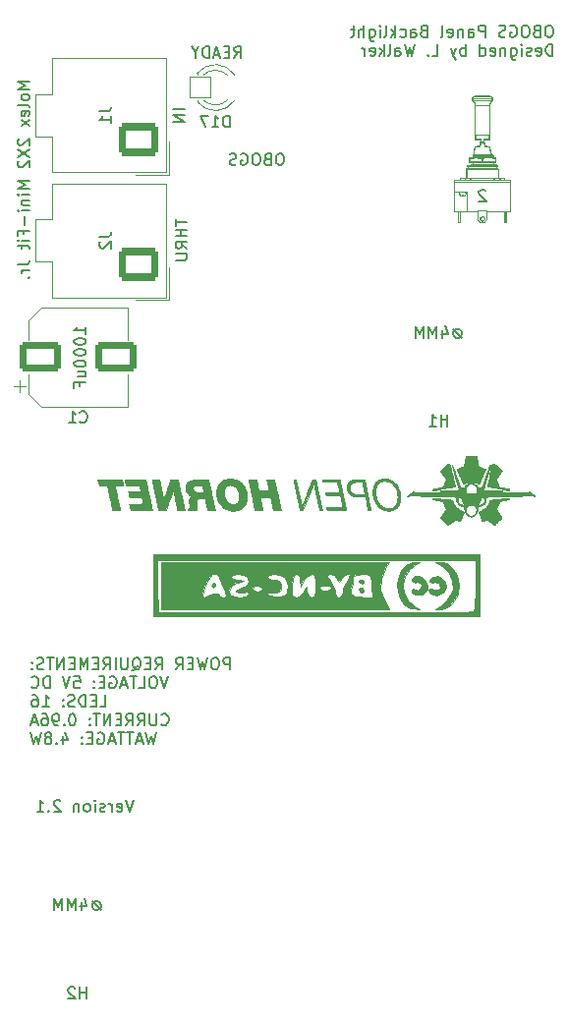
<source format=gbr>
%TF.GenerationSoftware,KiCad,Pcbnew,(6.0.9)*%
%TF.CreationDate,2023-01-06T21:34:32-09:00*%
%TF.ProjectId,OBOGS PANEL,4f424f47-5320-4504-914e-454c2e6b6963,rev?*%
%TF.SameCoordinates,Original*%
%TF.FileFunction,Legend,Bot*%
%TF.FilePolarity,Positive*%
%FSLAX46Y46*%
G04 Gerber Fmt 4.6, Leading zero omitted, Abs format (unit mm)*
G04 Created by KiCad (PCBNEW (6.0.9)) date 2023-01-06 21:34:32*
%MOMM*%
%LPD*%
G01*
G04 APERTURE LIST*
G04 Aperture macros list*
%AMRoundRect*
0 Rectangle with rounded corners*
0 $1 Rounding radius*
0 $2 $3 $4 $5 $6 $7 $8 $9 X,Y pos of 4 corners*
0 Add a 4 corners polygon primitive as box body*
4,1,4,$2,$3,$4,$5,$6,$7,$8,$9,$2,$3,0*
0 Add four circle primitives for the rounded corners*
1,1,$1+$1,$2,$3*
1,1,$1+$1,$4,$5*
1,1,$1+$1,$6,$7*
1,1,$1+$1,$8,$9*
0 Add four rect primitives between the rounded corners*
20,1,$1+$1,$2,$3,$4,$5,0*
20,1,$1+$1,$4,$5,$6,$7,0*
20,1,$1+$1,$6,$7,$8,$9,0*
20,1,$1+$1,$8,$9,$2,$3,0*%
G04 Aperture macros list end*
%ADD10C,0.150000*%
%ADD11C,0.120000*%
%ADD12C,0.100000*%
%ADD13C,0.010000*%
%ADD14C,12.800000*%
%ADD15C,3.672000*%
%ADD16C,4.600000*%
%ADD17RoundRect,0.300000X-1.500000X-1.000000X1.500000X-1.000000X1.500000X1.000000X-1.500000X1.000000X0*%
%ADD18RoundRect,0.050000X-0.900000X-0.900000X0.900000X-0.900000X0.900000X0.900000X-0.900000X0.900000X0*%
%ADD19C,1.900000*%
%ADD20RoundRect,0.300001X1.399999X-1.099999X1.399999X1.099999X-1.399999X1.099999X-1.399999X-1.099999X0*%
%ADD21O,3.400000X2.800000*%
G04 APERTURE END LIST*
D10*
X182536838Y-54875180D02*
X182346361Y-54875180D01*
X182251123Y-54922800D01*
X182155885Y-55018038D01*
X182108266Y-55208514D01*
X182108266Y-55541847D01*
X182155885Y-55732323D01*
X182251123Y-55827561D01*
X182346361Y-55875180D01*
X182536838Y-55875180D01*
X182632076Y-55827561D01*
X182727314Y-55732323D01*
X182774933Y-55541847D01*
X182774933Y-55208514D01*
X182727314Y-55018038D01*
X182632076Y-54922800D01*
X182536838Y-54875180D01*
X181346361Y-55351371D02*
X181203504Y-55398990D01*
X181155885Y-55446609D01*
X181108266Y-55541847D01*
X181108266Y-55684704D01*
X181155885Y-55779942D01*
X181203504Y-55827561D01*
X181298742Y-55875180D01*
X181679695Y-55875180D01*
X181679695Y-54875180D01*
X181346361Y-54875180D01*
X181251123Y-54922800D01*
X181203504Y-54970419D01*
X181155885Y-55065657D01*
X181155885Y-55160895D01*
X181203504Y-55256133D01*
X181251123Y-55303752D01*
X181346361Y-55351371D01*
X181679695Y-55351371D01*
X180489219Y-54875180D02*
X180298742Y-54875180D01*
X180203504Y-54922800D01*
X180108266Y-55018038D01*
X180060647Y-55208514D01*
X180060647Y-55541847D01*
X180108266Y-55732323D01*
X180203504Y-55827561D01*
X180298742Y-55875180D01*
X180489219Y-55875180D01*
X180584457Y-55827561D01*
X180679695Y-55732323D01*
X180727314Y-55541847D01*
X180727314Y-55208514D01*
X180679695Y-55018038D01*
X180584457Y-54922800D01*
X180489219Y-54875180D01*
X179108266Y-54922800D02*
X179203504Y-54875180D01*
X179346361Y-54875180D01*
X179489219Y-54922800D01*
X179584457Y-55018038D01*
X179632076Y-55113276D01*
X179679695Y-55303752D01*
X179679695Y-55446609D01*
X179632076Y-55637085D01*
X179584457Y-55732323D01*
X179489219Y-55827561D01*
X179346361Y-55875180D01*
X179251123Y-55875180D01*
X179108266Y-55827561D01*
X179060647Y-55779942D01*
X179060647Y-55446609D01*
X179251123Y-55446609D01*
X178679695Y-55827561D02*
X178536838Y-55875180D01*
X178298742Y-55875180D01*
X178203504Y-55827561D01*
X178155885Y-55779942D01*
X178108266Y-55684704D01*
X178108266Y-55589466D01*
X178155885Y-55494228D01*
X178203504Y-55446609D01*
X178298742Y-55398990D01*
X178489219Y-55351371D01*
X178584457Y-55303752D01*
X178632076Y-55256133D01*
X178679695Y-55160895D01*
X178679695Y-55065657D01*
X178632076Y-54970419D01*
X178584457Y-54922800D01*
X178489219Y-54875180D01*
X178251123Y-54875180D01*
X178108266Y-54922800D01*
X178133214Y-99332380D02*
X178133214Y-98332380D01*
X177752261Y-98332380D01*
X177657023Y-98380000D01*
X177609404Y-98427619D01*
X177561785Y-98522857D01*
X177561785Y-98665714D01*
X177609404Y-98760952D01*
X177657023Y-98808571D01*
X177752261Y-98856190D01*
X178133214Y-98856190D01*
X176942738Y-98332380D02*
X176752261Y-98332380D01*
X176657023Y-98380000D01*
X176561785Y-98475238D01*
X176514166Y-98665714D01*
X176514166Y-98999047D01*
X176561785Y-99189523D01*
X176657023Y-99284761D01*
X176752261Y-99332380D01*
X176942738Y-99332380D01*
X177037976Y-99284761D01*
X177133214Y-99189523D01*
X177180833Y-98999047D01*
X177180833Y-98665714D01*
X177133214Y-98475238D01*
X177037976Y-98380000D01*
X176942738Y-98332380D01*
X176180833Y-98332380D02*
X175942738Y-99332380D01*
X175752261Y-98618095D01*
X175561785Y-99332380D01*
X175323690Y-98332380D01*
X174942738Y-98808571D02*
X174609404Y-98808571D01*
X174466547Y-99332380D02*
X174942738Y-99332380D01*
X174942738Y-98332380D01*
X174466547Y-98332380D01*
X173466547Y-99332380D02*
X173799880Y-98856190D01*
X174037976Y-99332380D02*
X174037976Y-98332380D01*
X173657023Y-98332380D01*
X173561785Y-98380000D01*
X173514166Y-98427619D01*
X173466547Y-98522857D01*
X173466547Y-98665714D01*
X173514166Y-98760952D01*
X173561785Y-98808571D01*
X173657023Y-98856190D01*
X174037976Y-98856190D01*
X171704642Y-99332380D02*
X172037976Y-98856190D01*
X172276071Y-99332380D02*
X172276071Y-98332380D01*
X171895119Y-98332380D01*
X171799880Y-98380000D01*
X171752261Y-98427619D01*
X171704642Y-98522857D01*
X171704642Y-98665714D01*
X171752261Y-98760952D01*
X171799880Y-98808571D01*
X171895119Y-98856190D01*
X172276071Y-98856190D01*
X171276071Y-98808571D02*
X170942738Y-98808571D01*
X170799880Y-99332380D02*
X171276071Y-99332380D01*
X171276071Y-98332380D01*
X170799880Y-98332380D01*
X169704642Y-99427619D02*
X169799880Y-99380000D01*
X169895119Y-99284761D01*
X170037976Y-99141904D01*
X170133214Y-99094285D01*
X170228452Y-99094285D01*
X170180833Y-99332380D02*
X170276071Y-99284761D01*
X170371309Y-99189523D01*
X170418928Y-98999047D01*
X170418928Y-98665714D01*
X170371309Y-98475238D01*
X170276071Y-98380000D01*
X170180833Y-98332380D01*
X169990357Y-98332380D01*
X169895119Y-98380000D01*
X169799880Y-98475238D01*
X169752261Y-98665714D01*
X169752261Y-98999047D01*
X169799880Y-99189523D01*
X169895119Y-99284761D01*
X169990357Y-99332380D01*
X170180833Y-99332380D01*
X169323690Y-98332380D02*
X169323690Y-99141904D01*
X169276071Y-99237142D01*
X169228452Y-99284761D01*
X169133214Y-99332380D01*
X168942738Y-99332380D01*
X168847500Y-99284761D01*
X168799880Y-99237142D01*
X168752261Y-99141904D01*
X168752261Y-98332380D01*
X168276071Y-99332380D02*
X168276071Y-98332380D01*
X167228452Y-99332380D02*
X167561785Y-98856190D01*
X167799880Y-99332380D02*
X167799880Y-98332380D01*
X167418928Y-98332380D01*
X167323690Y-98380000D01*
X167276071Y-98427619D01*
X167228452Y-98522857D01*
X167228452Y-98665714D01*
X167276071Y-98760952D01*
X167323690Y-98808571D01*
X167418928Y-98856190D01*
X167799880Y-98856190D01*
X166799880Y-98808571D02*
X166466547Y-98808571D01*
X166323690Y-99332380D02*
X166799880Y-99332380D01*
X166799880Y-98332380D01*
X166323690Y-98332380D01*
X165895119Y-99332380D02*
X165895119Y-98332380D01*
X165561785Y-99046666D01*
X165228452Y-98332380D01*
X165228452Y-99332380D01*
X164752261Y-98808571D02*
X164418928Y-98808571D01*
X164276071Y-99332380D02*
X164752261Y-99332380D01*
X164752261Y-98332380D01*
X164276071Y-98332380D01*
X163847500Y-99332380D02*
X163847500Y-98332380D01*
X163276071Y-99332380D01*
X163276071Y-98332380D01*
X162942738Y-98332380D02*
X162371309Y-98332380D01*
X162657023Y-99332380D02*
X162657023Y-98332380D01*
X162085595Y-99284761D02*
X161942738Y-99332380D01*
X161704642Y-99332380D01*
X161609404Y-99284761D01*
X161561785Y-99237142D01*
X161514166Y-99141904D01*
X161514166Y-99046666D01*
X161561785Y-98951428D01*
X161609404Y-98903809D01*
X161704642Y-98856190D01*
X161895119Y-98808571D01*
X161990357Y-98760952D01*
X162037976Y-98713333D01*
X162085595Y-98618095D01*
X162085595Y-98522857D01*
X162037976Y-98427619D01*
X161990357Y-98380000D01*
X161895119Y-98332380D01*
X161657023Y-98332380D01*
X161514166Y-98380000D01*
X161085595Y-99237142D02*
X161037976Y-99284761D01*
X161085595Y-99332380D01*
X161133214Y-99284761D01*
X161085595Y-99237142D01*
X161085595Y-99332380D01*
X161085595Y-98713333D02*
X161037976Y-98760952D01*
X161085595Y-98808571D01*
X161133214Y-98760952D01*
X161085595Y-98713333D01*
X161085595Y-98808571D01*
X172799880Y-99942380D02*
X172466547Y-100942380D01*
X172133214Y-99942380D01*
X171609404Y-99942380D02*
X171418928Y-99942380D01*
X171323690Y-99990000D01*
X171228452Y-100085238D01*
X171180833Y-100275714D01*
X171180833Y-100609047D01*
X171228452Y-100799523D01*
X171323690Y-100894761D01*
X171418928Y-100942380D01*
X171609404Y-100942380D01*
X171704642Y-100894761D01*
X171799880Y-100799523D01*
X171847500Y-100609047D01*
X171847500Y-100275714D01*
X171799880Y-100085238D01*
X171704642Y-99990000D01*
X171609404Y-99942380D01*
X170276071Y-100942380D02*
X170752261Y-100942380D01*
X170752261Y-99942380D01*
X170085595Y-99942380D02*
X169514166Y-99942380D01*
X169799880Y-100942380D02*
X169799880Y-99942380D01*
X169228452Y-100656666D02*
X168752261Y-100656666D01*
X169323690Y-100942380D02*
X168990357Y-99942380D01*
X168657023Y-100942380D01*
X167799880Y-99990000D02*
X167895119Y-99942380D01*
X168037976Y-99942380D01*
X168180833Y-99990000D01*
X168276071Y-100085238D01*
X168323690Y-100180476D01*
X168371309Y-100370952D01*
X168371309Y-100513809D01*
X168323690Y-100704285D01*
X168276071Y-100799523D01*
X168180833Y-100894761D01*
X168037976Y-100942380D01*
X167942738Y-100942380D01*
X167799880Y-100894761D01*
X167752261Y-100847142D01*
X167752261Y-100513809D01*
X167942738Y-100513809D01*
X167323690Y-100418571D02*
X166990357Y-100418571D01*
X166847500Y-100942380D02*
X167323690Y-100942380D01*
X167323690Y-99942380D01*
X166847500Y-99942380D01*
X166418928Y-100847142D02*
X166371309Y-100894761D01*
X166418928Y-100942380D01*
X166466547Y-100894761D01*
X166418928Y-100847142D01*
X166418928Y-100942380D01*
X166418928Y-100323333D02*
X166371309Y-100370952D01*
X166418928Y-100418571D01*
X166466547Y-100370952D01*
X166418928Y-100323333D01*
X166418928Y-100418571D01*
X164704642Y-99942380D02*
X165180833Y-99942380D01*
X165228452Y-100418571D01*
X165180833Y-100370952D01*
X165085595Y-100323333D01*
X164847500Y-100323333D01*
X164752261Y-100370952D01*
X164704642Y-100418571D01*
X164657023Y-100513809D01*
X164657023Y-100751904D01*
X164704642Y-100847142D01*
X164752261Y-100894761D01*
X164847500Y-100942380D01*
X165085595Y-100942380D01*
X165180833Y-100894761D01*
X165228452Y-100847142D01*
X164371309Y-99942380D02*
X164037976Y-100942380D01*
X163704642Y-99942380D01*
X162609404Y-100942380D02*
X162609404Y-99942380D01*
X162371309Y-99942380D01*
X162228452Y-99990000D01*
X162133214Y-100085238D01*
X162085595Y-100180476D01*
X162037976Y-100370952D01*
X162037976Y-100513809D01*
X162085595Y-100704285D01*
X162133214Y-100799523D01*
X162228452Y-100894761D01*
X162371309Y-100942380D01*
X162609404Y-100942380D01*
X161037976Y-100847142D02*
X161085595Y-100894761D01*
X161228452Y-100942380D01*
X161323690Y-100942380D01*
X161466547Y-100894761D01*
X161561785Y-100799523D01*
X161609404Y-100704285D01*
X161657023Y-100513809D01*
X161657023Y-100370952D01*
X161609404Y-100180476D01*
X161561785Y-100085238D01*
X161466547Y-99990000D01*
X161323690Y-99942380D01*
X161228452Y-99942380D01*
X161085595Y-99990000D01*
X161037976Y-100037619D01*
X166942738Y-102552380D02*
X167418928Y-102552380D01*
X167418928Y-101552380D01*
X166609404Y-102028571D02*
X166276071Y-102028571D01*
X166133214Y-102552380D02*
X166609404Y-102552380D01*
X166609404Y-101552380D01*
X166133214Y-101552380D01*
X165704642Y-102552380D02*
X165704642Y-101552380D01*
X165466547Y-101552380D01*
X165323690Y-101600000D01*
X165228452Y-101695238D01*
X165180833Y-101790476D01*
X165133214Y-101980952D01*
X165133214Y-102123809D01*
X165180833Y-102314285D01*
X165228452Y-102409523D01*
X165323690Y-102504761D01*
X165466547Y-102552380D01*
X165704642Y-102552380D01*
X164752261Y-102504761D02*
X164609404Y-102552380D01*
X164371309Y-102552380D01*
X164276071Y-102504761D01*
X164228452Y-102457142D01*
X164180833Y-102361904D01*
X164180833Y-102266666D01*
X164228452Y-102171428D01*
X164276071Y-102123809D01*
X164371309Y-102076190D01*
X164561785Y-102028571D01*
X164657023Y-101980952D01*
X164704642Y-101933333D01*
X164752261Y-101838095D01*
X164752261Y-101742857D01*
X164704642Y-101647619D01*
X164657023Y-101600000D01*
X164561785Y-101552380D01*
X164323690Y-101552380D01*
X164180833Y-101600000D01*
X163752261Y-102457142D02*
X163704642Y-102504761D01*
X163752261Y-102552380D01*
X163799880Y-102504761D01*
X163752261Y-102457142D01*
X163752261Y-102552380D01*
X163752261Y-101933333D02*
X163704642Y-101980952D01*
X163752261Y-102028571D01*
X163799880Y-101980952D01*
X163752261Y-101933333D01*
X163752261Y-102028571D01*
X161990357Y-102552380D02*
X162561785Y-102552380D01*
X162276071Y-102552380D02*
X162276071Y-101552380D01*
X162371309Y-101695238D01*
X162466547Y-101790476D01*
X162561785Y-101838095D01*
X161133214Y-101552380D02*
X161323690Y-101552380D01*
X161418928Y-101600000D01*
X161466547Y-101647619D01*
X161561785Y-101790476D01*
X161609404Y-101980952D01*
X161609404Y-102361904D01*
X161561785Y-102457142D01*
X161514166Y-102504761D01*
X161418928Y-102552380D01*
X161228452Y-102552380D01*
X161133214Y-102504761D01*
X161085595Y-102457142D01*
X161037976Y-102361904D01*
X161037976Y-102123809D01*
X161085595Y-102028571D01*
X161133214Y-101980952D01*
X161228452Y-101933333D01*
X161418928Y-101933333D01*
X161514166Y-101980952D01*
X161561785Y-102028571D01*
X161609404Y-102123809D01*
X172228452Y-104067142D02*
X172276071Y-104114761D01*
X172418928Y-104162380D01*
X172514166Y-104162380D01*
X172657023Y-104114761D01*
X172752261Y-104019523D01*
X172799880Y-103924285D01*
X172847500Y-103733809D01*
X172847500Y-103590952D01*
X172799880Y-103400476D01*
X172752261Y-103305238D01*
X172657023Y-103210000D01*
X172514166Y-103162380D01*
X172418928Y-103162380D01*
X172276071Y-103210000D01*
X172228452Y-103257619D01*
X171799880Y-103162380D02*
X171799880Y-103971904D01*
X171752261Y-104067142D01*
X171704642Y-104114761D01*
X171609404Y-104162380D01*
X171418928Y-104162380D01*
X171323690Y-104114761D01*
X171276071Y-104067142D01*
X171228452Y-103971904D01*
X171228452Y-103162380D01*
X170180833Y-104162380D02*
X170514166Y-103686190D01*
X170752261Y-104162380D02*
X170752261Y-103162380D01*
X170371309Y-103162380D01*
X170276071Y-103210000D01*
X170228452Y-103257619D01*
X170180833Y-103352857D01*
X170180833Y-103495714D01*
X170228452Y-103590952D01*
X170276071Y-103638571D01*
X170371309Y-103686190D01*
X170752261Y-103686190D01*
X169180833Y-104162380D02*
X169514166Y-103686190D01*
X169752261Y-104162380D02*
X169752261Y-103162380D01*
X169371309Y-103162380D01*
X169276071Y-103210000D01*
X169228452Y-103257619D01*
X169180833Y-103352857D01*
X169180833Y-103495714D01*
X169228452Y-103590952D01*
X169276071Y-103638571D01*
X169371309Y-103686190D01*
X169752261Y-103686190D01*
X168752261Y-103638571D02*
X168418928Y-103638571D01*
X168276071Y-104162380D02*
X168752261Y-104162380D01*
X168752261Y-103162380D01*
X168276071Y-103162380D01*
X167847500Y-104162380D02*
X167847500Y-103162380D01*
X167276071Y-104162380D01*
X167276071Y-103162380D01*
X166942738Y-103162380D02*
X166371309Y-103162380D01*
X166657023Y-104162380D02*
X166657023Y-103162380D01*
X166037976Y-104067142D02*
X165990357Y-104114761D01*
X166037976Y-104162380D01*
X166085595Y-104114761D01*
X166037976Y-104067142D01*
X166037976Y-104162380D01*
X166037976Y-103543333D02*
X165990357Y-103590952D01*
X166037976Y-103638571D01*
X166085595Y-103590952D01*
X166037976Y-103543333D01*
X166037976Y-103638571D01*
X164609404Y-103162380D02*
X164514166Y-103162380D01*
X164418928Y-103210000D01*
X164371309Y-103257619D01*
X164323690Y-103352857D01*
X164276071Y-103543333D01*
X164276071Y-103781428D01*
X164323690Y-103971904D01*
X164371309Y-104067142D01*
X164418928Y-104114761D01*
X164514166Y-104162380D01*
X164609404Y-104162380D01*
X164704642Y-104114761D01*
X164752261Y-104067142D01*
X164799880Y-103971904D01*
X164847500Y-103781428D01*
X164847500Y-103543333D01*
X164799880Y-103352857D01*
X164752261Y-103257619D01*
X164704642Y-103210000D01*
X164609404Y-103162380D01*
X163847500Y-104067142D02*
X163799880Y-104114761D01*
X163847500Y-104162380D01*
X163895119Y-104114761D01*
X163847500Y-104067142D01*
X163847500Y-104162380D01*
X163323690Y-104162380D02*
X163133214Y-104162380D01*
X163037976Y-104114761D01*
X162990357Y-104067142D01*
X162895119Y-103924285D01*
X162847500Y-103733809D01*
X162847500Y-103352857D01*
X162895119Y-103257619D01*
X162942738Y-103210000D01*
X163037976Y-103162380D01*
X163228452Y-103162380D01*
X163323690Y-103210000D01*
X163371309Y-103257619D01*
X163418928Y-103352857D01*
X163418928Y-103590952D01*
X163371309Y-103686190D01*
X163323690Y-103733809D01*
X163228452Y-103781428D01*
X163037976Y-103781428D01*
X162942738Y-103733809D01*
X162895119Y-103686190D01*
X162847500Y-103590952D01*
X161990357Y-103162380D02*
X162180833Y-103162380D01*
X162276071Y-103210000D01*
X162323690Y-103257619D01*
X162418928Y-103400476D01*
X162466547Y-103590952D01*
X162466547Y-103971904D01*
X162418928Y-104067142D01*
X162371309Y-104114761D01*
X162276071Y-104162380D01*
X162085595Y-104162380D01*
X161990357Y-104114761D01*
X161942738Y-104067142D01*
X161895119Y-103971904D01*
X161895119Y-103733809D01*
X161942738Y-103638571D01*
X161990357Y-103590952D01*
X162085595Y-103543333D01*
X162276071Y-103543333D01*
X162371309Y-103590952D01*
X162418928Y-103638571D01*
X162466547Y-103733809D01*
X161514166Y-103876666D02*
X161037976Y-103876666D01*
X161609404Y-104162380D02*
X161276071Y-103162380D01*
X160942738Y-104162380D01*
X171752261Y-104772380D02*
X171514166Y-105772380D01*
X171323690Y-105058095D01*
X171133214Y-105772380D01*
X170895119Y-104772380D01*
X170561785Y-105486666D02*
X170085595Y-105486666D01*
X170657023Y-105772380D02*
X170323690Y-104772380D01*
X169990357Y-105772380D01*
X169799880Y-104772380D02*
X169228452Y-104772380D01*
X169514166Y-105772380D02*
X169514166Y-104772380D01*
X169037976Y-104772380D02*
X168466547Y-104772380D01*
X168752261Y-105772380D02*
X168752261Y-104772380D01*
X168180833Y-105486666D02*
X167704642Y-105486666D01*
X168276071Y-105772380D02*
X167942738Y-104772380D01*
X167609404Y-105772380D01*
X166752261Y-104820000D02*
X166847500Y-104772380D01*
X166990357Y-104772380D01*
X167133214Y-104820000D01*
X167228452Y-104915238D01*
X167276071Y-105010476D01*
X167323690Y-105200952D01*
X167323690Y-105343809D01*
X167276071Y-105534285D01*
X167228452Y-105629523D01*
X167133214Y-105724761D01*
X166990357Y-105772380D01*
X166895119Y-105772380D01*
X166752261Y-105724761D01*
X166704642Y-105677142D01*
X166704642Y-105343809D01*
X166895119Y-105343809D01*
X166276071Y-105248571D02*
X165942738Y-105248571D01*
X165799880Y-105772380D02*
X166276071Y-105772380D01*
X166276071Y-104772380D01*
X165799880Y-104772380D01*
X165371309Y-105677142D02*
X165323690Y-105724761D01*
X165371309Y-105772380D01*
X165418928Y-105724761D01*
X165371309Y-105677142D01*
X165371309Y-105772380D01*
X165371309Y-105153333D02*
X165323690Y-105200952D01*
X165371309Y-105248571D01*
X165418928Y-105200952D01*
X165371309Y-105153333D01*
X165371309Y-105248571D01*
X163704642Y-105105714D02*
X163704642Y-105772380D01*
X163942738Y-104724761D02*
X164180833Y-105439047D01*
X163561785Y-105439047D01*
X163180833Y-105677142D02*
X163133214Y-105724761D01*
X163180833Y-105772380D01*
X163228452Y-105724761D01*
X163180833Y-105677142D01*
X163180833Y-105772380D01*
X162561785Y-105200952D02*
X162657023Y-105153333D01*
X162704642Y-105105714D01*
X162752261Y-105010476D01*
X162752261Y-104962857D01*
X162704642Y-104867619D01*
X162657023Y-104820000D01*
X162561785Y-104772380D01*
X162371309Y-104772380D01*
X162276071Y-104820000D01*
X162228452Y-104867619D01*
X162180833Y-104962857D01*
X162180833Y-105010476D01*
X162228452Y-105105714D01*
X162276071Y-105153333D01*
X162371309Y-105200952D01*
X162561785Y-105200952D01*
X162657023Y-105248571D01*
X162704642Y-105296190D01*
X162752261Y-105391428D01*
X162752261Y-105581904D01*
X162704642Y-105677142D01*
X162657023Y-105724761D01*
X162561785Y-105772380D01*
X162371309Y-105772380D01*
X162276071Y-105724761D01*
X162228452Y-105677142D01*
X162180833Y-105581904D01*
X162180833Y-105391428D01*
X162228452Y-105296190D01*
X162276071Y-105248571D01*
X162371309Y-105200952D01*
X161847500Y-104772380D02*
X161609404Y-105772380D01*
X161418928Y-105058095D01*
X161228452Y-105772380D01*
X160990357Y-104772380D01*
X173439840Y-60543986D02*
X173439840Y-61115415D01*
X174439840Y-60829700D02*
X173439840Y-60829700D01*
X174439840Y-61448748D02*
X173439840Y-61448748D01*
X173916031Y-61448748D02*
X173916031Y-62020177D01*
X174439840Y-62020177D02*
X173439840Y-62020177D01*
X174439840Y-63067796D02*
X173963650Y-62734462D01*
X174439840Y-62496367D02*
X173439840Y-62496367D01*
X173439840Y-62877320D01*
X173487460Y-62972558D01*
X173535079Y-63020177D01*
X173630317Y-63067796D01*
X173773174Y-63067796D01*
X173868412Y-63020177D01*
X173916031Y-62972558D01*
X173963650Y-62877320D01*
X173963650Y-62496367D01*
X173439840Y-63496367D02*
X174249364Y-63496367D01*
X174344602Y-63543986D01*
X174392221Y-63591605D01*
X174439840Y-63686843D01*
X174439840Y-63877320D01*
X174392221Y-63972558D01*
X174344602Y-64020177D01*
X174249364Y-64067796D01*
X173439840Y-64067796D01*
X169798476Y-110577380D02*
X169465142Y-111577380D01*
X169131809Y-110577380D01*
X168417523Y-111529761D02*
X168512761Y-111577380D01*
X168703238Y-111577380D01*
X168798476Y-111529761D01*
X168846095Y-111434523D01*
X168846095Y-111053571D01*
X168798476Y-110958333D01*
X168703238Y-110910714D01*
X168512761Y-110910714D01*
X168417523Y-110958333D01*
X168369904Y-111053571D01*
X168369904Y-111148809D01*
X168846095Y-111244047D01*
X167941333Y-111577380D02*
X167941333Y-110910714D01*
X167941333Y-111101190D02*
X167893714Y-111005952D01*
X167846095Y-110958333D01*
X167750857Y-110910714D01*
X167655619Y-110910714D01*
X167369904Y-111529761D02*
X167274666Y-111577380D01*
X167084190Y-111577380D01*
X166988952Y-111529761D01*
X166941333Y-111434523D01*
X166941333Y-111386904D01*
X166988952Y-111291666D01*
X167084190Y-111244047D01*
X167227047Y-111244047D01*
X167322285Y-111196428D01*
X167369904Y-111101190D01*
X167369904Y-111053571D01*
X167322285Y-110958333D01*
X167227047Y-110910714D01*
X167084190Y-110910714D01*
X166988952Y-110958333D01*
X166512761Y-111577380D02*
X166512761Y-110910714D01*
X166512761Y-110577380D02*
X166560380Y-110625000D01*
X166512761Y-110672619D01*
X166465142Y-110625000D01*
X166512761Y-110577380D01*
X166512761Y-110672619D01*
X165893714Y-111577380D02*
X165988952Y-111529761D01*
X166036571Y-111482142D01*
X166084190Y-111386904D01*
X166084190Y-111101190D01*
X166036571Y-111005952D01*
X165988952Y-110958333D01*
X165893714Y-110910714D01*
X165750857Y-110910714D01*
X165655619Y-110958333D01*
X165608000Y-111005952D01*
X165560380Y-111101190D01*
X165560380Y-111386904D01*
X165608000Y-111482142D01*
X165655619Y-111529761D01*
X165750857Y-111577380D01*
X165893714Y-111577380D01*
X165131809Y-110910714D02*
X165131809Y-111577380D01*
X165131809Y-111005952D02*
X165084190Y-110958333D01*
X164988952Y-110910714D01*
X164846095Y-110910714D01*
X164750857Y-110958333D01*
X164703238Y-111053571D01*
X164703238Y-111577380D01*
X163512761Y-110672619D02*
X163465142Y-110625000D01*
X163369904Y-110577380D01*
X163131809Y-110577380D01*
X163036571Y-110625000D01*
X162988952Y-110672619D01*
X162941333Y-110767857D01*
X162941333Y-110863095D01*
X162988952Y-111005952D01*
X163560380Y-111577380D01*
X162941333Y-111577380D01*
X162512761Y-111482142D02*
X162465142Y-111529761D01*
X162512761Y-111577380D01*
X162560380Y-111529761D01*
X162512761Y-111482142D01*
X162512761Y-111577380D01*
X161512761Y-111577380D02*
X162084190Y-111577380D01*
X161798476Y-111577380D02*
X161798476Y-110577380D01*
X161893714Y-110720238D01*
X161988952Y-110815476D01*
X162084190Y-110863095D01*
X205727008Y-43851760D02*
X205536532Y-43851760D01*
X205441294Y-43899380D01*
X205346056Y-43994618D01*
X205298437Y-44185094D01*
X205298437Y-44518427D01*
X205346056Y-44708903D01*
X205441294Y-44804141D01*
X205536532Y-44851760D01*
X205727008Y-44851760D01*
X205822246Y-44804141D01*
X205917484Y-44708903D01*
X205965103Y-44518427D01*
X205965103Y-44185094D01*
X205917484Y-43994618D01*
X205822246Y-43899380D01*
X205727008Y-43851760D01*
X204536532Y-44327951D02*
X204393675Y-44375570D01*
X204346056Y-44423189D01*
X204298437Y-44518427D01*
X204298437Y-44661284D01*
X204346056Y-44756522D01*
X204393675Y-44804141D01*
X204488913Y-44851760D01*
X204869865Y-44851760D01*
X204869865Y-43851760D01*
X204536532Y-43851760D01*
X204441294Y-43899380D01*
X204393675Y-43946999D01*
X204346056Y-44042237D01*
X204346056Y-44137475D01*
X204393675Y-44232713D01*
X204441294Y-44280332D01*
X204536532Y-44327951D01*
X204869865Y-44327951D01*
X203679389Y-43851760D02*
X203488913Y-43851760D01*
X203393675Y-43899380D01*
X203298437Y-43994618D01*
X203250818Y-44185094D01*
X203250818Y-44518427D01*
X203298437Y-44708903D01*
X203393675Y-44804141D01*
X203488913Y-44851760D01*
X203679389Y-44851760D01*
X203774627Y-44804141D01*
X203869865Y-44708903D01*
X203917484Y-44518427D01*
X203917484Y-44185094D01*
X203869865Y-43994618D01*
X203774627Y-43899380D01*
X203679389Y-43851760D01*
X202298437Y-43899380D02*
X202393675Y-43851760D01*
X202536532Y-43851760D01*
X202679389Y-43899380D01*
X202774627Y-43994618D01*
X202822246Y-44089856D01*
X202869865Y-44280332D01*
X202869865Y-44423189D01*
X202822246Y-44613665D01*
X202774627Y-44708903D01*
X202679389Y-44804141D01*
X202536532Y-44851760D01*
X202441294Y-44851760D01*
X202298437Y-44804141D01*
X202250818Y-44756522D01*
X202250818Y-44423189D01*
X202441294Y-44423189D01*
X201869865Y-44804141D02*
X201727008Y-44851760D01*
X201488913Y-44851760D01*
X201393675Y-44804141D01*
X201346056Y-44756522D01*
X201298437Y-44661284D01*
X201298437Y-44566046D01*
X201346056Y-44470808D01*
X201393675Y-44423189D01*
X201488913Y-44375570D01*
X201679389Y-44327951D01*
X201774627Y-44280332D01*
X201822246Y-44232713D01*
X201869865Y-44137475D01*
X201869865Y-44042237D01*
X201822246Y-43946999D01*
X201774627Y-43899380D01*
X201679389Y-43851760D01*
X201441294Y-43851760D01*
X201298437Y-43899380D01*
X200107960Y-44851760D02*
X200107960Y-43851760D01*
X199727008Y-43851760D01*
X199631770Y-43899380D01*
X199584151Y-43946999D01*
X199536532Y-44042237D01*
X199536532Y-44185094D01*
X199584151Y-44280332D01*
X199631770Y-44327951D01*
X199727008Y-44375570D01*
X200107960Y-44375570D01*
X198679389Y-44851760D02*
X198679389Y-44327951D01*
X198727008Y-44232713D01*
X198822246Y-44185094D01*
X199012722Y-44185094D01*
X199107960Y-44232713D01*
X198679389Y-44804141D02*
X198774627Y-44851760D01*
X199012722Y-44851760D01*
X199107960Y-44804141D01*
X199155580Y-44708903D01*
X199155580Y-44613665D01*
X199107960Y-44518427D01*
X199012722Y-44470808D01*
X198774627Y-44470808D01*
X198679389Y-44423189D01*
X198203199Y-44185094D02*
X198203199Y-44851760D01*
X198203199Y-44280332D02*
X198155580Y-44232713D01*
X198060341Y-44185094D01*
X197917484Y-44185094D01*
X197822246Y-44232713D01*
X197774627Y-44327951D01*
X197774627Y-44851760D01*
X196917484Y-44804141D02*
X197012722Y-44851760D01*
X197203199Y-44851760D01*
X197298437Y-44804141D01*
X197346056Y-44708903D01*
X197346056Y-44327951D01*
X197298437Y-44232713D01*
X197203199Y-44185094D01*
X197012722Y-44185094D01*
X196917484Y-44232713D01*
X196869865Y-44327951D01*
X196869865Y-44423189D01*
X197346056Y-44518427D01*
X196298437Y-44851760D02*
X196393675Y-44804141D01*
X196441294Y-44708903D01*
X196441294Y-43851760D01*
X194822246Y-44327951D02*
X194679389Y-44375570D01*
X194631770Y-44423189D01*
X194584151Y-44518427D01*
X194584151Y-44661284D01*
X194631770Y-44756522D01*
X194679389Y-44804141D01*
X194774627Y-44851760D01*
X195155580Y-44851760D01*
X195155580Y-43851760D01*
X194822246Y-43851760D01*
X194727008Y-43899380D01*
X194679389Y-43946999D01*
X194631770Y-44042237D01*
X194631770Y-44137475D01*
X194679389Y-44232713D01*
X194727008Y-44280332D01*
X194822246Y-44327951D01*
X195155580Y-44327951D01*
X193727008Y-44851760D02*
X193727008Y-44327951D01*
X193774627Y-44232713D01*
X193869865Y-44185094D01*
X194060341Y-44185094D01*
X194155580Y-44232713D01*
X193727008Y-44804141D02*
X193822246Y-44851760D01*
X194060341Y-44851760D01*
X194155580Y-44804141D01*
X194203199Y-44708903D01*
X194203199Y-44613665D01*
X194155580Y-44518427D01*
X194060341Y-44470808D01*
X193822246Y-44470808D01*
X193727008Y-44423189D01*
X192822246Y-44804141D02*
X192917484Y-44851760D01*
X193107960Y-44851760D01*
X193203199Y-44804141D01*
X193250818Y-44756522D01*
X193298437Y-44661284D01*
X193298437Y-44375570D01*
X193250818Y-44280332D01*
X193203199Y-44232713D01*
X193107960Y-44185094D01*
X192917484Y-44185094D01*
X192822246Y-44232713D01*
X192393675Y-44851760D02*
X192393675Y-43851760D01*
X192298437Y-44470808D02*
X192012722Y-44851760D01*
X192012722Y-44185094D02*
X192393675Y-44566046D01*
X191441294Y-44851760D02*
X191536532Y-44804141D01*
X191584151Y-44708903D01*
X191584151Y-43851760D01*
X191060341Y-44851760D02*
X191060341Y-44185094D01*
X191060341Y-43851760D02*
X191107960Y-43899380D01*
X191060341Y-43946999D01*
X191012722Y-43899380D01*
X191060341Y-43851760D01*
X191060341Y-43946999D01*
X190155580Y-44185094D02*
X190155580Y-44994618D01*
X190203199Y-45089856D01*
X190250818Y-45137475D01*
X190346056Y-45185094D01*
X190488913Y-45185094D01*
X190584151Y-45137475D01*
X190155580Y-44804141D02*
X190250818Y-44851760D01*
X190441294Y-44851760D01*
X190536532Y-44804141D01*
X190584151Y-44756522D01*
X190631770Y-44661284D01*
X190631770Y-44375570D01*
X190584151Y-44280332D01*
X190536532Y-44232713D01*
X190441294Y-44185094D01*
X190250818Y-44185094D01*
X190155580Y-44232713D01*
X189679389Y-44851760D02*
X189679389Y-43851760D01*
X189250818Y-44851760D02*
X189250818Y-44327951D01*
X189298437Y-44232713D01*
X189393675Y-44185094D01*
X189536532Y-44185094D01*
X189631770Y-44232713D01*
X189679389Y-44280332D01*
X188917484Y-44185094D02*
X188536532Y-44185094D01*
X188774627Y-43851760D02*
X188774627Y-44708903D01*
X188727008Y-44804141D01*
X188631770Y-44851760D01*
X188536532Y-44851760D01*
X205917484Y-46461760D02*
X205917484Y-45461760D01*
X205679389Y-45461760D01*
X205536532Y-45509380D01*
X205441294Y-45604618D01*
X205393675Y-45699856D01*
X205346056Y-45890332D01*
X205346056Y-46033189D01*
X205393675Y-46223665D01*
X205441294Y-46318903D01*
X205536532Y-46414141D01*
X205679389Y-46461760D01*
X205917484Y-46461760D01*
X204536532Y-46414141D02*
X204631770Y-46461760D01*
X204822246Y-46461760D01*
X204917484Y-46414141D01*
X204965103Y-46318903D01*
X204965103Y-45937951D01*
X204917484Y-45842713D01*
X204822246Y-45795094D01*
X204631770Y-45795094D01*
X204536532Y-45842713D01*
X204488913Y-45937951D01*
X204488913Y-46033189D01*
X204965103Y-46128427D01*
X204107960Y-46414141D02*
X204012722Y-46461760D01*
X203822246Y-46461760D01*
X203727008Y-46414141D01*
X203679389Y-46318903D01*
X203679389Y-46271284D01*
X203727008Y-46176046D01*
X203822246Y-46128427D01*
X203965103Y-46128427D01*
X204060341Y-46080808D01*
X204107960Y-45985570D01*
X204107960Y-45937951D01*
X204060341Y-45842713D01*
X203965103Y-45795094D01*
X203822246Y-45795094D01*
X203727008Y-45842713D01*
X203250818Y-46461760D02*
X203250818Y-45795094D01*
X203250818Y-45461760D02*
X203298437Y-45509380D01*
X203250818Y-45556999D01*
X203203199Y-45509380D01*
X203250818Y-45461760D01*
X203250818Y-45556999D01*
X202346056Y-45795094D02*
X202346056Y-46604618D01*
X202393675Y-46699856D01*
X202441294Y-46747475D01*
X202536532Y-46795094D01*
X202679389Y-46795094D01*
X202774627Y-46747475D01*
X202346056Y-46414141D02*
X202441294Y-46461760D01*
X202631770Y-46461760D01*
X202727008Y-46414141D01*
X202774627Y-46366522D01*
X202822246Y-46271284D01*
X202822246Y-45985570D01*
X202774627Y-45890332D01*
X202727008Y-45842713D01*
X202631770Y-45795094D01*
X202441294Y-45795094D01*
X202346056Y-45842713D01*
X201869865Y-45795094D02*
X201869865Y-46461760D01*
X201869865Y-45890332D02*
X201822246Y-45842713D01*
X201727008Y-45795094D01*
X201584151Y-45795094D01*
X201488913Y-45842713D01*
X201441294Y-45937951D01*
X201441294Y-46461760D01*
X200584151Y-46414141D02*
X200679389Y-46461760D01*
X200869865Y-46461760D01*
X200965103Y-46414141D01*
X201012722Y-46318903D01*
X201012722Y-45937951D01*
X200965103Y-45842713D01*
X200869865Y-45795094D01*
X200679389Y-45795094D01*
X200584151Y-45842713D01*
X200536532Y-45937951D01*
X200536532Y-46033189D01*
X201012722Y-46128427D01*
X199679389Y-46461760D02*
X199679389Y-45461760D01*
X199679389Y-46414141D02*
X199774627Y-46461760D01*
X199965103Y-46461760D01*
X200060341Y-46414141D01*
X200107960Y-46366522D01*
X200155580Y-46271284D01*
X200155580Y-45985570D01*
X200107960Y-45890332D01*
X200060341Y-45842713D01*
X199965103Y-45795094D01*
X199774627Y-45795094D01*
X199679389Y-45842713D01*
X198441294Y-46461760D02*
X198441294Y-45461760D01*
X198441294Y-45842713D02*
X198346056Y-45795094D01*
X198155580Y-45795094D01*
X198060341Y-45842713D01*
X198012722Y-45890332D01*
X197965103Y-45985570D01*
X197965103Y-46271284D01*
X198012722Y-46366522D01*
X198060341Y-46414141D01*
X198155580Y-46461760D01*
X198346056Y-46461760D01*
X198441294Y-46414141D01*
X197631770Y-45795094D02*
X197393675Y-46461760D01*
X197155580Y-45795094D02*
X197393675Y-46461760D01*
X197488913Y-46699856D01*
X197536532Y-46747475D01*
X197631770Y-46795094D01*
X195536532Y-46461760D02*
X196012722Y-46461760D01*
X196012722Y-45461760D01*
X195203199Y-46366522D02*
X195155580Y-46414141D01*
X195203199Y-46461760D01*
X195250818Y-46414141D01*
X195203199Y-46366522D01*
X195203199Y-46461760D01*
X194060341Y-45461760D02*
X193822246Y-46461760D01*
X193631770Y-45747475D01*
X193441294Y-46461760D01*
X193203199Y-45461760D01*
X192393675Y-46461760D02*
X192393675Y-45937951D01*
X192441294Y-45842713D01*
X192536532Y-45795094D01*
X192727008Y-45795094D01*
X192822246Y-45842713D01*
X192393675Y-46414141D02*
X192488913Y-46461760D01*
X192727008Y-46461760D01*
X192822246Y-46414141D01*
X192869865Y-46318903D01*
X192869865Y-46223665D01*
X192822246Y-46128427D01*
X192727008Y-46080808D01*
X192488913Y-46080808D01*
X192393675Y-46033189D01*
X191774627Y-46461760D02*
X191869865Y-46414141D01*
X191917484Y-46318903D01*
X191917484Y-45461760D01*
X191393675Y-46461760D02*
X191393675Y-45461760D01*
X191298437Y-46080808D02*
X191012722Y-46461760D01*
X191012722Y-45795094D02*
X191393675Y-46176046D01*
X190203199Y-46414141D02*
X190298437Y-46461760D01*
X190488913Y-46461760D01*
X190584151Y-46414141D01*
X190631770Y-46318903D01*
X190631770Y-45937951D01*
X190584151Y-45842713D01*
X190488913Y-45795094D01*
X190298437Y-45795094D01*
X190203199Y-45842713D01*
X190155580Y-45937951D01*
X190155580Y-46033189D01*
X190631770Y-46128427D01*
X189727008Y-46461760D02*
X189727008Y-45795094D01*
X189727008Y-45985570D02*
X189679389Y-45890332D01*
X189631770Y-45842713D01*
X189536532Y-45795094D01*
X189441294Y-45795094D01*
X174236640Y-51091530D02*
X173236640Y-51091530D01*
X174236640Y-51567720D02*
X173236640Y-51567720D01*
X174236640Y-52139149D01*
X173236640Y-52139149D01*
X178515140Y-46654980D02*
X178848473Y-46178790D01*
X179086568Y-46654980D02*
X179086568Y-45654980D01*
X178705616Y-45654980D01*
X178610378Y-45702600D01*
X178562759Y-45750219D01*
X178515140Y-45845457D01*
X178515140Y-45988314D01*
X178562759Y-46083552D01*
X178610378Y-46131171D01*
X178705616Y-46178790D01*
X179086568Y-46178790D01*
X178086568Y-46131171D02*
X177753235Y-46131171D01*
X177610378Y-46654980D02*
X178086568Y-46654980D01*
X178086568Y-45654980D01*
X177610378Y-45654980D01*
X177229425Y-46369266D02*
X176753235Y-46369266D01*
X177324663Y-46654980D02*
X176991330Y-45654980D01*
X176657997Y-46654980D01*
X176324663Y-46654980D02*
X176324663Y-45654980D01*
X176086568Y-45654980D01*
X175943711Y-45702600D01*
X175848473Y-45797838D01*
X175800854Y-45893076D01*
X175753235Y-46083552D01*
X175753235Y-46226409D01*
X175800854Y-46416885D01*
X175848473Y-46512123D01*
X175943711Y-46607361D01*
X176086568Y-46654980D01*
X176324663Y-46654980D01*
X175134187Y-46178790D02*
X175134187Y-46654980D01*
X175467520Y-45654980D02*
X175134187Y-46178790D01*
X174800854Y-45654980D01*
X160843220Y-48664599D02*
X159843220Y-48664599D01*
X160557506Y-48997932D01*
X159843220Y-49331265D01*
X160843220Y-49331265D01*
X160843220Y-49950313D02*
X160795601Y-49855075D01*
X160747982Y-49807456D01*
X160652744Y-49759837D01*
X160367030Y-49759837D01*
X160271792Y-49807456D01*
X160224173Y-49855075D01*
X160176554Y-49950313D01*
X160176554Y-50093170D01*
X160224173Y-50188408D01*
X160271792Y-50236027D01*
X160367030Y-50283646D01*
X160652744Y-50283646D01*
X160747982Y-50236027D01*
X160795601Y-50188408D01*
X160843220Y-50093170D01*
X160843220Y-49950313D01*
X160843220Y-50855075D02*
X160795601Y-50759837D01*
X160700363Y-50712218D01*
X159843220Y-50712218D01*
X160795601Y-51616980D02*
X160843220Y-51521741D01*
X160843220Y-51331265D01*
X160795601Y-51236027D01*
X160700363Y-51188408D01*
X160319411Y-51188408D01*
X160224173Y-51236027D01*
X160176554Y-51331265D01*
X160176554Y-51521741D01*
X160224173Y-51616980D01*
X160319411Y-51664599D01*
X160414649Y-51664599D01*
X160509887Y-51188408D01*
X160843220Y-51997932D02*
X160176554Y-52521741D01*
X160176554Y-51997932D02*
X160843220Y-52521741D01*
X159938459Y-53616979D02*
X159890840Y-53664599D01*
X159843220Y-53759837D01*
X159843220Y-53997932D01*
X159890840Y-54093170D01*
X159938459Y-54140789D01*
X160033697Y-54188408D01*
X160128935Y-54188408D01*
X160271792Y-54140789D01*
X160843220Y-53569360D01*
X160843220Y-54188408D01*
X159843220Y-54521741D02*
X160843220Y-55188408D01*
X159843220Y-55188408D02*
X160843220Y-54521741D01*
X159938459Y-55521741D02*
X159890840Y-55569360D01*
X159843220Y-55664599D01*
X159843220Y-55902694D01*
X159890840Y-55997932D01*
X159938459Y-56045551D01*
X160033697Y-56093170D01*
X160128935Y-56093170D01*
X160271792Y-56045551D01*
X160843220Y-55474122D01*
X160843220Y-56093170D01*
X160843220Y-57283646D02*
X159843220Y-57283646D01*
X160557506Y-57616979D01*
X159843220Y-57950313D01*
X160843220Y-57950313D01*
X160843220Y-58426503D02*
X160176554Y-58426503D01*
X159843220Y-58426503D02*
X159890840Y-58378884D01*
X159938459Y-58426503D01*
X159890840Y-58474122D01*
X159843220Y-58426503D01*
X159938459Y-58426503D01*
X160176554Y-58902694D02*
X160843220Y-58902694D01*
X160271792Y-58902694D02*
X160224173Y-58950313D01*
X160176554Y-59045551D01*
X160176554Y-59188408D01*
X160224173Y-59283646D01*
X160319411Y-59331265D01*
X160843220Y-59331265D01*
X160843220Y-59807456D02*
X160176554Y-59807456D01*
X159843220Y-59807456D02*
X159890840Y-59759837D01*
X159938459Y-59807456D01*
X159890840Y-59855075D01*
X159843220Y-59807456D01*
X159938459Y-59807456D01*
X160462268Y-60283646D02*
X160462268Y-61045551D01*
X160319411Y-61855075D02*
X160319411Y-61521741D01*
X160843220Y-61521741D02*
X159843220Y-61521741D01*
X159843220Y-61997932D01*
X160843220Y-62378884D02*
X160176554Y-62378884D01*
X159843220Y-62378884D02*
X159890840Y-62331265D01*
X159938459Y-62378884D01*
X159890840Y-62426503D01*
X159843220Y-62378884D01*
X159938459Y-62378884D01*
X160176554Y-62712218D02*
X160176554Y-63093170D01*
X159843220Y-62855075D02*
X160700363Y-62855075D01*
X160795601Y-62902694D01*
X160843220Y-62997932D01*
X160843220Y-63093170D01*
X159843220Y-64474122D02*
X160557506Y-64474122D01*
X160700363Y-64426503D01*
X160795601Y-64331265D01*
X160843220Y-64188408D01*
X160843220Y-64093170D01*
X160843220Y-64950313D02*
X160176554Y-64950313D01*
X160367030Y-64950313D02*
X160271792Y-64997932D01*
X160224173Y-65045551D01*
X160176554Y-65140789D01*
X160176554Y-65236027D01*
X160747982Y-65569360D02*
X160795601Y-65616979D01*
X160843220Y-65569360D01*
X160795601Y-65521741D01*
X160747982Y-65569360D01*
X160843220Y-65569360D01*
X165712400Y-70409370D02*
X165712400Y-69837941D01*
X165712400Y-70123656D02*
X164712400Y-70123656D01*
X164855258Y-70028418D01*
X164950496Y-69933180D01*
X164998115Y-69837941D01*
X164712400Y-71028418D02*
X164712400Y-71123656D01*
X164760020Y-71218894D01*
X164807639Y-71266513D01*
X164902877Y-71314132D01*
X165093353Y-71361751D01*
X165331448Y-71361751D01*
X165521924Y-71314132D01*
X165617162Y-71266513D01*
X165664781Y-71218894D01*
X165712400Y-71123656D01*
X165712400Y-71028418D01*
X165664781Y-70933180D01*
X165617162Y-70885560D01*
X165521924Y-70837941D01*
X165331448Y-70790322D01*
X165093353Y-70790322D01*
X164902877Y-70837941D01*
X164807639Y-70885560D01*
X164760020Y-70933180D01*
X164712400Y-71028418D01*
X164712400Y-71980799D02*
X164712400Y-72076037D01*
X164760020Y-72171275D01*
X164807639Y-72218894D01*
X164902877Y-72266513D01*
X165093353Y-72314132D01*
X165331448Y-72314132D01*
X165521924Y-72266513D01*
X165617162Y-72218894D01*
X165664781Y-72171275D01*
X165712400Y-72076037D01*
X165712400Y-71980799D01*
X165664781Y-71885560D01*
X165617162Y-71837941D01*
X165521924Y-71790322D01*
X165331448Y-71742703D01*
X165093353Y-71742703D01*
X164902877Y-71790322D01*
X164807639Y-71837941D01*
X164760020Y-71885560D01*
X164712400Y-71980799D01*
X164712400Y-72933180D02*
X164712400Y-73028418D01*
X164760020Y-73123656D01*
X164807639Y-73171275D01*
X164902877Y-73218894D01*
X165093353Y-73266513D01*
X165331448Y-73266513D01*
X165521924Y-73218894D01*
X165617162Y-73171275D01*
X165664781Y-73123656D01*
X165712400Y-73028418D01*
X165712400Y-72933180D01*
X165664781Y-72837941D01*
X165617162Y-72790322D01*
X165521924Y-72742703D01*
X165331448Y-72695084D01*
X165093353Y-72695084D01*
X164902877Y-72742703D01*
X164807639Y-72790322D01*
X164760020Y-72837941D01*
X164712400Y-72933180D01*
X165045734Y-74123656D02*
X165712400Y-74123656D01*
X165045734Y-73695084D02*
X165569543Y-73695084D01*
X165664781Y-73742703D01*
X165712400Y-73837941D01*
X165712400Y-73980799D01*
X165664781Y-74076037D01*
X165617162Y-74123656D01*
X165188591Y-74933180D02*
X165188591Y-74599846D01*
X165712400Y-74599846D02*
X164712400Y-74599846D01*
X164712400Y-75076037D01*
%TO.C,2*%
X196883061Y-78370447D02*
X196883061Y-77370447D01*
X196883061Y-77846638D02*
X196311633Y-77846638D01*
X196311633Y-78370447D02*
X196311633Y-77370447D01*
X195311633Y-78370447D02*
X195883061Y-78370447D01*
X195597347Y-78370447D02*
X195597347Y-77370447D01*
X195692585Y-77513305D01*
X195787823Y-77608543D01*
X195883061Y-77656162D01*
X197835442Y-69988543D02*
X197644966Y-69988543D01*
X197454490Y-70083781D01*
X197359252Y-70274257D01*
X197359252Y-70464733D01*
X197454490Y-70655209D01*
X197644966Y-70750447D01*
X197835442Y-70750447D01*
X198025918Y-70655209D01*
X198121157Y-70464733D01*
X198121157Y-70274257D01*
X198025918Y-70083781D01*
X197835442Y-69988543D01*
X197359252Y-69988543D02*
X198121157Y-70750447D01*
X196454490Y-70083781D02*
X196454490Y-70750447D01*
X196692585Y-69702828D02*
X196930680Y-70417114D01*
X196311633Y-70417114D01*
X195930680Y-70750447D02*
X195930680Y-69750447D01*
X195597347Y-70464733D01*
X195264014Y-69750447D01*
X195264014Y-70750447D01*
X194787823Y-70750447D02*
X194787823Y-69750447D01*
X194454490Y-70464733D01*
X194121157Y-69750447D01*
X194121157Y-70750447D01*
%TO.C,3*%
X166720442Y-119328043D02*
X166529966Y-119328043D01*
X166339490Y-119423281D01*
X166244252Y-119613757D01*
X166244252Y-119804233D01*
X166339490Y-119994709D01*
X166529966Y-120089947D01*
X166720442Y-120089947D01*
X166910918Y-119994709D01*
X167006157Y-119804233D01*
X167006157Y-119613757D01*
X166910918Y-119423281D01*
X166720442Y-119328043D01*
X166244252Y-119328043D02*
X167006157Y-120089947D01*
X165339490Y-119423281D02*
X165339490Y-120089947D01*
X165577585Y-119042328D02*
X165815680Y-119756614D01*
X165196633Y-119756614D01*
X164815680Y-120089947D02*
X164815680Y-119089947D01*
X164482347Y-119804233D01*
X164149014Y-119089947D01*
X164149014Y-120089947D01*
X163672823Y-120089947D02*
X163672823Y-119089947D01*
X163339490Y-119804233D01*
X163006157Y-119089947D01*
X163006157Y-120089947D01*
X165768061Y-127709947D02*
X165768061Y-126709947D01*
X165768061Y-127186138D02*
X165196633Y-127186138D01*
X165196633Y-127709947D02*
X165196633Y-126709947D01*
X164768061Y-126805186D02*
X164720442Y-126757567D01*
X164625204Y-126709947D01*
X164387109Y-126709947D01*
X164291871Y-126757567D01*
X164244252Y-126805186D01*
X164196633Y-126900424D01*
X164196633Y-126995662D01*
X164244252Y-127138519D01*
X164815680Y-127709947D01*
X164196633Y-127709947D01*
%TO.C,C1*%
X165214526Y-77990322D02*
X165262145Y-78037941D01*
X165405002Y-78085560D01*
X165500240Y-78085560D01*
X165643098Y-78037941D01*
X165738336Y-77942703D01*
X165785955Y-77847465D01*
X165833574Y-77656989D01*
X165833574Y-77514132D01*
X165785955Y-77323656D01*
X165738336Y-77228418D01*
X165643098Y-77133180D01*
X165500240Y-77085560D01*
X165405002Y-77085560D01*
X165262145Y-77133180D01*
X165214526Y-77180799D01*
X164262145Y-78085560D02*
X164833574Y-78085560D01*
X164547860Y-78085560D02*
X164547860Y-77085560D01*
X164643098Y-77228418D01*
X164738336Y-77323656D01*
X164833574Y-77371275D01*
%TO.C,G\u002A\u002A\u002A*%
X200160314Y-58096219D02*
X200112695Y-58048600D01*
X200017457Y-58000980D01*
X199779361Y-58000980D01*
X199684123Y-58048600D01*
X199636504Y-58096219D01*
X199588885Y-58191457D01*
X199588885Y-58286695D01*
X199636504Y-58429552D01*
X200207933Y-59000980D01*
X199588885Y-59000980D01*
%TO.C,D17*%
X178097345Y-52622340D02*
X178097345Y-51622340D01*
X177859250Y-51622340D01*
X177716393Y-51669960D01*
X177621155Y-51765198D01*
X177573536Y-51860436D01*
X177525917Y-52050912D01*
X177525917Y-52193769D01*
X177573536Y-52384245D01*
X177621155Y-52479483D01*
X177716393Y-52574721D01*
X177859250Y-52622340D01*
X178097345Y-52622340D01*
X176573536Y-52622340D02*
X177144964Y-52622340D01*
X176859250Y-52622340D02*
X176859250Y-51622340D01*
X176954488Y-51765198D01*
X177049726Y-51860436D01*
X177144964Y-51908055D01*
X176240202Y-51622340D02*
X175573536Y-51622340D01*
X176002107Y-52622340D01*
%TO.C,J1*%
X166882876Y-51262266D02*
X167597162Y-51262266D01*
X167740019Y-51214647D01*
X167835257Y-51119409D01*
X167882876Y-50976552D01*
X167882876Y-50881314D01*
X167882876Y-52262266D02*
X167882876Y-51690838D01*
X167882876Y-51976552D02*
X166882876Y-51976552D01*
X167025734Y-51881314D01*
X167120972Y-51786076D01*
X167168591Y-51690838D01*
%TO.C,J2*%
X166898116Y-62042026D02*
X167612402Y-62042026D01*
X167755259Y-61994407D01*
X167850497Y-61899169D01*
X167898116Y-61756312D01*
X167898116Y-61661074D01*
X166993355Y-62470598D02*
X166945736Y-62518217D01*
X166898116Y-62613455D01*
X166898116Y-62851550D01*
X166945736Y-62946788D01*
X166993355Y-62994407D01*
X167088593Y-63042026D01*
X167183831Y-63042026D01*
X167326688Y-62994407D01*
X167898116Y-62422979D01*
X167898116Y-63042026D01*
D11*
%TO.C,C1*%
X160787860Y-69237617D02*
X160787860Y-70923180D01*
X160787860Y-75628743D02*
X161852297Y-76693180D01*
X169307860Y-76693180D02*
X169307860Y-73943180D01*
X160787860Y-75628743D02*
X160787860Y-73943180D01*
X161852297Y-68173180D02*
X169307860Y-68173180D01*
X169307860Y-68173180D02*
X169307860Y-70923180D01*
X159547860Y-74943180D02*
X160547860Y-74943180D01*
X160787860Y-69237617D02*
X161852297Y-68173180D01*
X160047860Y-75443180D02*
X160047860Y-74443180D01*
X161852297Y-76693180D02*
X169307860Y-76693180D01*
%TO.C,G\u002A\u002A\u002A*%
G36*
X200747447Y-50185084D02*
G01*
X200740442Y-50220707D01*
X200707322Y-50281552D01*
X200669582Y-50330100D01*
X200650484Y-50354668D01*
X200631522Y-50376469D01*
X200609103Y-50401448D01*
X200589548Y-50423980D01*
X200572655Y-50446202D01*
X200558223Y-50470250D01*
X200546051Y-50498263D01*
X200535938Y-50532377D01*
X200527684Y-50574730D01*
X200521086Y-50627458D01*
X200515944Y-50692700D01*
X200514276Y-50726975D01*
X200512057Y-50772592D01*
X200509224Y-50869271D01*
X200507244Y-50984875D01*
X200505916Y-51121541D01*
X200505039Y-51281406D01*
X200504411Y-51466607D01*
X200503833Y-51679282D01*
X200503102Y-51921568D01*
X200502419Y-52097696D01*
X200501200Y-52332866D01*
X200499721Y-52543961D01*
X200497995Y-52730024D01*
X200496037Y-52890094D01*
X200493861Y-53023212D01*
X200491481Y-53128419D01*
X200488911Y-53204755D01*
X200486165Y-53251260D01*
X200483258Y-53266975D01*
X200477363Y-53280189D01*
X200472386Y-53320729D01*
X200469138Y-53384019D01*
X200467975Y-53465412D01*
X200467975Y-53663850D01*
X199991725Y-53663850D01*
X199991725Y-53701321D01*
X199991455Y-53712010D01*
X199988006Y-53757716D01*
X199981861Y-53810765D01*
X199980064Y-53824446D01*
X199977723Y-53863328D01*
X199985337Y-53883119D01*
X200005673Y-53893425D01*
X200026054Y-53904910D01*
X200039350Y-53928550D01*
X200039877Y-53936329D01*
X200044748Y-53972958D01*
X200053631Y-54028449D01*
X200065180Y-54094168D01*
X200091010Y-54235350D01*
X200275524Y-54235593D01*
X200344349Y-54236499D01*
X200408464Y-54239063D01*
X200454817Y-54242867D01*
X200476415Y-54247499D01*
X200483227Y-54262331D01*
X200495101Y-54304090D01*
X200510145Y-54367283D01*
X200527121Y-54446660D01*
X200544788Y-54536975D01*
X200553703Y-54584624D01*
X200575579Y-54701180D01*
X200592845Y-54791173D01*
X200606476Y-54858036D01*
X200617446Y-54905198D01*
X200626728Y-54936092D01*
X200629347Y-54941609D01*
X200635297Y-54954148D01*
X200644127Y-54962797D01*
X200654191Y-54965471D01*
X200666465Y-54965600D01*
X200684694Y-54969192D01*
X200726590Y-54988124D01*
X200772335Y-55017868D01*
X200773237Y-55018555D01*
X200815810Y-55055329D01*
X200819444Y-55060850D01*
X200837634Y-55088491D01*
X200838480Y-55092600D01*
X200845965Y-55128993D01*
X200846510Y-55135282D01*
X200852759Y-55170786D01*
X200868872Y-55185159D01*
X200904198Y-55187850D01*
X200928083Y-55187953D01*
X200961818Y-55190621D01*
X200984361Y-55200638D01*
X200997967Y-55222884D01*
X201000405Y-55236738D01*
X201004892Y-55262239D01*
X201005977Y-55288837D01*
X201007393Y-55323584D01*
X201007725Y-55411798D01*
X201007725Y-55616475D01*
X200848975Y-55616475D01*
X200848975Y-55837533D01*
X200995819Y-55842098D01*
X201142663Y-55846662D01*
X201147256Y-55894287D01*
X201147638Y-55898256D01*
X201148658Y-55931739D01*
X201137016Y-55946965D01*
X201103981Y-55949850D01*
X201055350Y-55949850D01*
X201087100Y-55981600D01*
X201089055Y-55983629D01*
X201112873Y-56029477D01*
X201117780Y-56086800D01*
X201117565Y-56087564D01*
X201102417Y-56141393D01*
X201094843Y-56160982D01*
X201105168Y-56170169D01*
X201140806Y-56172100D01*
X201154762Y-56172006D01*
X201183269Y-56172192D01*
X201205126Y-56175808D01*
X201221212Y-56186393D01*
X201230478Y-56203850D01*
X201232408Y-56207487D01*
X201239595Y-56242630D01*
X201243652Y-56295362D01*
X201245460Y-56369222D01*
X201245900Y-56467750D01*
X201245850Y-56594485D01*
X201245850Y-56997600D01*
X201053387Y-56997600D01*
X200980104Y-56998704D01*
X200920164Y-57001613D01*
X200879701Y-57005892D01*
X200864850Y-57011106D01*
X200864873Y-57011863D01*
X200870270Y-57036416D01*
X200882278Y-57074606D01*
X200890891Y-57099312D01*
X200899706Y-57124600D01*
X201341100Y-57124600D01*
X201372850Y-57124600D01*
X201555413Y-57124600D01*
X201605053Y-57124515D01*
X201667261Y-57123577D01*
X201706274Y-57120804D01*
X201727475Y-57115229D01*
X201736248Y-57105885D01*
X201737975Y-57091806D01*
X201735384Y-57069342D01*
X201721542Y-57028306D01*
X201715934Y-57019572D01*
X201700846Y-57008091D01*
X201673920Y-57001432D01*
X201628525Y-56998350D01*
X201558029Y-56997600D01*
X201550581Y-56997608D01*
X201472980Y-56999559D01*
X201421513Y-57006513D01*
X201391074Y-57020744D01*
X201376555Y-57044531D01*
X201372850Y-57080150D01*
X201372850Y-57124600D01*
X201341100Y-57124600D01*
X201341100Y-57069937D01*
X201341292Y-57060338D01*
X201348914Y-57020992D01*
X201370801Y-56993869D01*
X201411253Y-56976970D01*
X201474572Y-56968297D01*
X201565057Y-56965850D01*
X201571495Y-56965851D01*
X201640658Y-56966436D01*
X201685550Y-56969122D01*
X201713120Y-56975429D01*
X201730316Y-56986875D01*
X201744087Y-57004978D01*
X201760900Y-57040564D01*
X201769725Y-57084353D01*
X201769725Y-57124600D01*
X202006552Y-57124600D01*
X202044407Y-57124721D01*
X202125975Y-57125847D01*
X202194716Y-57127962D01*
X202244323Y-57130836D01*
X202268490Y-57134235D01*
X202270578Y-57135477D01*
X202274738Y-57141780D01*
X202278370Y-57154601D01*
X202278629Y-57156350D01*
X202281510Y-57175880D01*
X202284193Y-57207557D01*
X202286454Y-57251575D01*
X202288329Y-57309874D01*
X202289409Y-57362725D01*
X202289851Y-57384394D01*
X202291056Y-57477078D01*
X202291980Y-57589866D01*
X202292657Y-57724698D01*
X202293122Y-57883517D01*
X202293411Y-58068262D01*
X202293559Y-58280876D01*
X202293600Y-58523298D01*
X202293600Y-59902725D01*
X201944350Y-59902725D01*
X201944350Y-60823475D01*
X201785600Y-60823475D01*
X201785600Y-59902725D01*
X201817350Y-59902725D01*
X201817350Y-60791725D01*
X201912600Y-60791725D01*
X201912600Y-59902725D01*
X201817350Y-59902725D01*
X201785600Y-59902725D01*
X200263941Y-59902725D01*
X200258802Y-60224211D01*
X200253663Y-60545698D01*
X200181685Y-60648868D01*
X200169122Y-60666441D01*
X200104959Y-60740420D01*
X200036996Y-60788251D01*
X199957272Y-60814201D01*
X199857831Y-60822537D01*
X199817713Y-60821647D01*
X199717509Y-60804597D01*
X199632891Y-60763827D01*
X199557068Y-60696493D01*
X199530422Y-60664232D01*
X199502272Y-60618905D01*
X199481490Y-60566302D01*
X199467072Y-60501547D01*
X199458016Y-60419763D01*
X199453318Y-60316070D01*
X199451975Y-60185593D01*
X199451975Y-59902725D01*
X197943850Y-59902725D01*
X197943850Y-60823475D01*
X197785100Y-60823475D01*
X197785100Y-59902725D01*
X197816850Y-59902725D01*
X197816850Y-60791725D01*
X197912100Y-60791725D01*
X197912100Y-59902725D01*
X197816850Y-59902725D01*
X197785100Y-59902725D01*
X197435850Y-59902725D01*
X197435850Y-59870975D01*
X197467600Y-59870975D01*
X198515350Y-59870975D01*
X198515350Y-59037537D01*
X198515323Y-58893221D01*
X198515160Y-58731742D01*
X198514776Y-58597568D01*
X198514088Y-58488186D01*
X198513011Y-58401085D01*
X198511463Y-58333750D01*
X198509359Y-58283671D01*
X198506615Y-58248333D01*
X198503148Y-58225225D01*
X198498874Y-58211833D01*
X198493709Y-58205645D01*
X198487569Y-58204149D01*
X198470551Y-58209945D01*
X198461832Y-58232633D01*
X198459327Y-58277991D01*
X198459241Y-58279555D01*
X198459079Y-58288792D01*
X198445796Y-58372622D01*
X198409750Y-58436655D01*
X198348663Y-58485126D01*
X198344918Y-58487215D01*
X198291208Y-58510687D01*
X198244068Y-58520669D01*
X198210586Y-58516567D01*
X198197850Y-58497787D01*
X198190083Y-58482255D01*
X198158163Y-58473975D01*
X198132276Y-58478635D01*
X198118475Y-58497787D01*
X198117773Y-58503264D01*
X198100771Y-58517315D01*
X198057620Y-58521600D01*
X198032999Y-58520129D01*
X197985895Y-58504970D01*
X197935508Y-58468646D01*
X197930141Y-58463987D01*
X197899044Y-58434114D01*
X197881418Y-58405895D01*
X197872497Y-58368200D01*
X197867513Y-58309896D01*
X197861282Y-58212037D01*
X197904163Y-58212037D01*
X197904664Y-58305476D01*
X197905849Y-58351484D01*
X197912312Y-58388823D01*
X197928679Y-58415851D01*
X197959627Y-58444383D01*
X197984869Y-58463147D01*
X198032431Y-58485595D01*
X198070404Y-58486562D01*
X198092819Y-58465117D01*
X198094897Y-58461454D01*
X198117866Y-58449021D01*
X198154411Y-58444048D01*
X198193339Y-58446147D01*
X198223455Y-58454930D01*
X198233569Y-58470006D01*
X198233146Y-58472593D01*
X198241719Y-58487558D01*
X198273909Y-58482171D01*
X198330052Y-58456386D01*
X198381613Y-58415942D01*
X198421422Y-58351956D01*
X198435975Y-58277991D01*
X198435008Y-58259672D01*
X198427822Y-58237717D01*
X198410003Y-58222449D01*
X198377337Y-58212838D01*
X198325607Y-58207854D01*
X198250596Y-58206466D01*
X198148089Y-58207645D01*
X197904163Y-58212037D01*
X197861282Y-58212037D01*
X197860777Y-58204100D01*
X197467600Y-58204100D01*
X197467600Y-59870975D01*
X197435850Y-59870975D01*
X197435850Y-58171927D01*
X197467600Y-58171927D01*
X198003382Y-58176107D01*
X198539163Y-58180287D01*
X198543329Y-59037537D01*
X198547379Y-59870975D01*
X199449767Y-59870975D01*
X199456531Y-59823350D01*
X199483725Y-59823350D01*
X199483725Y-60145906D01*
X199483876Y-60205517D01*
X199485736Y-60328072D01*
X199490365Y-60425038D01*
X199498574Y-60500733D01*
X199511174Y-60559479D01*
X199528976Y-60605595D01*
X199552789Y-60643402D01*
X199583424Y-60677218D01*
X199593610Y-60686653D01*
X199645791Y-60727562D01*
X199698341Y-60760129D01*
X199765079Y-60783151D01*
X199856176Y-60790787D01*
X199925551Y-60785606D01*
X200015057Y-60759189D01*
X200090629Y-60707542D01*
X200158236Y-60627436D01*
X200221913Y-60534845D01*
X200226726Y-60179097D01*
X200231539Y-59823350D01*
X199483725Y-59823350D01*
X199456531Y-59823350D01*
X199459913Y-59799537D01*
X200269538Y-59799537D01*
X200272921Y-59823350D01*
X200279684Y-59870975D01*
X202261850Y-59870975D01*
X202261850Y-57362725D01*
X197467600Y-57362725D01*
X197467600Y-58171927D01*
X197435850Y-58171927D01*
X197435850Y-57156350D01*
X197467600Y-57156350D01*
X197467600Y-57330975D01*
X202261850Y-57330975D01*
X202261850Y-57156350D01*
X197467600Y-57156350D01*
X197435850Y-57156350D01*
X197435850Y-57124600D01*
X197943850Y-57124600D01*
X197975600Y-57124600D01*
X198158163Y-57124600D01*
X198207803Y-57124515D01*
X198270011Y-57123577D01*
X198309024Y-57120804D01*
X198330225Y-57115229D01*
X198338998Y-57105885D01*
X198340725Y-57091806D01*
X198338134Y-57069342D01*
X198324292Y-57028306D01*
X198318684Y-57019572D01*
X198303596Y-57008091D01*
X198276670Y-57001432D01*
X198231275Y-56998350D01*
X198160779Y-56997600D01*
X198153331Y-56997608D01*
X198075730Y-56999559D01*
X198024263Y-57006513D01*
X197993824Y-57020744D01*
X197979305Y-57044531D01*
X197975600Y-57080150D01*
X197975600Y-57124600D01*
X197943850Y-57124600D01*
X197943850Y-57069937D01*
X197944042Y-57060338D01*
X197951664Y-57020992D01*
X197973551Y-56993869D01*
X198014003Y-56976970D01*
X198077322Y-56968297D01*
X198167807Y-56965850D01*
X198174245Y-56965851D01*
X198243408Y-56966436D01*
X198288300Y-56969122D01*
X198315870Y-56975429D01*
X198333066Y-56986875D01*
X198346837Y-57004978D01*
X198363650Y-57040564D01*
X198372475Y-57084353D01*
X198372475Y-57124600D01*
X198802721Y-57124600D01*
X198835405Y-57124600D01*
X199851826Y-57124600D01*
X199965019Y-57124586D01*
X200154549Y-57124462D01*
X200315739Y-57124164D01*
X200450815Y-57123637D01*
X200562002Y-57122823D01*
X200651525Y-57121668D01*
X200721609Y-57120115D01*
X200774482Y-57118108D01*
X200812367Y-57115591D01*
X200837490Y-57112509D01*
X200852077Y-57108806D01*
X200858353Y-57104426D01*
X200858544Y-57099312D01*
X200850822Y-57076546D01*
X200839249Y-57035812D01*
X200829659Y-56997600D01*
X198885292Y-56997600D01*
X198860348Y-57061100D01*
X198835405Y-57124600D01*
X198802721Y-57124600D01*
X198825723Y-57069547D01*
X198829404Y-57060629D01*
X198843159Y-57024864D01*
X198848725Y-57006047D01*
X198835559Y-57002905D01*
X198796594Y-57000151D01*
X198738039Y-56998286D01*
X198666163Y-56997600D01*
X198483600Y-56997600D01*
X198483600Y-56203850D01*
X198515350Y-56203850D01*
X198515350Y-56965850D01*
X201214100Y-56965850D01*
X201214100Y-56203850D01*
X198515350Y-56203850D01*
X198483600Y-56203850D01*
X198483600Y-56172100D01*
X198555038Y-56172100D01*
X198597911Y-56171565D01*
X198620429Y-56166268D01*
X198622080Y-56150476D01*
X198608586Y-56118455D01*
X198599200Y-56083524D01*
X198599681Y-56079075D01*
X198627156Y-56079075D01*
X198642367Y-56121624D01*
X198683090Y-56153815D01*
X198695166Y-56156736D01*
X198728460Y-56160170D01*
X198782668Y-56163107D01*
X198859146Y-56165567D01*
X198959248Y-56167572D01*
X199084327Y-56169141D01*
X199235738Y-56170294D01*
X199414835Y-56171052D01*
X199622973Y-56171435D01*
X199861504Y-56171464D01*
X200036880Y-56171379D01*
X200240271Y-56171233D01*
X200415584Y-56170887D01*
X200564902Y-56170166D01*
X200690307Y-56168896D01*
X200793881Y-56166901D01*
X200877707Y-56164008D01*
X200943868Y-56160042D01*
X200994445Y-56154828D01*
X201031522Y-56148191D01*
X201057182Y-56139958D01*
X201073506Y-56129953D01*
X201082577Y-56118002D01*
X201086479Y-56103931D01*
X201087292Y-56087564D01*
X201087100Y-56068728D01*
X201087088Y-56065516D01*
X201082543Y-56029888D01*
X201064281Y-56005737D01*
X201024233Y-55981922D01*
X201023406Y-55981501D01*
X201010413Y-55975339D01*
X200995920Y-55970032D01*
X200977599Y-55965518D01*
X200953123Y-55961732D01*
X200920166Y-55958611D01*
X200876401Y-55956090D01*
X200819500Y-55954104D01*
X200747138Y-55952592D01*
X200656987Y-55951487D01*
X200546720Y-55950727D01*
X200414011Y-55950247D01*
X200256532Y-55949984D01*
X200071957Y-55949872D01*
X199857959Y-55949850D01*
X199843321Y-55949850D01*
X199629794Y-55949908D01*
X199445578Y-55950106D01*
X199288380Y-55950499D01*
X199155907Y-55951140D01*
X199045867Y-55952081D01*
X198955966Y-55953376D01*
X198883911Y-55955078D01*
X198827410Y-55957242D01*
X198784170Y-55959919D01*
X198751897Y-55963164D01*
X198728299Y-55967030D01*
X198711084Y-55971570D01*
X198697957Y-55976838D01*
X198670706Y-55993462D01*
X198636817Y-56033807D01*
X198627156Y-56079075D01*
X198599681Y-56079075D01*
X198605540Y-56024842D01*
X198635571Y-55974772D01*
X198647491Y-55961784D01*
X198646893Y-55951836D01*
X198618666Y-55949850D01*
X198593839Y-55947656D01*
X198581288Y-55933697D01*
X198581813Y-55898256D01*
X198582196Y-55894287D01*
X198610600Y-55894287D01*
X198611085Y-55896241D01*
X198616662Y-55900382D01*
X198630074Y-55903975D01*
X198653315Y-55907057D01*
X198688377Y-55909666D01*
X198737254Y-55911840D01*
X198801938Y-55913616D01*
X198884422Y-55915032D01*
X198986699Y-55916127D01*
X199110761Y-55916938D01*
X199258603Y-55917503D01*
X199432215Y-55917860D01*
X199633592Y-55918046D01*
X199864725Y-55918100D01*
X199967620Y-55918090D01*
X200185749Y-55917984D01*
X200374975Y-55917730D01*
X200537291Y-55917288D01*
X200674690Y-55916623D01*
X200789166Y-55915695D01*
X200882711Y-55914467D01*
X200957317Y-55912900D01*
X201014978Y-55910958D01*
X201057686Y-55908603D01*
X201087435Y-55905796D01*
X201106217Y-55902499D01*
X201116024Y-55898676D01*
X201118850Y-55894287D01*
X201118366Y-55892333D01*
X201112789Y-55888192D01*
X201099377Y-55884599D01*
X201076136Y-55881517D01*
X201041074Y-55878908D01*
X200992197Y-55876734D01*
X200927513Y-55874958D01*
X200845029Y-55873542D01*
X200742752Y-55872447D01*
X200618690Y-55871636D01*
X200470848Y-55871071D01*
X200297236Y-55870714D01*
X200095859Y-55870528D01*
X199864725Y-55870475D01*
X199761831Y-55870484D01*
X199543702Y-55870590D01*
X199354476Y-55870844D01*
X199192160Y-55871286D01*
X199054761Y-55871951D01*
X198940285Y-55872879D01*
X198846740Y-55874107D01*
X198772134Y-55875674D01*
X198714473Y-55877616D01*
X198671765Y-55879971D01*
X198642016Y-55882778D01*
X198623234Y-55886075D01*
X198613427Y-55889898D01*
X198610600Y-55894287D01*
X198582196Y-55894287D01*
X198586788Y-55846662D01*
X199055100Y-55837876D01*
X199055100Y-55616475D01*
X199086850Y-55616475D01*
X199086850Y-55838725D01*
X200817225Y-55838725D01*
X200817225Y-55616475D01*
X199086850Y-55616475D01*
X199055100Y-55616475D01*
X198721725Y-55616475D01*
X198721725Y-55584725D01*
X198753475Y-55584725D01*
X199848850Y-55584725D01*
X199880600Y-55584725D01*
X200975975Y-55584725D01*
X200975975Y-55288837D01*
X200482303Y-55225582D01*
X200755048Y-55225582D01*
X200755065Y-55225597D01*
X200773155Y-55230141D01*
X200814010Y-55236291D01*
X200868819Y-55242721D01*
X200919966Y-55246812D01*
X200962200Y-55245614D01*
X200975975Y-55236738D01*
X200964838Y-55228344D01*
X200925739Y-55221883D01*
X200862205Y-55219600D01*
X200854451Y-55219613D01*
X200801793Y-55220554D01*
X200766214Y-55222680D01*
X200755048Y-55225582D01*
X200482303Y-55225582D01*
X200401535Y-55215233D01*
X200297490Y-55229742D01*
X200141068Y-55251555D01*
X199880600Y-55287876D01*
X199880600Y-55584725D01*
X199848850Y-55584725D01*
X199848850Y-55288922D01*
X199577338Y-55252515D01*
X199418429Y-55231207D01*
X199686224Y-55231207D01*
X199705975Y-55236285D01*
X199720826Y-55238698D01*
X199817018Y-55246795D01*
X199921502Y-55245704D01*
X200015538Y-55235475D01*
X200022916Y-55233890D01*
X200024541Y-55229742D01*
X199996406Y-55226612D01*
X199939993Y-55224608D01*
X199856788Y-55223839D01*
X199793146Y-55224008D01*
X199728479Y-55225178D01*
X199693281Y-55227541D01*
X199686224Y-55231207D01*
X199418429Y-55231207D01*
X199305825Y-55216108D01*
X199234849Y-55225451D01*
X199029650Y-55252463D01*
X198753475Y-55288819D01*
X198753475Y-55584725D01*
X198721725Y-55584725D01*
X198721725Y-55235475D01*
X198753475Y-55235475D01*
X198754447Y-55239250D01*
X198776696Y-55247888D01*
X198827162Y-55246629D01*
X198904288Y-55235475D01*
X198909442Y-55234544D01*
X198936222Y-55228926D01*
X198938660Y-55225451D01*
X198914286Y-55223350D01*
X198860632Y-55221852D01*
X198807971Y-55222580D01*
X198768200Y-55227356D01*
X198753475Y-55235475D01*
X198721725Y-55235475D01*
X198721725Y-55187850D01*
X199055100Y-55187850D01*
X199055100Y-55092600D01*
X199086850Y-55092600D01*
X199086850Y-55187850D01*
X200817225Y-55187850D01*
X200817225Y-55092600D01*
X199086850Y-55092600D01*
X199055100Y-55092600D01*
X199055100Y-55078047D01*
X199055104Y-55075675D01*
X199056726Y-55029100D01*
X199086850Y-55029100D01*
X199086937Y-55032488D01*
X199088610Y-55038927D01*
X199094378Y-55044309D01*
X199106754Y-55048729D01*
X199128253Y-55052282D01*
X199161390Y-55055063D01*
X199208677Y-55057166D01*
X199272630Y-55058686D01*
X199355762Y-55059717D01*
X199460587Y-55060354D01*
X199589621Y-55060693D01*
X199745376Y-55060826D01*
X199930366Y-55060850D01*
X200773882Y-55060850D01*
X200733519Y-55029100D01*
X200724195Y-55022392D01*
X200712290Y-55016346D01*
X200695725Y-55011360D01*
X200671793Y-55007332D01*
X200637784Y-55004159D01*
X200590989Y-55001741D01*
X200528700Y-54999974D01*
X200448205Y-54998757D01*
X200346798Y-54997988D01*
X200221767Y-54997566D01*
X200070406Y-54997387D01*
X199890003Y-54997350D01*
X199859808Y-54997350D01*
X199684391Y-54997387D01*
X199537745Y-54997559D01*
X199417293Y-54997968D01*
X199320458Y-54998715D01*
X199244666Y-54999903D01*
X199187338Y-55001632D01*
X199145898Y-55004006D01*
X199117770Y-55007125D01*
X199100378Y-55011093D01*
X199091145Y-55016010D01*
X199087495Y-55021978D01*
X199086850Y-55029100D01*
X199056726Y-55029100D01*
X199057019Y-55020703D01*
X199061792Y-54980261D01*
X199067412Y-54965600D01*
X199114543Y-54965600D01*
X199856611Y-54965600D01*
X199973072Y-54965590D01*
X200126276Y-54965484D01*
X200252116Y-54965171D01*
X200353242Y-54964536D01*
X200432303Y-54963466D01*
X200491949Y-54961850D01*
X200534829Y-54959573D01*
X200563595Y-54956524D01*
X200580896Y-54952588D01*
X200589381Y-54947654D01*
X200591700Y-54941609D01*
X200590504Y-54934339D01*
X200589924Y-54931975D01*
X200583567Y-54902116D01*
X200572534Y-54847288D01*
X200557863Y-54772745D01*
X200540589Y-54683743D01*
X200521748Y-54585538D01*
X200461167Y-54267997D01*
X200262181Y-54263580D01*
X200063194Y-54259162D01*
X200032842Y-54088506D01*
X200002489Y-53917850D01*
X199694706Y-53917850D01*
X199636446Y-54267100D01*
X199234715Y-54267100D01*
X199184983Y-54548881D01*
X199171426Y-54626013D01*
X199155450Y-54717726D01*
X199141609Y-54798070D01*
X199131045Y-54860415D01*
X199124897Y-54898131D01*
X199114543Y-54965600D01*
X199067412Y-54965600D01*
X199068426Y-54962954D01*
X199070479Y-54959813D01*
X199078836Y-54931991D01*
X199091064Y-54879298D01*
X199106194Y-54806328D01*
X199123255Y-54717675D01*
X199141277Y-54617934D01*
X199148110Y-54579099D01*
X199165579Y-54481339D01*
X199181321Y-54395346D01*
X199194419Y-54326002D01*
X199203959Y-54278185D01*
X199209025Y-54256778D01*
X199211606Y-54252801D01*
X199229155Y-54244492D01*
X199265616Y-54239113D01*
X199325255Y-54236215D01*
X199412337Y-54235350D01*
X199607427Y-54235350D01*
X199633767Y-54088506D01*
X199648840Y-54005946D01*
X199660378Y-53949438D01*
X199670154Y-53914211D01*
X199679981Y-53895253D01*
X199691673Y-53887553D01*
X199707045Y-53886100D01*
X199719869Y-53885010D01*
X199731823Y-53876658D01*
X199736482Y-53854906D01*
X199734727Y-53813752D01*
X199727439Y-53747193D01*
X199717428Y-53663850D01*
X199245600Y-53663850D01*
X199245600Y-53465412D01*
X199244612Y-53389553D01*
X199241495Y-53324448D01*
X199236588Y-53282091D01*
X199230238Y-53266975D01*
X199277350Y-53266975D01*
X199277350Y-53631251D01*
X199511507Y-53635644D01*
X199745663Y-53640037D01*
X199759462Y-53763068D01*
X199773262Y-53886100D01*
X199941573Y-53886100D01*
X199951901Y-53778943D01*
X199957806Y-53723626D01*
X199963875Y-53677103D01*
X199968541Y-53651943D01*
X199972698Y-53647115D01*
X199994975Y-53640128D01*
X200038991Y-53635482D01*
X200108071Y-53632899D01*
X200205540Y-53632100D01*
X200436225Y-53632100D01*
X200436225Y-53266975D01*
X199277350Y-53266975D01*
X199230238Y-53266975D01*
X199228322Y-53260449D01*
X199225483Y-53224766D01*
X199222826Y-53158770D01*
X199220363Y-53063338D01*
X199218108Y-52939344D01*
X199216073Y-52787663D01*
X199214271Y-52609170D01*
X199212715Y-52404740D01*
X199211419Y-52175247D01*
X199210394Y-51921568D01*
X199206415Y-50726975D01*
X199245600Y-50726975D01*
X199245600Y-53235225D01*
X200467975Y-53235225D01*
X200467975Y-50726975D01*
X199245600Y-50726975D01*
X199206415Y-50726975D01*
X199205913Y-50576162D01*
X199168205Y-50504725D01*
X199142301Y-50462819D01*
X199099502Y-50404998D01*
X199053111Y-50350894D01*
X199033735Y-50330100D01*
X199081316Y-50330100D01*
X199114454Y-50365818D01*
X199136330Y-50393170D01*
X199169161Y-50444642D01*
X199199262Y-50501591D01*
X199221300Y-50553645D01*
X199229942Y-50590433D01*
X199231683Y-50614987D01*
X199239731Y-50659506D01*
X199249304Y-50695225D01*
X199856941Y-50695225D01*
X199944219Y-50695250D01*
X200086202Y-50695268D01*
X200200883Y-50694887D01*
X200291170Y-50693676D01*
X200359972Y-50691207D01*
X200410195Y-50687051D01*
X200444746Y-50680778D01*
X200466534Y-50671959D01*
X200478466Y-50660166D01*
X200483449Y-50644968D01*
X200484391Y-50625938D01*
X200484199Y-50602645D01*
X200487106Y-50576435D01*
X200507181Y-50512996D01*
X200541895Y-50444283D01*
X200585995Y-50381693D01*
X200629548Y-50330100D01*
X199081316Y-50330100D01*
X199033735Y-50330100D01*
X199032678Y-50328966D01*
X199000512Y-50290965D01*
X198983520Y-50259524D01*
X198976869Y-50223441D01*
X198976269Y-50196206D01*
X199007475Y-50196206D01*
X199010851Y-50227171D01*
X199023909Y-50267643D01*
X199028308Y-50274248D01*
X199035805Y-50280057D01*
X199048850Y-50284850D01*
X199070063Y-50288725D01*
X199102065Y-50291778D01*
X199147476Y-50294107D01*
X199208916Y-50295810D01*
X199289005Y-50296984D01*
X199390364Y-50297728D01*
X199515612Y-50298138D01*
X199667369Y-50298313D01*
X199848257Y-50298350D01*
X200656171Y-50298350D01*
X200689073Y-50256521D01*
X200689741Y-50255666D01*
X200712530Y-50217804D01*
X200721975Y-50185084D01*
X200721928Y-50183336D01*
X200720172Y-50177153D01*
X200714043Y-50171958D01*
X200701053Y-50167665D01*
X200678713Y-50164190D01*
X200644534Y-50161445D01*
X200596028Y-50159345D01*
X200530704Y-50157804D01*
X200446075Y-50156736D01*
X200339652Y-50156055D01*
X200208945Y-50155675D01*
X200051466Y-50155510D01*
X199864725Y-50155475D01*
X199007475Y-50155475D01*
X199007475Y-50196206D01*
X198976269Y-50196206D01*
X198975725Y-50171511D01*
X198976763Y-50135765D01*
X198983192Y-50098868D01*
X199007475Y-50098868D01*
X199007696Y-50100676D01*
X199012030Y-50105853D01*
X199023774Y-50110202D01*
X199045359Y-50113793D01*
X199079221Y-50116697D01*
X199127794Y-50118985D01*
X199193512Y-50120727D01*
X199278809Y-50121995D01*
X199386118Y-50122857D01*
X199517876Y-50123386D01*
X199676514Y-50123652D01*
X199864469Y-50123725D01*
X200721462Y-50123725D01*
X200694224Y-50066606D01*
X200664000Y-50022652D01*
X200607801Y-49979294D01*
X200597396Y-49974311D01*
X200580143Y-49967882D01*
X200558318Y-49962645D01*
X200528903Y-49958478D01*
X200488877Y-49955262D01*
X200435221Y-49952873D01*
X200364915Y-49951191D01*
X200274938Y-49950094D01*
X200162271Y-49949460D01*
X200023895Y-49949169D01*
X199856788Y-49949100D01*
X199707478Y-49949143D01*
X199566332Y-49949371D01*
X199451208Y-49949913D01*
X199359069Y-49950896D01*
X199286879Y-49952449D01*
X199231602Y-49954700D01*
X199190200Y-49957777D01*
X199159638Y-49961807D01*
X199136879Y-49966919D01*
X199118886Y-49973241D01*
X199102624Y-49980901D01*
X199069035Y-50000779D01*
X199022986Y-50046601D01*
X199007475Y-50098868D01*
X198983192Y-50098868D01*
X198990962Y-50054280D01*
X199023192Y-49995206D01*
X199075213Y-49954706D01*
X199075544Y-49954536D01*
X199111365Y-49941244D01*
X199170277Y-49924834D01*
X199244181Y-49907376D01*
X199268911Y-49902344D01*
X199457658Y-49902344D01*
X199468564Y-49905354D01*
X199506833Y-49908052D01*
X199569025Y-49910334D01*
X199651697Y-49912096D01*
X199751411Y-49913234D01*
X199864725Y-49913646D01*
X199989573Y-49913275D01*
X200096036Y-49912107D01*
X200177318Y-49910197D01*
X200231777Y-49907600D01*
X200257772Y-49904370D01*
X200253663Y-49900564D01*
X200238045Y-49898281D01*
X200187363Y-49894557D01*
X200114749Y-49891749D01*
X200026168Y-49889852D01*
X199927581Y-49888857D01*
X199824954Y-49888759D01*
X199724249Y-49889551D01*
X199631429Y-49891225D01*
X199552457Y-49893775D01*
X199493297Y-49897194D01*
X199459913Y-49901475D01*
X199457658Y-49902344D01*
X199268911Y-49902344D01*
X199324975Y-49890936D01*
X199396338Y-49879350D01*
X199549143Y-49862878D01*
X199718416Y-49853356D01*
X199894678Y-49850830D01*
X200068451Y-49855348D01*
X200230255Y-49866959D01*
X200370612Y-49885708D01*
X200399919Y-49890953D01*
X200467838Y-49904370D01*
X200498321Y-49910392D01*
X200571623Y-49929404D01*
X200624981Y-49950438D01*
X200663555Y-49975942D01*
X200692503Y-50008368D01*
X200716984Y-50050163D01*
X200741629Y-50107884D01*
X200744324Y-50123725D01*
X200751369Y-50165146D01*
X200747447Y-50185084D01*
G37*
D12*
X200747447Y-50185084D02*
X200740442Y-50220707D01*
X200707322Y-50281552D01*
X200669582Y-50330100D01*
X200650484Y-50354668D01*
X200631522Y-50376469D01*
X200609103Y-50401448D01*
X200589548Y-50423980D01*
X200572655Y-50446202D01*
X200558223Y-50470250D01*
X200546051Y-50498263D01*
X200535938Y-50532377D01*
X200527684Y-50574730D01*
X200521086Y-50627458D01*
X200515944Y-50692700D01*
X200514276Y-50726975D01*
X200512057Y-50772592D01*
X200509224Y-50869271D01*
X200507244Y-50984875D01*
X200505916Y-51121541D01*
X200505039Y-51281406D01*
X200504411Y-51466607D01*
X200503833Y-51679282D01*
X200503102Y-51921568D01*
X200502419Y-52097696D01*
X200501200Y-52332866D01*
X200499721Y-52543961D01*
X200497995Y-52730024D01*
X200496037Y-52890094D01*
X200493861Y-53023212D01*
X200491481Y-53128419D01*
X200488911Y-53204755D01*
X200486165Y-53251260D01*
X200483258Y-53266975D01*
X200477363Y-53280189D01*
X200472386Y-53320729D01*
X200469138Y-53384019D01*
X200467975Y-53465412D01*
X200467975Y-53663850D01*
X199991725Y-53663850D01*
X199991725Y-53701321D01*
X199991455Y-53712010D01*
X199988006Y-53757716D01*
X199981861Y-53810765D01*
X199980064Y-53824446D01*
X199977723Y-53863328D01*
X199985337Y-53883119D01*
X200005673Y-53893425D01*
X200026054Y-53904910D01*
X200039350Y-53928550D01*
X200039877Y-53936329D01*
X200044748Y-53972958D01*
X200053631Y-54028449D01*
X200065180Y-54094168D01*
X200091010Y-54235350D01*
X200275524Y-54235593D01*
X200344349Y-54236499D01*
X200408464Y-54239063D01*
X200454817Y-54242867D01*
X200476415Y-54247499D01*
X200483227Y-54262331D01*
X200495101Y-54304090D01*
X200510145Y-54367283D01*
X200527121Y-54446660D01*
X200544788Y-54536975D01*
X200553703Y-54584624D01*
X200575579Y-54701180D01*
X200592845Y-54791173D01*
X200606476Y-54858036D01*
X200617446Y-54905198D01*
X200626728Y-54936092D01*
X200629347Y-54941609D01*
X200635297Y-54954148D01*
X200644127Y-54962797D01*
X200654191Y-54965471D01*
X200666465Y-54965600D01*
X200684694Y-54969192D01*
X200726590Y-54988124D01*
X200772335Y-55017868D01*
X200773237Y-55018555D01*
X200815810Y-55055329D01*
X200819444Y-55060850D01*
X200837634Y-55088491D01*
X200838480Y-55092600D01*
X200845965Y-55128993D01*
X200846510Y-55135282D01*
X200852759Y-55170786D01*
X200868872Y-55185159D01*
X200904198Y-55187850D01*
X200928083Y-55187953D01*
X200961818Y-55190621D01*
X200984361Y-55200638D01*
X200997967Y-55222884D01*
X201000405Y-55236738D01*
X201004892Y-55262239D01*
X201005977Y-55288837D01*
X201007393Y-55323584D01*
X201007725Y-55411798D01*
X201007725Y-55616475D01*
X200848975Y-55616475D01*
X200848975Y-55837533D01*
X200995819Y-55842098D01*
X201142663Y-55846662D01*
X201147256Y-55894287D01*
X201147638Y-55898256D01*
X201148658Y-55931739D01*
X201137016Y-55946965D01*
X201103981Y-55949850D01*
X201055350Y-55949850D01*
X201087100Y-55981600D01*
X201089055Y-55983629D01*
X201112873Y-56029477D01*
X201117780Y-56086800D01*
X201117565Y-56087564D01*
X201102417Y-56141393D01*
X201094843Y-56160982D01*
X201105168Y-56170169D01*
X201140806Y-56172100D01*
X201154762Y-56172006D01*
X201183269Y-56172192D01*
X201205126Y-56175808D01*
X201221212Y-56186393D01*
X201230478Y-56203850D01*
X201232408Y-56207487D01*
X201239595Y-56242630D01*
X201243652Y-56295362D01*
X201245460Y-56369222D01*
X201245900Y-56467750D01*
X201245850Y-56594485D01*
X201245850Y-56997600D01*
X201053387Y-56997600D01*
X200980104Y-56998704D01*
X200920164Y-57001613D01*
X200879701Y-57005892D01*
X200864850Y-57011106D01*
X200864873Y-57011863D01*
X200870270Y-57036416D01*
X200882278Y-57074606D01*
X200890891Y-57099312D01*
X200899706Y-57124600D01*
X201341100Y-57124600D01*
X201372850Y-57124600D01*
X201555413Y-57124600D01*
X201605053Y-57124515D01*
X201667261Y-57123577D01*
X201706274Y-57120804D01*
X201727475Y-57115229D01*
X201736248Y-57105885D01*
X201737975Y-57091806D01*
X201735384Y-57069342D01*
X201721542Y-57028306D01*
X201715934Y-57019572D01*
X201700846Y-57008091D01*
X201673920Y-57001432D01*
X201628525Y-56998350D01*
X201558029Y-56997600D01*
X201550581Y-56997608D01*
X201472980Y-56999559D01*
X201421513Y-57006513D01*
X201391074Y-57020744D01*
X201376555Y-57044531D01*
X201372850Y-57080150D01*
X201372850Y-57124600D01*
X201341100Y-57124600D01*
X201341100Y-57069937D01*
X201341292Y-57060338D01*
X201348914Y-57020992D01*
X201370801Y-56993869D01*
X201411253Y-56976970D01*
X201474572Y-56968297D01*
X201565057Y-56965850D01*
X201571495Y-56965851D01*
X201640658Y-56966436D01*
X201685550Y-56969122D01*
X201713120Y-56975429D01*
X201730316Y-56986875D01*
X201744087Y-57004978D01*
X201760900Y-57040564D01*
X201769725Y-57084353D01*
X201769725Y-57124600D01*
X202006552Y-57124600D01*
X202044407Y-57124721D01*
X202125975Y-57125847D01*
X202194716Y-57127962D01*
X202244323Y-57130836D01*
X202268490Y-57134235D01*
X202270578Y-57135477D01*
X202274738Y-57141780D01*
X202278370Y-57154601D01*
X202278629Y-57156350D01*
X202281510Y-57175880D01*
X202284193Y-57207557D01*
X202286454Y-57251575D01*
X202288329Y-57309874D01*
X202289409Y-57362725D01*
X202289851Y-57384394D01*
X202291056Y-57477078D01*
X202291980Y-57589866D01*
X202292657Y-57724698D01*
X202293122Y-57883517D01*
X202293411Y-58068262D01*
X202293559Y-58280876D01*
X202293600Y-58523298D01*
X202293600Y-59902725D01*
X201944350Y-59902725D01*
X201944350Y-60823475D01*
X201785600Y-60823475D01*
X201785600Y-59902725D01*
X201817350Y-59902725D01*
X201817350Y-60791725D01*
X201912600Y-60791725D01*
X201912600Y-59902725D01*
X201817350Y-59902725D01*
X201785600Y-59902725D01*
X200263941Y-59902725D01*
X200258802Y-60224211D01*
X200253663Y-60545698D01*
X200181685Y-60648868D01*
X200169122Y-60666441D01*
X200104959Y-60740420D01*
X200036996Y-60788251D01*
X199957272Y-60814201D01*
X199857831Y-60822537D01*
X199817713Y-60821647D01*
X199717509Y-60804597D01*
X199632891Y-60763827D01*
X199557068Y-60696493D01*
X199530422Y-60664232D01*
X199502272Y-60618905D01*
X199481490Y-60566302D01*
X199467072Y-60501547D01*
X199458016Y-60419763D01*
X199453318Y-60316070D01*
X199451975Y-60185593D01*
X199451975Y-59902725D01*
X197943850Y-59902725D01*
X197943850Y-60823475D01*
X197785100Y-60823475D01*
X197785100Y-59902725D01*
X197816850Y-59902725D01*
X197816850Y-60791725D01*
X197912100Y-60791725D01*
X197912100Y-59902725D01*
X197816850Y-59902725D01*
X197785100Y-59902725D01*
X197435850Y-59902725D01*
X197435850Y-59870975D01*
X197467600Y-59870975D01*
X198515350Y-59870975D01*
X198515350Y-59037537D01*
X198515323Y-58893221D01*
X198515160Y-58731742D01*
X198514776Y-58597568D01*
X198514088Y-58488186D01*
X198513011Y-58401085D01*
X198511463Y-58333750D01*
X198509359Y-58283671D01*
X198506615Y-58248333D01*
X198503148Y-58225225D01*
X198498874Y-58211833D01*
X198493709Y-58205645D01*
X198487569Y-58204149D01*
X198470551Y-58209945D01*
X198461832Y-58232633D01*
X198459327Y-58277991D01*
X198459241Y-58279555D01*
X198459079Y-58288792D01*
X198445796Y-58372622D01*
X198409750Y-58436655D01*
X198348663Y-58485126D01*
X198344918Y-58487215D01*
X198291208Y-58510687D01*
X198244068Y-58520669D01*
X198210586Y-58516567D01*
X198197850Y-58497787D01*
X198190083Y-58482255D01*
X198158163Y-58473975D01*
X198132276Y-58478635D01*
X198118475Y-58497787D01*
X198117773Y-58503264D01*
X198100771Y-58517315D01*
X198057620Y-58521600D01*
X198032999Y-58520129D01*
X197985895Y-58504970D01*
X197935508Y-58468646D01*
X197930141Y-58463987D01*
X197899044Y-58434114D01*
X197881418Y-58405895D01*
X197872497Y-58368200D01*
X197867513Y-58309896D01*
X197861282Y-58212037D01*
X197904163Y-58212037D01*
X197904664Y-58305476D01*
X197905849Y-58351484D01*
X197912312Y-58388823D01*
X197928679Y-58415851D01*
X197959627Y-58444383D01*
X197984869Y-58463147D01*
X198032431Y-58485595D01*
X198070404Y-58486562D01*
X198092819Y-58465117D01*
X198094897Y-58461454D01*
X198117866Y-58449021D01*
X198154411Y-58444048D01*
X198193339Y-58446147D01*
X198223455Y-58454930D01*
X198233569Y-58470006D01*
X198233146Y-58472593D01*
X198241719Y-58487558D01*
X198273909Y-58482171D01*
X198330052Y-58456386D01*
X198381613Y-58415942D01*
X198421422Y-58351956D01*
X198435975Y-58277991D01*
X198435008Y-58259672D01*
X198427822Y-58237717D01*
X198410003Y-58222449D01*
X198377337Y-58212838D01*
X198325607Y-58207854D01*
X198250596Y-58206466D01*
X198148089Y-58207645D01*
X197904163Y-58212037D01*
X197861282Y-58212037D01*
X197860777Y-58204100D01*
X197467600Y-58204100D01*
X197467600Y-59870975D01*
X197435850Y-59870975D01*
X197435850Y-58171927D01*
X197467600Y-58171927D01*
X198003382Y-58176107D01*
X198539163Y-58180287D01*
X198543329Y-59037537D01*
X198547379Y-59870975D01*
X199449767Y-59870975D01*
X199456531Y-59823350D01*
X199483725Y-59823350D01*
X199483725Y-60145906D01*
X199483876Y-60205517D01*
X199485736Y-60328072D01*
X199490365Y-60425038D01*
X199498574Y-60500733D01*
X199511174Y-60559479D01*
X199528976Y-60605595D01*
X199552789Y-60643402D01*
X199583424Y-60677218D01*
X199593610Y-60686653D01*
X199645791Y-60727562D01*
X199698341Y-60760129D01*
X199765079Y-60783151D01*
X199856176Y-60790787D01*
X199925551Y-60785606D01*
X200015057Y-60759189D01*
X200090629Y-60707542D01*
X200158236Y-60627436D01*
X200221913Y-60534845D01*
X200226726Y-60179097D01*
X200231539Y-59823350D01*
X199483725Y-59823350D01*
X199456531Y-59823350D01*
X199459913Y-59799537D01*
X200269538Y-59799537D01*
X200272921Y-59823350D01*
X200279684Y-59870975D01*
X202261850Y-59870975D01*
X202261850Y-57362725D01*
X197467600Y-57362725D01*
X197467600Y-58171927D01*
X197435850Y-58171927D01*
X197435850Y-57156350D01*
X197467600Y-57156350D01*
X197467600Y-57330975D01*
X202261850Y-57330975D01*
X202261850Y-57156350D01*
X197467600Y-57156350D01*
X197435850Y-57156350D01*
X197435850Y-57124600D01*
X197943850Y-57124600D01*
X197975600Y-57124600D01*
X198158163Y-57124600D01*
X198207803Y-57124515D01*
X198270011Y-57123577D01*
X198309024Y-57120804D01*
X198330225Y-57115229D01*
X198338998Y-57105885D01*
X198340725Y-57091806D01*
X198338134Y-57069342D01*
X198324292Y-57028306D01*
X198318684Y-57019572D01*
X198303596Y-57008091D01*
X198276670Y-57001432D01*
X198231275Y-56998350D01*
X198160779Y-56997600D01*
X198153331Y-56997608D01*
X198075730Y-56999559D01*
X198024263Y-57006513D01*
X197993824Y-57020744D01*
X197979305Y-57044531D01*
X197975600Y-57080150D01*
X197975600Y-57124600D01*
X197943850Y-57124600D01*
X197943850Y-57069937D01*
X197944042Y-57060338D01*
X197951664Y-57020992D01*
X197973551Y-56993869D01*
X198014003Y-56976970D01*
X198077322Y-56968297D01*
X198167807Y-56965850D01*
X198174245Y-56965851D01*
X198243408Y-56966436D01*
X198288300Y-56969122D01*
X198315870Y-56975429D01*
X198333066Y-56986875D01*
X198346837Y-57004978D01*
X198363650Y-57040564D01*
X198372475Y-57084353D01*
X198372475Y-57124600D01*
X198802721Y-57124600D01*
X198835405Y-57124600D01*
X199851826Y-57124600D01*
X199965019Y-57124586D01*
X200154549Y-57124462D01*
X200315739Y-57124164D01*
X200450815Y-57123637D01*
X200562002Y-57122823D01*
X200651525Y-57121668D01*
X200721609Y-57120115D01*
X200774482Y-57118108D01*
X200812367Y-57115591D01*
X200837490Y-57112509D01*
X200852077Y-57108806D01*
X200858353Y-57104426D01*
X200858544Y-57099312D01*
X200850822Y-57076546D01*
X200839249Y-57035812D01*
X200829659Y-56997600D01*
X198885292Y-56997600D01*
X198860348Y-57061100D01*
X198835405Y-57124600D01*
X198802721Y-57124600D01*
X198825723Y-57069547D01*
X198829404Y-57060629D01*
X198843159Y-57024864D01*
X198848725Y-57006047D01*
X198835559Y-57002905D01*
X198796594Y-57000151D01*
X198738039Y-56998286D01*
X198666163Y-56997600D01*
X198483600Y-56997600D01*
X198483600Y-56203850D01*
X198515350Y-56203850D01*
X198515350Y-56965850D01*
X201214100Y-56965850D01*
X201214100Y-56203850D01*
X198515350Y-56203850D01*
X198483600Y-56203850D01*
X198483600Y-56172100D01*
X198555038Y-56172100D01*
X198597911Y-56171565D01*
X198620429Y-56166268D01*
X198622080Y-56150476D01*
X198608586Y-56118455D01*
X198599200Y-56083524D01*
X198599681Y-56079075D01*
X198627156Y-56079075D01*
X198642367Y-56121624D01*
X198683090Y-56153815D01*
X198695166Y-56156736D01*
X198728460Y-56160170D01*
X198782668Y-56163107D01*
X198859146Y-56165567D01*
X198959248Y-56167572D01*
X199084327Y-56169141D01*
X199235738Y-56170294D01*
X199414835Y-56171052D01*
X199622973Y-56171435D01*
X199861504Y-56171464D01*
X200036880Y-56171379D01*
X200240271Y-56171233D01*
X200415584Y-56170887D01*
X200564902Y-56170166D01*
X200690307Y-56168896D01*
X200793881Y-56166901D01*
X200877707Y-56164008D01*
X200943868Y-56160042D01*
X200994445Y-56154828D01*
X201031522Y-56148191D01*
X201057182Y-56139958D01*
X201073506Y-56129953D01*
X201082577Y-56118002D01*
X201086479Y-56103931D01*
X201087292Y-56087564D01*
X201087100Y-56068728D01*
X201087088Y-56065516D01*
X201082543Y-56029888D01*
X201064281Y-56005737D01*
X201024233Y-55981922D01*
X201023406Y-55981501D01*
X201010413Y-55975339D01*
X200995920Y-55970032D01*
X200977599Y-55965518D01*
X200953123Y-55961732D01*
X200920166Y-55958611D01*
X200876401Y-55956090D01*
X200819500Y-55954104D01*
X200747138Y-55952592D01*
X200656987Y-55951487D01*
X200546720Y-55950727D01*
X200414011Y-55950247D01*
X200256532Y-55949984D01*
X200071957Y-55949872D01*
X199857959Y-55949850D01*
X199843321Y-55949850D01*
X199629794Y-55949908D01*
X199445578Y-55950106D01*
X199288380Y-55950499D01*
X199155907Y-55951140D01*
X199045867Y-55952081D01*
X198955966Y-55953376D01*
X198883911Y-55955078D01*
X198827410Y-55957242D01*
X198784170Y-55959919D01*
X198751897Y-55963164D01*
X198728299Y-55967030D01*
X198711084Y-55971570D01*
X198697957Y-55976838D01*
X198670706Y-55993462D01*
X198636817Y-56033807D01*
X198627156Y-56079075D01*
X198599681Y-56079075D01*
X198605540Y-56024842D01*
X198635571Y-55974772D01*
X198647491Y-55961784D01*
X198646893Y-55951836D01*
X198618666Y-55949850D01*
X198593839Y-55947656D01*
X198581288Y-55933697D01*
X198581813Y-55898256D01*
X198582196Y-55894287D01*
X198610600Y-55894287D01*
X198611085Y-55896241D01*
X198616662Y-55900382D01*
X198630074Y-55903975D01*
X198653315Y-55907057D01*
X198688377Y-55909666D01*
X198737254Y-55911840D01*
X198801938Y-55913616D01*
X198884422Y-55915032D01*
X198986699Y-55916127D01*
X199110761Y-55916938D01*
X199258603Y-55917503D01*
X199432215Y-55917860D01*
X199633592Y-55918046D01*
X199864725Y-55918100D01*
X199967620Y-55918090D01*
X200185749Y-55917984D01*
X200374975Y-55917730D01*
X200537291Y-55917288D01*
X200674690Y-55916623D01*
X200789166Y-55915695D01*
X200882711Y-55914467D01*
X200957317Y-55912900D01*
X201014978Y-55910958D01*
X201057686Y-55908603D01*
X201087435Y-55905796D01*
X201106217Y-55902499D01*
X201116024Y-55898676D01*
X201118850Y-55894287D01*
X201118366Y-55892333D01*
X201112789Y-55888192D01*
X201099377Y-55884599D01*
X201076136Y-55881517D01*
X201041074Y-55878908D01*
X200992197Y-55876734D01*
X200927513Y-55874958D01*
X200845029Y-55873542D01*
X200742752Y-55872447D01*
X200618690Y-55871636D01*
X200470848Y-55871071D01*
X200297236Y-55870714D01*
X200095859Y-55870528D01*
X199864725Y-55870475D01*
X199761831Y-55870484D01*
X199543702Y-55870590D01*
X199354476Y-55870844D01*
X199192160Y-55871286D01*
X199054761Y-55871951D01*
X198940285Y-55872879D01*
X198846740Y-55874107D01*
X198772134Y-55875674D01*
X198714473Y-55877616D01*
X198671765Y-55879971D01*
X198642016Y-55882778D01*
X198623234Y-55886075D01*
X198613427Y-55889898D01*
X198610600Y-55894287D01*
X198582196Y-55894287D01*
X198586788Y-55846662D01*
X199055100Y-55837876D01*
X199055100Y-55616475D01*
X199086850Y-55616475D01*
X199086850Y-55838725D01*
X200817225Y-55838725D01*
X200817225Y-55616475D01*
X199086850Y-55616475D01*
X199055100Y-55616475D01*
X198721725Y-55616475D01*
X198721725Y-55584725D01*
X198753475Y-55584725D01*
X199848850Y-55584725D01*
X199880600Y-55584725D01*
X200975975Y-55584725D01*
X200975975Y-55288837D01*
X200482303Y-55225582D01*
X200755048Y-55225582D01*
X200755065Y-55225597D01*
X200773155Y-55230141D01*
X200814010Y-55236291D01*
X200868819Y-55242721D01*
X200919966Y-55246812D01*
X200962200Y-55245614D01*
X200975975Y-55236738D01*
X200964838Y-55228344D01*
X200925739Y-55221883D01*
X200862205Y-55219600D01*
X200854451Y-55219613D01*
X200801793Y-55220554D01*
X200766214Y-55222680D01*
X200755048Y-55225582D01*
X200482303Y-55225582D01*
X200401535Y-55215233D01*
X200297490Y-55229742D01*
X200141068Y-55251555D01*
X199880600Y-55287876D01*
X199880600Y-55584725D01*
X199848850Y-55584725D01*
X199848850Y-55288922D01*
X199577338Y-55252515D01*
X199418429Y-55231207D01*
X199686224Y-55231207D01*
X199705975Y-55236285D01*
X199720826Y-55238698D01*
X199817018Y-55246795D01*
X199921502Y-55245704D01*
X200015538Y-55235475D01*
X200022916Y-55233890D01*
X200024541Y-55229742D01*
X199996406Y-55226612D01*
X199939993Y-55224608D01*
X199856788Y-55223839D01*
X199793146Y-55224008D01*
X199728479Y-55225178D01*
X199693281Y-55227541D01*
X199686224Y-55231207D01*
X199418429Y-55231207D01*
X199305825Y-55216108D01*
X199234849Y-55225451D01*
X199029650Y-55252463D01*
X198753475Y-55288819D01*
X198753475Y-55584725D01*
X198721725Y-55584725D01*
X198721725Y-55235475D01*
X198753475Y-55235475D01*
X198754447Y-55239250D01*
X198776696Y-55247888D01*
X198827162Y-55246629D01*
X198904288Y-55235475D01*
X198909442Y-55234544D01*
X198936222Y-55228926D01*
X198938660Y-55225451D01*
X198914286Y-55223350D01*
X198860632Y-55221852D01*
X198807971Y-55222580D01*
X198768200Y-55227356D01*
X198753475Y-55235475D01*
X198721725Y-55235475D01*
X198721725Y-55187850D01*
X199055100Y-55187850D01*
X199055100Y-55092600D01*
X199086850Y-55092600D01*
X199086850Y-55187850D01*
X200817225Y-55187850D01*
X200817225Y-55092600D01*
X199086850Y-55092600D01*
X199055100Y-55092600D01*
X199055100Y-55078047D01*
X199055104Y-55075675D01*
X199056726Y-55029100D01*
X199086850Y-55029100D01*
X199086937Y-55032488D01*
X199088610Y-55038927D01*
X199094378Y-55044309D01*
X199106754Y-55048729D01*
X199128253Y-55052282D01*
X199161390Y-55055063D01*
X199208677Y-55057166D01*
X199272630Y-55058686D01*
X199355762Y-55059717D01*
X199460587Y-55060354D01*
X199589621Y-55060693D01*
X199745376Y-55060826D01*
X199930366Y-55060850D01*
X200773882Y-55060850D01*
X200733519Y-55029100D01*
X200724195Y-55022392D01*
X200712290Y-55016346D01*
X200695725Y-55011360D01*
X200671793Y-55007332D01*
X200637784Y-55004159D01*
X200590989Y-55001741D01*
X200528700Y-54999974D01*
X200448205Y-54998757D01*
X200346798Y-54997988D01*
X200221767Y-54997566D01*
X200070406Y-54997387D01*
X199890003Y-54997350D01*
X199859808Y-54997350D01*
X199684391Y-54997387D01*
X199537745Y-54997559D01*
X199417293Y-54997968D01*
X199320458Y-54998715D01*
X199244666Y-54999903D01*
X199187338Y-55001632D01*
X199145898Y-55004006D01*
X199117770Y-55007125D01*
X199100378Y-55011093D01*
X199091145Y-55016010D01*
X199087495Y-55021978D01*
X199086850Y-55029100D01*
X199056726Y-55029100D01*
X199057019Y-55020703D01*
X199061792Y-54980261D01*
X199067412Y-54965600D01*
X199114543Y-54965600D01*
X199856611Y-54965600D01*
X199973072Y-54965590D01*
X200126276Y-54965484D01*
X200252116Y-54965171D01*
X200353242Y-54964536D01*
X200432303Y-54963466D01*
X200491949Y-54961850D01*
X200534829Y-54959573D01*
X200563595Y-54956524D01*
X200580896Y-54952588D01*
X200589381Y-54947654D01*
X200591700Y-54941609D01*
X200590504Y-54934339D01*
X200589924Y-54931975D01*
X200583567Y-54902116D01*
X200572534Y-54847288D01*
X200557863Y-54772745D01*
X200540589Y-54683743D01*
X200521748Y-54585538D01*
X200461167Y-54267997D01*
X200262181Y-54263580D01*
X200063194Y-54259162D01*
X200032842Y-54088506D01*
X200002489Y-53917850D01*
X199694706Y-53917850D01*
X199636446Y-54267100D01*
X199234715Y-54267100D01*
X199184983Y-54548881D01*
X199171426Y-54626013D01*
X199155450Y-54717726D01*
X199141609Y-54798070D01*
X199131045Y-54860415D01*
X199124897Y-54898131D01*
X199114543Y-54965600D01*
X199067412Y-54965600D01*
X199068426Y-54962954D01*
X199070479Y-54959813D01*
X199078836Y-54931991D01*
X199091064Y-54879298D01*
X199106194Y-54806328D01*
X199123255Y-54717675D01*
X199141277Y-54617934D01*
X199148110Y-54579099D01*
X199165579Y-54481339D01*
X199181321Y-54395346D01*
X199194419Y-54326002D01*
X199203959Y-54278185D01*
X199209025Y-54256778D01*
X199211606Y-54252801D01*
X199229155Y-54244492D01*
X199265616Y-54239113D01*
X199325255Y-54236215D01*
X199412337Y-54235350D01*
X199607427Y-54235350D01*
X199633767Y-54088506D01*
X199648840Y-54005946D01*
X199660378Y-53949438D01*
X199670154Y-53914211D01*
X199679981Y-53895253D01*
X199691673Y-53887553D01*
X199707045Y-53886100D01*
X199719869Y-53885010D01*
X199731823Y-53876658D01*
X199736482Y-53854906D01*
X199734727Y-53813752D01*
X199727439Y-53747193D01*
X199717428Y-53663850D01*
X199245600Y-53663850D01*
X199245600Y-53465412D01*
X199244612Y-53389553D01*
X199241495Y-53324448D01*
X199236588Y-53282091D01*
X199230238Y-53266975D01*
X199277350Y-53266975D01*
X199277350Y-53631251D01*
X199511507Y-53635644D01*
X199745663Y-53640037D01*
X199759462Y-53763068D01*
X199773262Y-53886100D01*
X199941573Y-53886100D01*
X199951901Y-53778943D01*
X199957806Y-53723626D01*
X199963875Y-53677103D01*
X199968541Y-53651943D01*
X199972698Y-53647115D01*
X199994975Y-53640128D01*
X200038991Y-53635482D01*
X200108071Y-53632899D01*
X200205540Y-53632100D01*
X200436225Y-53632100D01*
X200436225Y-53266975D01*
X199277350Y-53266975D01*
X199230238Y-53266975D01*
X199228322Y-53260449D01*
X199225483Y-53224766D01*
X199222826Y-53158770D01*
X199220363Y-53063338D01*
X199218108Y-52939344D01*
X199216073Y-52787663D01*
X199214271Y-52609170D01*
X199212715Y-52404740D01*
X199211419Y-52175247D01*
X199210394Y-51921568D01*
X199206415Y-50726975D01*
X199245600Y-50726975D01*
X199245600Y-53235225D01*
X200467975Y-53235225D01*
X200467975Y-50726975D01*
X199245600Y-50726975D01*
X199206415Y-50726975D01*
X199205913Y-50576162D01*
X199168205Y-50504725D01*
X199142301Y-50462819D01*
X199099502Y-50404998D01*
X199053111Y-50350894D01*
X199033735Y-50330100D01*
X199081316Y-50330100D01*
X199114454Y-50365818D01*
X199136330Y-50393170D01*
X199169161Y-50444642D01*
X199199262Y-50501591D01*
X199221300Y-50553645D01*
X199229942Y-50590433D01*
X199231683Y-50614987D01*
X199239731Y-50659506D01*
X199249304Y-50695225D01*
X199856941Y-50695225D01*
X199944219Y-50695250D01*
X200086202Y-50695268D01*
X200200883Y-50694887D01*
X200291170Y-50693676D01*
X200359972Y-50691207D01*
X200410195Y-50687051D01*
X200444746Y-50680778D01*
X200466534Y-50671959D01*
X200478466Y-50660166D01*
X200483449Y-50644968D01*
X200484391Y-50625938D01*
X200484199Y-50602645D01*
X200487106Y-50576435D01*
X200507181Y-50512996D01*
X200541895Y-50444283D01*
X200585995Y-50381693D01*
X200629548Y-50330100D01*
X199081316Y-50330100D01*
X199033735Y-50330100D01*
X199032678Y-50328966D01*
X199000512Y-50290965D01*
X198983520Y-50259524D01*
X198976869Y-50223441D01*
X198976269Y-50196206D01*
X199007475Y-50196206D01*
X199010851Y-50227171D01*
X199023909Y-50267643D01*
X199028308Y-50274248D01*
X199035805Y-50280057D01*
X199048850Y-50284850D01*
X199070063Y-50288725D01*
X199102065Y-50291778D01*
X199147476Y-50294107D01*
X199208916Y-50295810D01*
X199289005Y-50296984D01*
X199390364Y-50297728D01*
X199515612Y-50298138D01*
X199667369Y-50298313D01*
X199848257Y-50298350D01*
X200656171Y-50298350D01*
X200689073Y-50256521D01*
X200689741Y-50255666D01*
X200712530Y-50217804D01*
X200721975Y-50185084D01*
X200721928Y-50183336D01*
X200720172Y-50177153D01*
X200714043Y-50171958D01*
X200701053Y-50167665D01*
X200678713Y-50164190D01*
X200644534Y-50161445D01*
X200596028Y-50159345D01*
X200530704Y-50157804D01*
X200446075Y-50156736D01*
X200339652Y-50156055D01*
X200208945Y-50155675D01*
X200051466Y-50155510D01*
X199864725Y-50155475D01*
X199007475Y-50155475D01*
X199007475Y-50196206D01*
X198976269Y-50196206D01*
X198975725Y-50171511D01*
X198976763Y-50135765D01*
X198983192Y-50098868D01*
X199007475Y-50098868D01*
X199007696Y-50100676D01*
X199012030Y-50105853D01*
X199023774Y-50110202D01*
X199045359Y-50113793D01*
X199079221Y-50116697D01*
X199127794Y-50118985D01*
X199193512Y-50120727D01*
X199278809Y-50121995D01*
X199386118Y-50122857D01*
X199517876Y-50123386D01*
X199676514Y-50123652D01*
X199864469Y-50123725D01*
X200721462Y-50123725D01*
X200694224Y-50066606D01*
X200664000Y-50022652D01*
X200607801Y-49979294D01*
X200597396Y-49974311D01*
X200580143Y-49967882D01*
X200558318Y-49962645D01*
X200528903Y-49958478D01*
X200488877Y-49955262D01*
X200435221Y-49952873D01*
X200364915Y-49951191D01*
X200274938Y-49950094D01*
X200162271Y-49949460D01*
X200023895Y-49949169D01*
X199856788Y-49949100D01*
X199707478Y-49949143D01*
X199566332Y-49949371D01*
X199451208Y-49949913D01*
X199359069Y-49950896D01*
X199286879Y-49952449D01*
X199231602Y-49954700D01*
X199190200Y-49957777D01*
X199159638Y-49961807D01*
X199136879Y-49966919D01*
X199118886Y-49973241D01*
X199102624Y-49980901D01*
X199069035Y-50000779D01*
X199022986Y-50046601D01*
X199007475Y-50098868D01*
X198983192Y-50098868D01*
X198990962Y-50054280D01*
X199023192Y-49995206D01*
X199075213Y-49954706D01*
X199075544Y-49954536D01*
X199111365Y-49941244D01*
X199170277Y-49924834D01*
X199244181Y-49907376D01*
X199268911Y-49902344D01*
X199457658Y-49902344D01*
X199468564Y-49905354D01*
X199506833Y-49908052D01*
X199569025Y-49910334D01*
X199651697Y-49912096D01*
X199751411Y-49913234D01*
X199864725Y-49913646D01*
X199989573Y-49913275D01*
X200096036Y-49912107D01*
X200177318Y-49910197D01*
X200231777Y-49907600D01*
X200257772Y-49904370D01*
X200253663Y-49900564D01*
X200238045Y-49898281D01*
X200187363Y-49894557D01*
X200114749Y-49891749D01*
X200026168Y-49889852D01*
X199927581Y-49888857D01*
X199824954Y-49888759D01*
X199724249Y-49889551D01*
X199631429Y-49891225D01*
X199552457Y-49893775D01*
X199493297Y-49897194D01*
X199459913Y-49901475D01*
X199457658Y-49902344D01*
X199268911Y-49902344D01*
X199324975Y-49890936D01*
X199396338Y-49879350D01*
X199549143Y-49862878D01*
X199718416Y-49853356D01*
X199894678Y-49850830D01*
X200068451Y-49855348D01*
X200230255Y-49866959D01*
X200370612Y-49885708D01*
X200399919Y-49890953D01*
X200467838Y-49904370D01*
X200498321Y-49910392D01*
X200571623Y-49929404D01*
X200624981Y-49950438D01*
X200663555Y-49975942D01*
X200692503Y-50008368D01*
X200716984Y-50050163D01*
X200741629Y-50107884D01*
X200744324Y-50123725D01*
X200751369Y-50165146D01*
X200747447Y-50185084D01*
G36*
X200043343Y-60583301D02*
G01*
X199993755Y-60644310D01*
X199964179Y-60661765D01*
X199904189Y-60677758D01*
X199836343Y-60681286D01*
X199772878Y-60672092D01*
X199726034Y-60649919D01*
X199693556Y-60614586D01*
X199664033Y-60549392D01*
X199657999Y-60477518D01*
X199664359Y-60450158D01*
X199693637Y-60450158D01*
X199694301Y-60514667D01*
X199710370Y-60574206D01*
X199739725Y-60616401D01*
X199748468Y-60622756D01*
X199799852Y-60642404D01*
X199862703Y-60648609D01*
X199923707Y-60641169D01*
X199969551Y-60619883D01*
X199980021Y-60610596D01*
X200023255Y-60551991D01*
X200037862Y-60488938D01*
X200024809Y-60427069D01*
X199985067Y-60372016D01*
X199919602Y-60329411D01*
X199883973Y-60314218D01*
X199853266Y-60306585D01*
X199825239Y-60312254D01*
X199785152Y-60331451D01*
X199777210Y-60335711D01*
X199731011Y-60370054D01*
X199703954Y-60407405D01*
X199693637Y-60450158D01*
X199664359Y-60450158D01*
X199674470Y-60406666D01*
X199712459Y-60344537D01*
X199770979Y-60298832D01*
X199773130Y-60297738D01*
X199819206Y-60277645D01*
X199855264Y-60273103D01*
X199897031Y-60282015D01*
X199960392Y-60308249D01*
X200018777Y-60357189D01*
X200055157Y-60426393D01*
X200057091Y-60432552D01*
X200062849Y-60488938D01*
X200065058Y-60510578D01*
X200043343Y-60583301D01*
G37*
D13*
X200043343Y-60583301D02*
X199993755Y-60644310D01*
X199964179Y-60661765D01*
X199904189Y-60677758D01*
X199836343Y-60681286D01*
X199772878Y-60672092D01*
X199726034Y-60649919D01*
X199693556Y-60614586D01*
X199664033Y-60549392D01*
X199657999Y-60477518D01*
X199664359Y-60450158D01*
X199693637Y-60450158D01*
X199694301Y-60514667D01*
X199710370Y-60574206D01*
X199739725Y-60616401D01*
X199748468Y-60622756D01*
X199799852Y-60642404D01*
X199862703Y-60648609D01*
X199923707Y-60641169D01*
X199969551Y-60619883D01*
X199980021Y-60610596D01*
X200023255Y-60551991D01*
X200037862Y-60488938D01*
X200024809Y-60427069D01*
X199985067Y-60372016D01*
X199919602Y-60329411D01*
X199883973Y-60314218D01*
X199853266Y-60306585D01*
X199825239Y-60312254D01*
X199785152Y-60331451D01*
X199777210Y-60335711D01*
X199731011Y-60370054D01*
X199703954Y-60407405D01*
X199693637Y-60450158D01*
X199664359Y-60450158D01*
X199674470Y-60406666D01*
X199712459Y-60344537D01*
X199770979Y-60298832D01*
X199773130Y-60297738D01*
X199819206Y-60277645D01*
X199855264Y-60273103D01*
X199897031Y-60282015D01*
X199960392Y-60308249D01*
X200018777Y-60357189D01*
X200055157Y-60426393D01*
X200057091Y-60432552D01*
X200062849Y-60488938D01*
X200065058Y-60510578D01*
X200043343Y-60583301D01*
D11*
%TO.C,D17*%
X175323060Y-48129960D02*
X175323060Y-47973960D01*
X175323060Y-50445960D02*
X175323060Y-50289960D01*
X178555395Y-48131352D02*
G75*
G03*
X175323060Y-47974444I-1672335J-1078608D01*
G01*
X175842099Y-50289960D02*
G75*
G03*
X177924190Y-50289797I1040961J1080000D01*
G01*
X175323060Y-50445476D02*
G75*
G03*
X178555395Y-50288568I1560000J1235516D01*
G01*
X177924190Y-48130123D02*
G75*
G03*
X175842099Y-48129960I-1041130J-1079837D01*
G01*
%TO.C,J1*%
X172611120Y-51595600D02*
X172611120Y-56505600D01*
X172611120Y-56505600D02*
X162791120Y-56505600D01*
X162791120Y-46685600D02*
X162791120Y-49785600D01*
X172611120Y-46685600D02*
X162791120Y-46685600D01*
X172851120Y-53895600D02*
X172851120Y-56745600D01*
X161391120Y-49785600D02*
X161391120Y-51595600D01*
X162791120Y-49785600D02*
X161391120Y-49785600D01*
X162791120Y-53405600D02*
X161391120Y-53405600D01*
X172851120Y-56745600D02*
X170001120Y-56745600D01*
X172611120Y-51595600D02*
X172611120Y-46685600D01*
X161391120Y-53405600D02*
X161391120Y-51595600D01*
X162791120Y-56505600D02*
X162791120Y-53405600D01*
%TO.C,J2*%
X172866360Y-64675360D02*
X172866360Y-67525360D01*
X161406360Y-60565360D02*
X161406360Y-62375360D01*
X172866360Y-67525360D02*
X170016360Y-67525360D01*
X162806360Y-60565360D02*
X161406360Y-60565360D01*
X172626360Y-57465360D02*
X162806360Y-57465360D01*
X162806360Y-57465360D02*
X162806360Y-60565360D01*
X162806360Y-64185360D02*
X161406360Y-64185360D01*
X161406360Y-64185360D02*
X161406360Y-62375360D01*
X172626360Y-67285360D02*
X162806360Y-67285360D01*
X172626360Y-62375360D02*
X172626360Y-67285360D01*
X162806360Y-67285360D02*
X162806360Y-64185360D01*
X172626360Y-62375360D02*
X172626360Y-57465360D01*
%TO.C,G\u002A\u002A\u002A*%
G36*
X195615989Y-84547716D02*
G01*
X195622677Y-84548363D01*
X195637290Y-84549915D01*
X195659417Y-84552326D01*
X195688649Y-84555550D01*
X195724575Y-84559539D01*
X195766785Y-84564250D01*
X195814869Y-84569634D01*
X195868417Y-84575647D01*
X195927018Y-84582242D01*
X195990262Y-84589373D01*
X196057739Y-84596994D01*
X196129039Y-84605059D01*
X196203751Y-84613521D01*
X196281465Y-84622335D01*
X196361772Y-84631454D01*
X196444260Y-84640833D01*
X196461588Y-84642804D01*
X196543485Y-84652121D01*
X196623028Y-84661169D01*
X196699815Y-84669904D01*
X196773440Y-84678278D01*
X196843501Y-84686247D01*
X196909593Y-84693763D01*
X196971311Y-84700781D01*
X197028253Y-84707256D01*
X197080014Y-84713141D01*
X197126191Y-84718391D01*
X197166379Y-84722958D01*
X197200174Y-84726799D01*
X197227172Y-84729866D01*
X197246970Y-84732113D01*
X197259164Y-84733495D01*
X197263349Y-84733966D01*
X197263603Y-84734451D01*
X197265598Y-84740289D01*
X197268791Y-84750617D01*
X197271345Y-84757586D01*
X197277273Y-84772003D01*
X197286006Y-84792406D01*
X197297135Y-84817892D01*
X197310250Y-84847556D01*
X197324939Y-84880496D01*
X197340794Y-84915807D01*
X197357403Y-84952587D01*
X197374355Y-84989930D01*
X197391242Y-85026935D01*
X197407651Y-85062697D01*
X197423174Y-85096312D01*
X197437400Y-85126877D01*
X197449917Y-85153489D01*
X197460317Y-85175243D01*
X197468188Y-85191236D01*
X197473120Y-85200565D01*
X197484366Y-85218839D01*
X197511278Y-85257445D01*
X197542769Y-85297343D01*
X197577225Y-85336731D01*
X197613030Y-85373810D01*
X197648570Y-85406778D01*
X197682231Y-85433835D01*
X197687558Y-85437428D01*
X197700367Y-85445509D01*
X197719044Y-85456961D01*
X197742896Y-85471381D01*
X197771232Y-85488363D01*
X197803359Y-85507502D01*
X197838587Y-85528393D01*
X197876222Y-85550631D01*
X197915573Y-85573810D01*
X197955949Y-85597525D01*
X197996657Y-85621371D01*
X198037006Y-85644944D01*
X198076303Y-85667837D01*
X198113856Y-85689646D01*
X198148975Y-85709966D01*
X198180967Y-85728391D01*
X198209139Y-85744516D01*
X198232801Y-85757936D01*
X198251261Y-85768246D01*
X198263825Y-85775041D01*
X198269804Y-85777915D01*
X198273843Y-85780193D01*
X198275513Y-85785274D01*
X198268118Y-85803339D01*
X198245734Y-85857888D01*
X198222680Y-85913887D01*
X198199186Y-85970790D01*
X198175480Y-86028052D01*
X198151791Y-86085127D01*
X198128349Y-86141468D01*
X198105383Y-86196531D01*
X198083121Y-86249768D01*
X198061793Y-86300636D01*
X198041627Y-86348587D01*
X198022854Y-86393075D01*
X198005701Y-86433556D01*
X197990399Y-86469483D01*
X197977175Y-86500310D01*
X197966260Y-86525492D01*
X197957882Y-86544483D01*
X197952270Y-86556737D01*
X197949653Y-86561708D01*
X197941986Y-86567616D01*
X197928826Y-86571233D01*
X197925929Y-86570652D01*
X197915016Y-86566457D01*
X197897292Y-86558360D01*
X197873118Y-86546541D01*
X197842857Y-86531179D01*
X197806870Y-86512454D01*
X197765522Y-86490543D01*
X197751335Y-86482971D01*
X197716048Y-86464184D01*
X197687176Y-86448933D01*
X197663951Y-86436862D01*
X197645607Y-86427614D01*
X197631378Y-86420835D01*
X197620497Y-86416170D01*
X197612195Y-86413261D01*
X197605708Y-86411755D01*
X197600268Y-86411295D01*
X197595108Y-86411525D01*
X197593966Y-86411649D01*
X197589839Y-86412504D01*
X197584737Y-86414279D01*
X197578199Y-86417275D01*
X197569765Y-86421791D01*
X197558973Y-86428126D01*
X197545363Y-86436578D01*
X197528474Y-86447449D01*
X197507845Y-86461037D01*
X197483016Y-86477641D01*
X197453524Y-86497561D01*
X197418910Y-86521096D01*
X197378713Y-86548545D01*
X197332471Y-86580208D01*
X197279725Y-86616384D01*
X197253975Y-86634054D01*
X197208849Y-86665016D01*
X197165385Y-86694835D01*
X197124176Y-86723104D01*
X197085811Y-86749418D01*
X197050882Y-86773373D01*
X197019979Y-86794563D01*
X196993694Y-86812582D01*
X196972616Y-86827027D01*
X196957338Y-86837490D01*
X196948449Y-86843568D01*
X196941416Y-86848630D01*
X196934093Y-86854325D01*
X196927609Y-86859345D01*
X196921578Y-86863399D01*
X196915619Y-86866196D01*
X196909348Y-86867445D01*
X196902381Y-86866855D01*
X196894335Y-86864137D01*
X196884826Y-86858998D01*
X196873472Y-86851148D01*
X196859890Y-86840296D01*
X196843694Y-86826151D01*
X196824503Y-86808423D01*
X196801933Y-86786821D01*
X196775600Y-86761053D01*
X196745122Y-86730830D01*
X196710114Y-86695859D01*
X196670194Y-86655851D01*
X196624978Y-86610515D01*
X196574083Y-86559559D01*
X196534565Y-86520034D01*
X196489293Y-86474730D01*
X196449408Y-86434767D01*
X196414569Y-86399790D01*
X196384437Y-86369441D01*
X196358670Y-86343362D01*
X196336929Y-86321196D01*
X196318874Y-86302587D01*
X196304163Y-86287176D01*
X196292458Y-86274607D01*
X196283417Y-86264523D01*
X196276701Y-86256565D01*
X196271968Y-86250378D01*
X196268880Y-86245603D01*
X196267095Y-86241884D01*
X196266274Y-86238863D01*
X196266076Y-86236184D01*
X196269509Y-86219565D01*
X196280126Y-86200233D01*
X196283742Y-86194948D01*
X196292066Y-86182799D01*
X196304485Y-86164678D01*
X196320631Y-86141127D01*
X196340131Y-86112686D01*
X196362616Y-86079896D01*
X196387713Y-86043298D01*
X196415053Y-86003432D01*
X196444265Y-85960840D01*
X196474977Y-85916061D01*
X196506819Y-85869638D01*
X196535556Y-85827717D01*
X196566047Y-85783179D01*
X196594929Y-85740931D01*
X196621848Y-85701495D01*
X196646451Y-85665391D01*
X196668382Y-85633140D01*
X196687287Y-85605263D01*
X196702814Y-85582279D01*
X196714607Y-85564712D01*
X196722312Y-85553080D01*
X196725576Y-85547904D01*
X196725875Y-85547313D01*
X196730000Y-85534519D01*
X196731716Y-85520320D01*
X196731433Y-85518033D01*
X196728860Y-85508498D01*
X196723555Y-85492522D01*
X196715451Y-85469931D01*
X196704483Y-85440556D01*
X196690586Y-85404223D01*
X196673694Y-85360761D01*
X196653742Y-85309999D01*
X196630666Y-85251765D01*
X196604398Y-85185887D01*
X196584384Y-85135855D01*
X196563145Y-85082893D01*
X196544595Y-85036866D01*
X196528504Y-84997264D01*
X196514641Y-84963576D01*
X196502775Y-84935291D01*
X196492675Y-84911900D01*
X196484110Y-84892891D01*
X196476849Y-84877753D01*
X196470660Y-84865977D01*
X196465314Y-84857052D01*
X196460578Y-84850467D01*
X196456222Y-84845711D01*
X196452015Y-84842275D01*
X196447725Y-84839647D01*
X196446704Y-84839321D01*
X196438549Y-84837470D01*
X196422875Y-84834238D01*
X196400263Y-84829736D01*
X196371293Y-84824077D01*
X196336545Y-84817371D01*
X196296599Y-84809729D01*
X196252036Y-84801262D01*
X196203435Y-84792082D01*
X196151377Y-84782299D01*
X196096441Y-84772026D01*
X196039208Y-84761372D01*
X196030876Y-84759824D01*
X195971061Y-84748657D01*
X195914289Y-84737967D01*
X195861090Y-84727858D01*
X195811993Y-84718435D01*
X195767526Y-84709802D01*
X195728217Y-84702061D01*
X195694595Y-84695318D01*
X195667188Y-84689676D01*
X195646526Y-84685240D01*
X195633136Y-84682112D01*
X195627547Y-84680398D01*
X195619418Y-84673349D01*
X195612917Y-84662326D01*
X195608677Y-84646679D01*
X195606372Y-84625159D01*
X195605676Y-84596519D01*
X195605709Y-84578481D01*
X195606002Y-84563561D01*
X195606849Y-84554463D01*
X195608543Y-84549746D01*
X195611379Y-84547971D01*
X195615651Y-84547699D01*
X195615989Y-84547716D01*
G37*
D13*
X195615989Y-84547716D02*
X195622677Y-84548363D01*
X195637290Y-84549915D01*
X195659417Y-84552326D01*
X195688649Y-84555550D01*
X195724575Y-84559539D01*
X195766785Y-84564250D01*
X195814869Y-84569634D01*
X195868417Y-84575647D01*
X195927018Y-84582242D01*
X195990262Y-84589373D01*
X196057739Y-84596994D01*
X196129039Y-84605059D01*
X196203751Y-84613521D01*
X196281465Y-84622335D01*
X196361772Y-84631454D01*
X196444260Y-84640833D01*
X196461588Y-84642804D01*
X196543485Y-84652121D01*
X196623028Y-84661169D01*
X196699815Y-84669904D01*
X196773440Y-84678278D01*
X196843501Y-84686247D01*
X196909593Y-84693763D01*
X196971311Y-84700781D01*
X197028253Y-84707256D01*
X197080014Y-84713141D01*
X197126191Y-84718391D01*
X197166379Y-84722958D01*
X197200174Y-84726799D01*
X197227172Y-84729866D01*
X197246970Y-84732113D01*
X197259164Y-84733495D01*
X197263349Y-84733966D01*
X197263603Y-84734451D01*
X197265598Y-84740289D01*
X197268791Y-84750617D01*
X197271345Y-84757586D01*
X197277273Y-84772003D01*
X197286006Y-84792406D01*
X197297135Y-84817892D01*
X197310250Y-84847556D01*
X197324939Y-84880496D01*
X197340794Y-84915807D01*
X197357403Y-84952587D01*
X197374355Y-84989930D01*
X197391242Y-85026935D01*
X197407651Y-85062697D01*
X197423174Y-85096312D01*
X197437400Y-85126877D01*
X197449917Y-85153489D01*
X197460317Y-85175243D01*
X197468188Y-85191236D01*
X197473120Y-85200565D01*
X197484366Y-85218839D01*
X197511278Y-85257445D01*
X197542769Y-85297343D01*
X197577225Y-85336731D01*
X197613030Y-85373810D01*
X197648570Y-85406778D01*
X197682231Y-85433835D01*
X197687558Y-85437428D01*
X197700367Y-85445509D01*
X197719044Y-85456961D01*
X197742896Y-85471381D01*
X197771232Y-85488363D01*
X197803359Y-85507502D01*
X197838587Y-85528393D01*
X197876222Y-85550631D01*
X197915573Y-85573810D01*
X197955949Y-85597525D01*
X197996657Y-85621371D01*
X198037006Y-85644944D01*
X198076303Y-85667837D01*
X198113856Y-85689646D01*
X198148975Y-85709966D01*
X198180967Y-85728391D01*
X198209139Y-85744516D01*
X198232801Y-85757936D01*
X198251261Y-85768246D01*
X198263825Y-85775041D01*
X198269804Y-85777915D01*
X198273843Y-85780193D01*
X198275513Y-85785274D01*
X198268118Y-85803339D01*
X198245734Y-85857888D01*
X198222680Y-85913887D01*
X198199186Y-85970790D01*
X198175480Y-86028052D01*
X198151791Y-86085127D01*
X198128349Y-86141468D01*
X198105383Y-86196531D01*
X198083121Y-86249768D01*
X198061793Y-86300636D01*
X198041627Y-86348587D01*
X198022854Y-86393075D01*
X198005701Y-86433556D01*
X197990399Y-86469483D01*
X197977175Y-86500310D01*
X197966260Y-86525492D01*
X197957882Y-86544483D01*
X197952270Y-86556737D01*
X197949653Y-86561708D01*
X197941986Y-86567616D01*
X197928826Y-86571233D01*
X197925929Y-86570652D01*
X197915016Y-86566457D01*
X197897292Y-86558360D01*
X197873118Y-86546541D01*
X197842857Y-86531179D01*
X197806870Y-86512454D01*
X197765522Y-86490543D01*
X197751335Y-86482971D01*
X197716048Y-86464184D01*
X197687176Y-86448933D01*
X197663951Y-86436862D01*
X197645607Y-86427614D01*
X197631378Y-86420835D01*
X197620497Y-86416170D01*
X197612195Y-86413261D01*
X197605708Y-86411755D01*
X197600268Y-86411295D01*
X197595108Y-86411525D01*
X197593966Y-86411649D01*
X197589839Y-86412504D01*
X197584737Y-86414279D01*
X197578199Y-86417275D01*
X197569765Y-86421791D01*
X197558973Y-86428126D01*
X197545363Y-86436578D01*
X197528474Y-86447449D01*
X197507845Y-86461037D01*
X197483016Y-86477641D01*
X197453524Y-86497561D01*
X197418910Y-86521096D01*
X197378713Y-86548545D01*
X197332471Y-86580208D01*
X197279725Y-86616384D01*
X197253975Y-86634054D01*
X197208849Y-86665016D01*
X197165385Y-86694835D01*
X197124176Y-86723104D01*
X197085811Y-86749418D01*
X197050882Y-86773373D01*
X197019979Y-86794563D01*
X196993694Y-86812582D01*
X196972616Y-86827027D01*
X196957338Y-86837490D01*
X196948449Y-86843568D01*
X196941416Y-86848630D01*
X196934093Y-86854325D01*
X196927609Y-86859345D01*
X196921578Y-86863399D01*
X196915619Y-86866196D01*
X196909348Y-86867445D01*
X196902381Y-86866855D01*
X196894335Y-86864137D01*
X196884826Y-86858998D01*
X196873472Y-86851148D01*
X196859890Y-86840296D01*
X196843694Y-86826151D01*
X196824503Y-86808423D01*
X196801933Y-86786821D01*
X196775600Y-86761053D01*
X196745122Y-86730830D01*
X196710114Y-86695859D01*
X196670194Y-86655851D01*
X196624978Y-86610515D01*
X196574083Y-86559559D01*
X196534565Y-86520034D01*
X196489293Y-86474730D01*
X196449408Y-86434767D01*
X196414569Y-86399790D01*
X196384437Y-86369441D01*
X196358670Y-86343362D01*
X196336929Y-86321196D01*
X196318874Y-86302587D01*
X196304163Y-86287176D01*
X196292458Y-86274607D01*
X196283417Y-86264523D01*
X196276701Y-86256565D01*
X196271968Y-86250378D01*
X196268880Y-86245603D01*
X196267095Y-86241884D01*
X196266274Y-86238863D01*
X196266076Y-86236184D01*
X196269509Y-86219565D01*
X196280126Y-86200233D01*
X196283742Y-86194948D01*
X196292066Y-86182799D01*
X196304485Y-86164678D01*
X196320631Y-86141127D01*
X196340131Y-86112686D01*
X196362616Y-86079896D01*
X196387713Y-86043298D01*
X196415053Y-86003432D01*
X196444265Y-85960840D01*
X196474977Y-85916061D01*
X196506819Y-85869638D01*
X196535556Y-85827717D01*
X196566047Y-85783179D01*
X196594929Y-85740931D01*
X196621848Y-85701495D01*
X196646451Y-85665391D01*
X196668382Y-85633140D01*
X196687287Y-85605263D01*
X196702814Y-85582279D01*
X196714607Y-85564712D01*
X196722312Y-85553080D01*
X196725576Y-85547904D01*
X196725875Y-85547313D01*
X196730000Y-85534519D01*
X196731716Y-85520320D01*
X196731433Y-85518033D01*
X196728860Y-85508498D01*
X196723555Y-85492522D01*
X196715451Y-85469931D01*
X196704483Y-85440556D01*
X196690586Y-85404223D01*
X196673694Y-85360761D01*
X196653742Y-85309999D01*
X196630666Y-85251765D01*
X196604398Y-85185887D01*
X196584384Y-85135855D01*
X196563145Y-85082893D01*
X196544595Y-85036866D01*
X196528504Y-84997264D01*
X196514641Y-84963576D01*
X196502775Y-84935291D01*
X196492675Y-84911900D01*
X196484110Y-84892891D01*
X196476849Y-84877753D01*
X196470660Y-84865977D01*
X196465314Y-84857052D01*
X196460578Y-84850467D01*
X196456222Y-84845711D01*
X196452015Y-84842275D01*
X196447725Y-84839647D01*
X196446704Y-84839321D01*
X196438549Y-84837470D01*
X196422875Y-84834238D01*
X196400263Y-84829736D01*
X196371293Y-84824077D01*
X196336545Y-84817371D01*
X196296599Y-84809729D01*
X196252036Y-84801262D01*
X196203435Y-84792082D01*
X196151377Y-84782299D01*
X196096441Y-84772026D01*
X196039208Y-84761372D01*
X196030876Y-84759824D01*
X195971061Y-84748657D01*
X195914289Y-84737967D01*
X195861090Y-84727858D01*
X195811993Y-84718435D01*
X195767526Y-84709802D01*
X195728217Y-84702061D01*
X195694595Y-84695318D01*
X195667188Y-84689676D01*
X195646526Y-84685240D01*
X195633136Y-84682112D01*
X195627547Y-84680398D01*
X195619418Y-84673349D01*
X195612917Y-84662326D01*
X195608677Y-84646679D01*
X195606372Y-84625159D01*
X195605676Y-84596519D01*
X195605709Y-84578481D01*
X195606002Y-84563561D01*
X195606849Y-84554463D01*
X195608543Y-84549746D01*
X195611379Y-84547971D01*
X195615651Y-84547699D01*
X195615989Y-84547716D01*
G36*
X168831605Y-82980308D02*
G01*
X168831609Y-82980331D01*
X168832917Y-82986561D01*
X168835807Y-83000314D01*
X168840120Y-83020832D01*
X168845696Y-83047359D01*
X168852378Y-83079140D01*
X168860005Y-83115418D01*
X168868420Y-83155437D01*
X168877462Y-83198442D01*
X168886974Y-83243676D01*
X168887402Y-83245709D01*
X168896819Y-83290550D01*
X168905691Y-83332899D01*
X168913868Y-83372031D01*
X168921199Y-83407222D01*
X168927534Y-83437750D01*
X168932723Y-83462888D01*
X168936615Y-83481915D01*
X168939061Y-83494105D01*
X168939909Y-83498734D01*
X168937610Y-83499109D01*
X168927581Y-83499595D01*
X168910153Y-83500053D01*
X168885940Y-83500479D01*
X168855556Y-83500866D01*
X168819612Y-83501209D01*
X168778722Y-83501503D01*
X168733499Y-83501741D01*
X168684555Y-83501918D01*
X168632504Y-83502028D01*
X168577959Y-83502066D01*
X168537186Y-83502079D01*
X168484437Y-83502137D01*
X168434638Y-83502237D01*
X168388403Y-83502376D01*
X168346343Y-83502550D01*
X168309073Y-83502756D01*
X168277204Y-83502991D01*
X168251351Y-83503250D01*
X168232125Y-83503531D01*
X168220140Y-83503829D01*
X168216009Y-83504142D01*
X168216103Y-83504645D01*
X168217524Y-83511548D01*
X168220598Y-83526267D01*
X168225253Y-83548449D01*
X168231412Y-83577742D01*
X168239002Y-83613793D01*
X168247949Y-83656250D01*
X168258177Y-83704761D01*
X168269613Y-83758974D01*
X168282182Y-83818535D01*
X168295810Y-83883092D01*
X168310422Y-83952294D01*
X168325945Y-84025787D01*
X168342303Y-84103219D01*
X168359422Y-84184239D01*
X168377229Y-84268493D01*
X168395648Y-84355628D01*
X168414605Y-84445294D01*
X168434026Y-84537137D01*
X168440350Y-84567043D01*
X168459633Y-84658254D01*
X168478429Y-84747188D01*
X168496661Y-84833493D01*
X168514257Y-84916814D01*
X168531141Y-84996799D01*
X168547240Y-85073095D01*
X168562479Y-85145347D01*
X168576782Y-85213203D01*
X168590077Y-85276310D01*
X168602288Y-85334313D01*
X168613342Y-85386860D01*
X168623163Y-85433597D01*
X168631677Y-85474171D01*
X168638810Y-85508228D01*
X168644488Y-85535416D01*
X168648635Y-85555381D01*
X168651178Y-85567769D01*
X168652042Y-85572227D01*
X168651988Y-85572328D01*
X168646831Y-85573162D01*
X168633368Y-85573905D01*
X168611743Y-85574553D01*
X168582100Y-85575105D01*
X168544584Y-85575560D01*
X168499339Y-85575915D01*
X168446508Y-85576169D01*
X168386236Y-85576320D01*
X168318667Y-85576365D01*
X167985292Y-85576331D01*
X167765559Y-84544490D01*
X167759027Y-84513821D01*
X167739592Y-84422578D01*
X167720634Y-84333606D01*
X167702229Y-84247259D01*
X167684453Y-84163889D01*
X167667382Y-84083851D01*
X167651090Y-84007497D01*
X167635654Y-83935183D01*
X167621148Y-83867260D01*
X167607650Y-83804083D01*
X167595233Y-83746005D01*
X167583974Y-83693380D01*
X167573948Y-83646561D01*
X167565232Y-83605903D01*
X167557899Y-83571757D01*
X167552026Y-83544479D01*
X167547689Y-83524421D01*
X167544963Y-83511938D01*
X167543923Y-83507382D01*
X167542264Y-83506496D01*
X167537013Y-83505609D01*
X167527748Y-83504824D01*
X167514023Y-83504133D01*
X167495394Y-83503529D01*
X167471414Y-83503002D01*
X167441639Y-83502545D01*
X167405624Y-83502150D01*
X167362923Y-83501810D01*
X167313090Y-83501515D01*
X167255682Y-83501259D01*
X167190252Y-83501032D01*
X166838482Y-83499950D01*
X166782379Y-83235366D01*
X166779572Y-83222131D01*
X166769953Y-83176762D01*
X166760907Y-83134097D01*
X166752583Y-83094833D01*
X166745129Y-83059668D01*
X166738692Y-83029298D01*
X166733421Y-83004422D01*
X166729462Y-82985736D01*
X166726964Y-82973938D01*
X166726075Y-82969724D01*
X166726484Y-82969695D01*
X166733219Y-82969601D01*
X166747949Y-82969510D01*
X166770313Y-82969421D01*
X166799953Y-82969336D01*
X166836510Y-82969254D01*
X166879622Y-82969175D01*
X166928932Y-82969101D01*
X166984079Y-82969032D01*
X167044704Y-82968967D01*
X167110448Y-82968908D01*
X167180950Y-82968854D01*
X167255852Y-82968807D01*
X167334795Y-82968765D01*
X167417417Y-82968730D01*
X167503361Y-82968703D01*
X167592266Y-82968683D01*
X167683773Y-82968670D01*
X167777523Y-82968666D01*
X168829170Y-82968666D01*
X168831605Y-82980308D01*
G37*
X168831605Y-82980308D02*
X168831609Y-82980331D01*
X168832917Y-82986561D01*
X168835807Y-83000314D01*
X168840120Y-83020832D01*
X168845696Y-83047359D01*
X168852378Y-83079140D01*
X168860005Y-83115418D01*
X168868420Y-83155437D01*
X168877462Y-83198442D01*
X168886974Y-83243676D01*
X168887402Y-83245709D01*
X168896819Y-83290550D01*
X168905691Y-83332899D01*
X168913868Y-83372031D01*
X168921199Y-83407222D01*
X168927534Y-83437750D01*
X168932723Y-83462888D01*
X168936615Y-83481915D01*
X168939061Y-83494105D01*
X168939909Y-83498734D01*
X168937610Y-83499109D01*
X168927581Y-83499595D01*
X168910153Y-83500053D01*
X168885940Y-83500479D01*
X168855556Y-83500866D01*
X168819612Y-83501209D01*
X168778722Y-83501503D01*
X168733499Y-83501741D01*
X168684555Y-83501918D01*
X168632504Y-83502028D01*
X168577959Y-83502066D01*
X168537186Y-83502079D01*
X168484437Y-83502137D01*
X168434638Y-83502237D01*
X168388403Y-83502376D01*
X168346343Y-83502550D01*
X168309073Y-83502756D01*
X168277204Y-83502991D01*
X168251351Y-83503250D01*
X168232125Y-83503531D01*
X168220140Y-83503829D01*
X168216009Y-83504142D01*
X168216103Y-83504645D01*
X168217524Y-83511548D01*
X168220598Y-83526267D01*
X168225253Y-83548449D01*
X168231412Y-83577742D01*
X168239002Y-83613793D01*
X168247949Y-83656250D01*
X168258177Y-83704761D01*
X168269613Y-83758974D01*
X168282182Y-83818535D01*
X168295810Y-83883092D01*
X168310422Y-83952294D01*
X168325945Y-84025787D01*
X168342303Y-84103219D01*
X168359422Y-84184239D01*
X168377229Y-84268493D01*
X168395648Y-84355628D01*
X168414605Y-84445294D01*
X168434026Y-84537137D01*
X168440350Y-84567043D01*
X168459633Y-84658254D01*
X168478429Y-84747188D01*
X168496661Y-84833493D01*
X168514257Y-84916814D01*
X168531141Y-84996799D01*
X168547240Y-85073095D01*
X168562479Y-85145347D01*
X168576782Y-85213203D01*
X168590077Y-85276310D01*
X168602288Y-85334313D01*
X168613342Y-85386860D01*
X168623163Y-85433597D01*
X168631677Y-85474171D01*
X168638810Y-85508228D01*
X168644488Y-85535416D01*
X168648635Y-85555381D01*
X168651178Y-85567769D01*
X168652042Y-85572227D01*
X168651988Y-85572328D01*
X168646831Y-85573162D01*
X168633368Y-85573905D01*
X168611743Y-85574553D01*
X168582100Y-85575105D01*
X168544584Y-85575560D01*
X168499339Y-85575915D01*
X168446508Y-85576169D01*
X168386236Y-85576320D01*
X168318667Y-85576365D01*
X167985292Y-85576331D01*
X167765559Y-84544490D01*
X167759027Y-84513821D01*
X167739592Y-84422578D01*
X167720634Y-84333606D01*
X167702229Y-84247259D01*
X167684453Y-84163889D01*
X167667382Y-84083851D01*
X167651090Y-84007497D01*
X167635654Y-83935183D01*
X167621148Y-83867260D01*
X167607650Y-83804083D01*
X167595233Y-83746005D01*
X167583974Y-83693380D01*
X167573948Y-83646561D01*
X167565232Y-83605903D01*
X167557899Y-83571757D01*
X167552026Y-83544479D01*
X167547689Y-83524421D01*
X167544963Y-83511938D01*
X167543923Y-83507382D01*
X167542264Y-83506496D01*
X167537013Y-83505609D01*
X167527748Y-83504824D01*
X167514023Y-83504133D01*
X167495394Y-83503529D01*
X167471414Y-83503002D01*
X167441639Y-83502545D01*
X167405624Y-83502150D01*
X167362923Y-83501810D01*
X167313090Y-83501515D01*
X167255682Y-83501259D01*
X167190252Y-83501032D01*
X166838482Y-83499950D01*
X166782379Y-83235366D01*
X166779572Y-83222131D01*
X166769953Y-83176762D01*
X166760907Y-83134097D01*
X166752583Y-83094833D01*
X166745129Y-83059668D01*
X166738692Y-83029298D01*
X166733421Y-83004422D01*
X166729462Y-82985736D01*
X166726964Y-82973938D01*
X166726075Y-82969724D01*
X166726484Y-82969695D01*
X166733219Y-82969601D01*
X166747949Y-82969510D01*
X166770313Y-82969421D01*
X166799953Y-82969336D01*
X166836510Y-82969254D01*
X166879622Y-82969175D01*
X166928932Y-82969101D01*
X166984079Y-82969032D01*
X167044704Y-82968967D01*
X167110448Y-82968908D01*
X167180950Y-82968854D01*
X167255852Y-82968807D01*
X167334795Y-82968765D01*
X167417417Y-82968730D01*
X167503361Y-82968703D01*
X167592266Y-82968683D01*
X167683773Y-82968670D01*
X167777523Y-82968666D01*
X168829170Y-82968666D01*
X168831605Y-82980308D01*
G36*
X180392430Y-82970783D02*
G01*
X180490706Y-83435189D01*
X180494435Y-83452808D01*
X180507325Y-83513648D01*
X180519723Y-83572074D01*
X180531514Y-83627552D01*
X180542584Y-83679549D01*
X180552820Y-83727530D01*
X180562106Y-83770962D01*
X180570329Y-83809312D01*
X180577374Y-83842045D01*
X180583128Y-83868629D01*
X180587475Y-83888530D01*
X180590303Y-83901214D01*
X180591496Y-83906147D01*
X180592331Y-83907066D01*
X180594711Y-83908011D01*
X180599052Y-83908846D01*
X180605821Y-83909577D01*
X180615480Y-83910211D01*
X180628496Y-83910754D01*
X180645333Y-83911214D01*
X180666455Y-83911598D01*
X180692327Y-83911911D01*
X180723413Y-83912160D01*
X180760178Y-83912353D01*
X180803087Y-83912496D01*
X180852605Y-83912595D01*
X180909195Y-83912657D01*
X180973322Y-83912690D01*
X181045452Y-83912700D01*
X181496894Y-83912700D01*
X181494452Y-83902973D01*
X181493676Y-83899488D01*
X181491245Y-83888217D01*
X181487324Y-83869886D01*
X181482048Y-83845134D01*
X181475553Y-83814601D01*
X181467973Y-83778925D01*
X181459444Y-83738747D01*
X181450101Y-83694704D01*
X181440080Y-83647438D01*
X181429515Y-83597586D01*
X181418543Y-83545788D01*
X181407298Y-83492683D01*
X181395916Y-83438911D01*
X181384532Y-83385111D01*
X181373281Y-83331922D01*
X181362298Y-83279983D01*
X181351720Y-83229934D01*
X181341680Y-83182414D01*
X181332315Y-83138063D01*
X181323760Y-83097518D01*
X181316150Y-83061421D01*
X181309620Y-83030410D01*
X181304306Y-83005124D01*
X181300342Y-82986202D01*
X181297865Y-82974285D01*
X181297009Y-82970010D01*
X181297509Y-82969937D01*
X181304409Y-82969730D01*
X181318921Y-82969534D01*
X181340406Y-82969351D01*
X181368228Y-82969185D01*
X181401752Y-82969037D01*
X181440339Y-82968910D01*
X181483355Y-82968807D01*
X181530161Y-82968731D01*
X181580122Y-82968683D01*
X181632601Y-82968666D01*
X181968193Y-82968666D01*
X182230173Y-84207974D01*
X182251254Y-84307703D01*
X182272358Y-84407536D01*
X182293016Y-84505262D01*
X182313156Y-84600539D01*
X182332705Y-84693025D01*
X182351592Y-84782374D01*
X182369743Y-84868245D01*
X182387086Y-84950294D01*
X182403548Y-85028177D01*
X182419057Y-85101553D01*
X182433540Y-85170076D01*
X182446925Y-85233405D01*
X182459139Y-85291196D01*
X182470110Y-85343106D01*
X182479765Y-85388792D01*
X182488031Y-85427910D01*
X182494836Y-85460117D01*
X182500108Y-85485070D01*
X182503774Y-85502426D01*
X182505761Y-85511841D01*
X182519371Y-85576400D01*
X181848260Y-85576400D01*
X181845906Y-85566875D01*
X181845837Y-85566581D01*
X181844419Y-85560059D01*
X181841376Y-85545833D01*
X181836815Y-85524402D01*
X181830842Y-85496268D01*
X181823563Y-85461930D01*
X181815083Y-85421889D01*
X181805508Y-85376645D01*
X181794945Y-85326699D01*
X181783498Y-85272551D01*
X181771275Y-85214702D01*
X181758381Y-85153652D01*
X181744922Y-85089901D01*
X181731004Y-85023949D01*
X181728691Y-85012989D01*
X181714847Y-84947414D01*
X181701481Y-84884150D01*
X181688699Y-84823694D01*
X181676605Y-84766546D01*
X181665306Y-84713201D01*
X181654906Y-84664159D01*
X181645513Y-84619917D01*
X181637232Y-84580972D01*
X181630168Y-84547823D01*
X181624426Y-84520968D01*
X181620114Y-84500904D01*
X181617335Y-84488129D01*
X181616197Y-84483141D01*
X181615659Y-84482143D01*
X181614178Y-84481076D01*
X181611337Y-84480134D01*
X181606660Y-84479310D01*
X181599676Y-84478595D01*
X181589909Y-84477981D01*
X181576886Y-84477462D01*
X181560134Y-84477029D01*
X181539179Y-84476674D01*
X181513547Y-84476390D01*
X181482764Y-84476169D01*
X181446356Y-84476004D01*
X181403851Y-84475885D01*
X181354774Y-84475807D01*
X181298651Y-84475761D01*
X181235009Y-84475738D01*
X181163374Y-84475733D01*
X181115663Y-84475742D01*
X181044596Y-84475796D01*
X180981457Y-84475901D01*
X180925914Y-84476063D01*
X180877633Y-84476284D01*
X180836280Y-84476567D01*
X180801523Y-84476917D01*
X180773027Y-84477338D01*
X180750460Y-84477831D01*
X180733488Y-84478403D01*
X180721777Y-84479055D01*
X180714996Y-84479792D01*
X180712809Y-84480616D01*
X180712871Y-84481071D01*
X180714181Y-84487864D01*
X180717114Y-84502318D01*
X180721567Y-84523943D01*
X180727438Y-84552246D01*
X180734624Y-84586738D01*
X180743022Y-84626928D01*
X180752529Y-84672323D01*
X180763043Y-84722434D01*
X180774460Y-84776769D01*
X180786678Y-84834838D01*
X180799594Y-84896149D01*
X180813105Y-84960211D01*
X180827109Y-85026534D01*
X180830902Y-85044489D01*
X180844783Y-85110244D01*
X180858143Y-85173601D01*
X180870882Y-85234070D01*
X180882894Y-85291161D01*
X180894079Y-85344382D01*
X180904333Y-85393244D01*
X180913553Y-85437255D01*
X180921636Y-85475927D01*
X180928480Y-85508767D01*
X180933983Y-85535286D01*
X180938040Y-85554993D01*
X180940550Y-85567398D01*
X180941409Y-85572010D01*
X180940422Y-85572509D01*
X180933248Y-85573337D01*
X180918986Y-85574033D01*
X180897465Y-85574599D01*
X180868512Y-85575037D01*
X180831954Y-85575349D01*
X180787619Y-85575536D01*
X180735336Y-85575600D01*
X180674931Y-85575543D01*
X180606233Y-85575367D01*
X180271056Y-85574283D01*
X179998993Y-84287349D01*
X179989088Y-84240496D01*
X179967528Y-84138496D01*
X179946439Y-84038703D01*
X179925889Y-83941439D01*
X179905943Y-83847021D01*
X179886670Y-83755771D01*
X179868138Y-83668008D01*
X179850414Y-83584051D01*
X179833564Y-83504221D01*
X179817658Y-83428837D01*
X179802761Y-83358219D01*
X179788943Y-83292686D01*
X179776269Y-83232560D01*
X179764807Y-83178158D01*
X179754626Y-83129802D01*
X179745792Y-83087810D01*
X179738373Y-83052503D01*
X179732436Y-83024200D01*
X179728048Y-83003222D01*
X179725278Y-82989887D01*
X179724193Y-82984516D01*
X179721456Y-82968615D01*
X180392430Y-82970783D01*
G37*
X180392430Y-82970783D02*
X180490706Y-83435189D01*
X180494435Y-83452808D01*
X180507325Y-83513648D01*
X180519723Y-83572074D01*
X180531514Y-83627552D01*
X180542584Y-83679549D01*
X180552820Y-83727530D01*
X180562106Y-83770962D01*
X180570329Y-83809312D01*
X180577374Y-83842045D01*
X180583128Y-83868629D01*
X180587475Y-83888530D01*
X180590303Y-83901214D01*
X180591496Y-83906147D01*
X180592331Y-83907066D01*
X180594711Y-83908011D01*
X180599052Y-83908846D01*
X180605821Y-83909577D01*
X180615480Y-83910211D01*
X180628496Y-83910754D01*
X180645333Y-83911214D01*
X180666455Y-83911598D01*
X180692327Y-83911911D01*
X180723413Y-83912160D01*
X180760178Y-83912353D01*
X180803087Y-83912496D01*
X180852605Y-83912595D01*
X180909195Y-83912657D01*
X180973322Y-83912690D01*
X181045452Y-83912700D01*
X181496894Y-83912700D01*
X181494452Y-83902973D01*
X181493676Y-83899488D01*
X181491245Y-83888217D01*
X181487324Y-83869886D01*
X181482048Y-83845134D01*
X181475553Y-83814601D01*
X181467973Y-83778925D01*
X181459444Y-83738747D01*
X181450101Y-83694704D01*
X181440080Y-83647438D01*
X181429515Y-83597586D01*
X181418543Y-83545788D01*
X181407298Y-83492683D01*
X181395916Y-83438911D01*
X181384532Y-83385111D01*
X181373281Y-83331922D01*
X181362298Y-83279983D01*
X181351720Y-83229934D01*
X181341680Y-83182414D01*
X181332315Y-83138063D01*
X181323760Y-83097518D01*
X181316150Y-83061421D01*
X181309620Y-83030410D01*
X181304306Y-83005124D01*
X181300342Y-82986202D01*
X181297865Y-82974285D01*
X181297009Y-82970010D01*
X181297509Y-82969937D01*
X181304409Y-82969730D01*
X181318921Y-82969534D01*
X181340406Y-82969351D01*
X181368228Y-82969185D01*
X181401752Y-82969037D01*
X181440339Y-82968910D01*
X181483355Y-82968807D01*
X181530161Y-82968731D01*
X181580122Y-82968683D01*
X181632601Y-82968666D01*
X181968193Y-82968666D01*
X182230173Y-84207974D01*
X182251254Y-84307703D01*
X182272358Y-84407536D01*
X182293016Y-84505262D01*
X182313156Y-84600539D01*
X182332705Y-84693025D01*
X182351592Y-84782374D01*
X182369743Y-84868245D01*
X182387086Y-84950294D01*
X182403548Y-85028177D01*
X182419057Y-85101553D01*
X182433540Y-85170076D01*
X182446925Y-85233405D01*
X182459139Y-85291196D01*
X182470110Y-85343106D01*
X182479765Y-85388792D01*
X182488031Y-85427910D01*
X182494836Y-85460117D01*
X182500108Y-85485070D01*
X182503774Y-85502426D01*
X182505761Y-85511841D01*
X182519371Y-85576400D01*
X181848260Y-85576400D01*
X181845906Y-85566875D01*
X181845837Y-85566581D01*
X181844419Y-85560059D01*
X181841376Y-85545833D01*
X181836815Y-85524402D01*
X181830842Y-85496268D01*
X181823563Y-85461930D01*
X181815083Y-85421889D01*
X181805508Y-85376645D01*
X181794945Y-85326699D01*
X181783498Y-85272551D01*
X181771275Y-85214702D01*
X181758381Y-85153652D01*
X181744922Y-85089901D01*
X181731004Y-85023949D01*
X181728691Y-85012989D01*
X181714847Y-84947414D01*
X181701481Y-84884150D01*
X181688699Y-84823694D01*
X181676605Y-84766546D01*
X181665306Y-84713201D01*
X181654906Y-84664159D01*
X181645513Y-84619917D01*
X181637232Y-84580972D01*
X181630168Y-84547823D01*
X181624426Y-84520968D01*
X181620114Y-84500904D01*
X181617335Y-84488129D01*
X181616197Y-84483141D01*
X181615659Y-84482143D01*
X181614178Y-84481076D01*
X181611337Y-84480134D01*
X181606660Y-84479310D01*
X181599676Y-84478595D01*
X181589909Y-84477981D01*
X181576886Y-84477462D01*
X181560134Y-84477029D01*
X181539179Y-84476674D01*
X181513547Y-84476390D01*
X181482764Y-84476169D01*
X181446356Y-84476004D01*
X181403851Y-84475885D01*
X181354774Y-84475807D01*
X181298651Y-84475761D01*
X181235009Y-84475738D01*
X181163374Y-84475733D01*
X181115663Y-84475742D01*
X181044596Y-84475796D01*
X180981457Y-84475901D01*
X180925914Y-84476063D01*
X180877633Y-84476284D01*
X180836280Y-84476567D01*
X180801523Y-84476917D01*
X180773027Y-84477338D01*
X180750460Y-84477831D01*
X180733488Y-84478403D01*
X180721777Y-84479055D01*
X180714996Y-84479792D01*
X180712809Y-84480616D01*
X180712871Y-84481071D01*
X180714181Y-84487864D01*
X180717114Y-84502318D01*
X180721567Y-84523943D01*
X180727438Y-84552246D01*
X180734624Y-84586738D01*
X180743022Y-84626928D01*
X180752529Y-84672323D01*
X180763043Y-84722434D01*
X180774460Y-84776769D01*
X180786678Y-84834838D01*
X180799594Y-84896149D01*
X180813105Y-84960211D01*
X180827109Y-85026534D01*
X180830902Y-85044489D01*
X180844783Y-85110244D01*
X180858143Y-85173601D01*
X180870882Y-85234070D01*
X180882894Y-85291161D01*
X180894079Y-85344382D01*
X180904333Y-85393244D01*
X180913553Y-85437255D01*
X180921636Y-85475927D01*
X180928480Y-85508767D01*
X180933983Y-85535286D01*
X180938040Y-85554993D01*
X180940550Y-85567398D01*
X180941409Y-85572010D01*
X180940422Y-85572509D01*
X180933248Y-85573337D01*
X180918986Y-85574033D01*
X180897465Y-85574599D01*
X180868512Y-85575037D01*
X180831954Y-85575349D01*
X180787619Y-85575536D01*
X180735336Y-85575600D01*
X180674931Y-85575543D01*
X180606233Y-85575367D01*
X180271056Y-85574283D01*
X179998993Y-84287349D01*
X179989088Y-84240496D01*
X179967528Y-84138496D01*
X179946439Y-84038703D01*
X179925889Y-83941439D01*
X179905943Y-83847021D01*
X179886670Y-83755771D01*
X179868138Y-83668008D01*
X179850414Y-83584051D01*
X179833564Y-83504221D01*
X179817658Y-83428837D01*
X179802761Y-83358219D01*
X179788943Y-83292686D01*
X179776269Y-83232560D01*
X179764807Y-83178158D01*
X179754626Y-83129802D01*
X179745792Y-83087810D01*
X179738373Y-83052503D01*
X179732436Y-83024200D01*
X179728048Y-83003222D01*
X179725278Y-82989887D01*
X179724193Y-82984516D01*
X179721456Y-82968615D01*
X180392430Y-82970783D01*
G36*
X192807352Y-84741023D02*
G01*
X192805898Y-84752022D01*
X192788975Y-84850700D01*
X192765707Y-84945024D01*
X192736242Y-85034672D01*
X192700729Y-85119325D01*
X192659316Y-85198661D01*
X192612152Y-85272361D01*
X192559386Y-85340103D01*
X192501165Y-85401568D01*
X192484882Y-85416761D01*
X192418672Y-85471476D01*
X192347977Y-85519107D01*
X192272728Y-85559684D01*
X192192854Y-85593237D01*
X192108287Y-85619797D01*
X192018957Y-85639393D01*
X191924792Y-85652057D01*
X191905375Y-85653556D01*
X191871576Y-85655127D01*
X191833000Y-85655999D01*
X191791811Y-85656185D01*
X191750173Y-85655699D01*
X191710252Y-85654554D01*
X191674210Y-85652763D01*
X191644214Y-85650340D01*
X191566564Y-85639960D01*
X191467606Y-85619637D01*
X191372446Y-85591751D01*
X191281068Y-85556294D01*
X191193452Y-85513259D01*
X191109583Y-85462640D01*
X191029443Y-85404429D01*
X191008757Y-85387090D01*
X190982549Y-85363351D01*
X190953708Y-85335808D01*
X190923643Y-85305894D01*
X190893765Y-85275040D01*
X190865486Y-85244679D01*
X190840217Y-85216244D01*
X190819368Y-85191166D01*
X190795112Y-85159907D01*
X190724160Y-85059754D01*
X190661026Y-84956413D01*
X190605645Y-84849736D01*
X190557953Y-84739579D01*
X190517883Y-84625795D01*
X190485372Y-84508240D01*
X190460353Y-84386768D01*
X190448947Y-84312356D01*
X190437666Y-84209663D01*
X190431306Y-84106705D01*
X190429848Y-84004689D01*
X190429992Y-84000476D01*
X190681263Y-84000476D01*
X190682811Y-84105807D01*
X190687574Y-84193057D01*
X190699647Y-84310597D01*
X190718105Y-84423039D01*
X190743036Y-84530752D01*
X190774531Y-84634106D01*
X190812677Y-84733471D01*
X190857565Y-84829216D01*
X190876884Y-84865867D01*
X190915549Y-84933162D01*
X190955768Y-84994778D01*
X190998873Y-85052561D01*
X191046195Y-85108357D01*
X191099065Y-85164011D01*
X191127682Y-85192226D01*
X191157007Y-85219772D01*
X191184244Y-85243535D01*
X191211162Y-85264984D01*
X191239528Y-85285585D01*
X191271109Y-85306804D01*
X191328128Y-85340744D01*
X191402552Y-85376719D01*
X191480692Y-85406036D01*
X191561170Y-85428189D01*
X191642606Y-85442675D01*
X191649973Y-85443554D01*
X191682182Y-85446269D01*
X191719610Y-85448027D01*
X191759987Y-85448831D01*
X191801038Y-85448682D01*
X191840493Y-85447581D01*
X191876079Y-85445528D01*
X191905523Y-85442527D01*
X191932674Y-85438407D01*
X192011189Y-85421237D01*
X192085203Y-85396912D01*
X192154614Y-85365505D01*
X192219324Y-85327087D01*
X192279231Y-85281734D01*
X192334235Y-85229517D01*
X192384236Y-85170509D01*
X192429132Y-85104785D01*
X192468825Y-85032416D01*
X192491632Y-84982384D01*
X192515870Y-84918619D01*
X192535661Y-84852367D01*
X192551163Y-84782759D01*
X192562532Y-84708925D01*
X192569927Y-84629994D01*
X192573504Y-84545095D01*
X192573421Y-84453359D01*
X192572853Y-84427942D01*
X192571146Y-84377178D01*
X192568646Y-84331698D01*
X192565157Y-84289325D01*
X192560481Y-84247883D01*
X192554422Y-84205193D01*
X192546781Y-84159080D01*
X192543400Y-84140396D01*
X192519006Y-84031087D01*
X192487443Y-83925328D01*
X192448892Y-83823478D01*
X192403534Y-83725899D01*
X192351552Y-83632950D01*
X192293126Y-83544993D01*
X192228437Y-83462387D01*
X192157667Y-83385493D01*
X192156347Y-83384173D01*
X192094834Y-83326629D01*
X192032829Y-83276671D01*
X191969208Y-83233464D01*
X191902844Y-83196171D01*
X191843598Y-83168384D01*
X191775818Y-83142599D01*
X191707072Y-83123124D01*
X191635885Y-83109623D01*
X191560783Y-83101755D01*
X191480292Y-83099184D01*
X191425786Y-83100218D01*
X191341155Y-83106549D01*
X191262122Y-83118738D01*
X191188261Y-83136897D01*
X191119147Y-83161139D01*
X191054355Y-83191577D01*
X190993459Y-83228324D01*
X190974056Y-83242480D01*
X190943827Y-83267771D01*
X190912806Y-83296964D01*
X190883015Y-83328024D01*
X190856476Y-83358916D01*
X190835209Y-83387605D01*
X190806625Y-83433965D01*
X190773644Y-83498858D01*
X190745800Y-83568558D01*
X190723027Y-83643388D01*
X190705256Y-83723671D01*
X190692417Y-83809732D01*
X190684442Y-83901892D01*
X190681263Y-84000476D01*
X190429992Y-84000476D01*
X190433271Y-83904820D01*
X190441557Y-83808304D01*
X190454686Y-83716348D01*
X190472638Y-83630158D01*
X190495017Y-83549588D01*
X190522335Y-83472323D01*
X190554544Y-83399783D01*
X190592314Y-83330470D01*
X190636312Y-83262883D01*
X190637748Y-83260868D01*
X190654395Y-83239590D01*
X190676021Y-83214679D01*
X190701161Y-83187601D01*
X190728349Y-83159818D01*
X190756119Y-83132798D01*
X190783008Y-83108004D01*
X190807550Y-83086901D01*
X190828280Y-83070954D01*
X190880505Y-83036844D01*
X190948167Y-82999830D01*
X191019763Y-82968413D01*
X191096127Y-82942274D01*
X191178097Y-82921097D01*
X191266509Y-82904563D01*
X191272547Y-82903635D01*
X191290405Y-82901085D01*
X191307380Y-82899079D01*
X191324807Y-82897551D01*
X191344022Y-82896436D01*
X191366361Y-82895669D01*
X191393159Y-82895183D01*
X191425752Y-82894913D01*
X191465476Y-82894793D01*
X191506014Y-82894836D01*
X191544441Y-82895217D01*
X191577222Y-82896074D01*
X191605844Y-82897536D01*
X191631790Y-82899730D01*
X191656547Y-82902785D01*
X191681598Y-82906829D01*
X191708430Y-82911991D01*
X191738526Y-82918399D01*
X191796176Y-82932581D01*
X191887575Y-82961719D01*
X191975826Y-82998393D01*
X192061124Y-83042720D01*
X192143663Y-83094815D01*
X192223637Y-83154793D01*
X192301241Y-83222772D01*
X192376668Y-83298866D01*
X192425532Y-83354591D01*
X192489421Y-83437596D01*
X192548686Y-83526788D01*
X192603009Y-83621449D01*
X192652067Y-83720861D01*
X192695542Y-83824306D01*
X192733113Y-83931067D01*
X192764459Y-84040426D01*
X192789261Y-84151665D01*
X192807199Y-84264066D01*
X192812311Y-84308793D01*
X192820060Y-84416744D01*
X192821817Y-84526495D01*
X192821093Y-84545095D01*
X192817581Y-84635452D01*
X192807352Y-84741023D01*
G37*
X192807352Y-84741023D02*
X192805898Y-84752022D01*
X192788975Y-84850700D01*
X192765707Y-84945024D01*
X192736242Y-85034672D01*
X192700729Y-85119325D01*
X192659316Y-85198661D01*
X192612152Y-85272361D01*
X192559386Y-85340103D01*
X192501165Y-85401568D01*
X192484882Y-85416761D01*
X192418672Y-85471476D01*
X192347977Y-85519107D01*
X192272728Y-85559684D01*
X192192854Y-85593237D01*
X192108287Y-85619797D01*
X192018957Y-85639393D01*
X191924792Y-85652057D01*
X191905375Y-85653556D01*
X191871576Y-85655127D01*
X191833000Y-85655999D01*
X191791811Y-85656185D01*
X191750173Y-85655699D01*
X191710252Y-85654554D01*
X191674210Y-85652763D01*
X191644214Y-85650340D01*
X191566564Y-85639960D01*
X191467606Y-85619637D01*
X191372446Y-85591751D01*
X191281068Y-85556294D01*
X191193452Y-85513259D01*
X191109583Y-85462640D01*
X191029443Y-85404429D01*
X191008757Y-85387090D01*
X190982549Y-85363351D01*
X190953708Y-85335808D01*
X190923643Y-85305894D01*
X190893765Y-85275040D01*
X190865486Y-85244679D01*
X190840217Y-85216244D01*
X190819368Y-85191166D01*
X190795112Y-85159907D01*
X190724160Y-85059754D01*
X190661026Y-84956413D01*
X190605645Y-84849736D01*
X190557953Y-84739579D01*
X190517883Y-84625795D01*
X190485372Y-84508240D01*
X190460353Y-84386768D01*
X190448947Y-84312356D01*
X190437666Y-84209663D01*
X190431306Y-84106705D01*
X190429848Y-84004689D01*
X190429992Y-84000476D01*
X190681263Y-84000476D01*
X190682811Y-84105807D01*
X190687574Y-84193057D01*
X190699647Y-84310597D01*
X190718105Y-84423039D01*
X190743036Y-84530752D01*
X190774531Y-84634106D01*
X190812677Y-84733471D01*
X190857565Y-84829216D01*
X190876884Y-84865867D01*
X190915549Y-84933162D01*
X190955768Y-84994778D01*
X190998873Y-85052561D01*
X191046195Y-85108357D01*
X191099065Y-85164011D01*
X191127682Y-85192226D01*
X191157007Y-85219772D01*
X191184244Y-85243535D01*
X191211162Y-85264984D01*
X191239528Y-85285585D01*
X191271109Y-85306804D01*
X191328128Y-85340744D01*
X191402552Y-85376719D01*
X191480692Y-85406036D01*
X191561170Y-85428189D01*
X191642606Y-85442675D01*
X191649973Y-85443554D01*
X191682182Y-85446269D01*
X191719610Y-85448027D01*
X191759987Y-85448831D01*
X191801038Y-85448682D01*
X191840493Y-85447581D01*
X191876079Y-85445528D01*
X191905523Y-85442527D01*
X191932674Y-85438407D01*
X192011189Y-85421237D01*
X192085203Y-85396912D01*
X192154614Y-85365505D01*
X192219324Y-85327087D01*
X192279231Y-85281734D01*
X192334235Y-85229517D01*
X192384236Y-85170509D01*
X192429132Y-85104785D01*
X192468825Y-85032416D01*
X192491632Y-84982384D01*
X192515870Y-84918619D01*
X192535661Y-84852367D01*
X192551163Y-84782759D01*
X192562532Y-84708925D01*
X192569927Y-84629994D01*
X192573504Y-84545095D01*
X192573421Y-84453359D01*
X192572853Y-84427942D01*
X192571146Y-84377178D01*
X192568646Y-84331698D01*
X192565157Y-84289325D01*
X192560481Y-84247883D01*
X192554422Y-84205193D01*
X192546781Y-84159080D01*
X192543400Y-84140396D01*
X192519006Y-84031087D01*
X192487443Y-83925328D01*
X192448892Y-83823478D01*
X192403534Y-83725899D01*
X192351552Y-83632950D01*
X192293126Y-83544993D01*
X192228437Y-83462387D01*
X192157667Y-83385493D01*
X192156347Y-83384173D01*
X192094834Y-83326629D01*
X192032829Y-83276671D01*
X191969208Y-83233464D01*
X191902844Y-83196171D01*
X191843598Y-83168384D01*
X191775818Y-83142599D01*
X191707072Y-83123124D01*
X191635885Y-83109623D01*
X191560783Y-83101755D01*
X191480292Y-83099184D01*
X191425786Y-83100218D01*
X191341155Y-83106549D01*
X191262122Y-83118738D01*
X191188261Y-83136897D01*
X191119147Y-83161139D01*
X191054355Y-83191577D01*
X190993459Y-83228324D01*
X190974056Y-83242480D01*
X190943827Y-83267771D01*
X190912806Y-83296964D01*
X190883015Y-83328024D01*
X190856476Y-83358916D01*
X190835209Y-83387605D01*
X190806625Y-83433965D01*
X190773644Y-83498858D01*
X190745800Y-83568558D01*
X190723027Y-83643388D01*
X190705256Y-83723671D01*
X190692417Y-83809732D01*
X190684442Y-83901892D01*
X190681263Y-84000476D01*
X190429992Y-84000476D01*
X190433271Y-83904820D01*
X190441557Y-83808304D01*
X190454686Y-83716348D01*
X190472638Y-83630158D01*
X190495017Y-83549588D01*
X190522335Y-83472323D01*
X190554544Y-83399783D01*
X190592314Y-83330470D01*
X190636312Y-83262883D01*
X190637748Y-83260868D01*
X190654395Y-83239590D01*
X190676021Y-83214679D01*
X190701161Y-83187601D01*
X190728349Y-83159818D01*
X190756119Y-83132798D01*
X190783008Y-83108004D01*
X190807550Y-83086901D01*
X190828280Y-83070954D01*
X190880505Y-83036844D01*
X190948167Y-82999830D01*
X191019763Y-82968413D01*
X191096127Y-82942274D01*
X191178097Y-82921097D01*
X191266509Y-82904563D01*
X191272547Y-82903635D01*
X191290405Y-82901085D01*
X191307380Y-82899079D01*
X191324807Y-82897551D01*
X191344022Y-82896436D01*
X191366361Y-82895669D01*
X191393159Y-82895183D01*
X191425752Y-82894913D01*
X191465476Y-82894793D01*
X191506014Y-82894836D01*
X191544441Y-82895217D01*
X191577222Y-82896074D01*
X191605844Y-82897536D01*
X191631790Y-82899730D01*
X191656547Y-82902785D01*
X191681598Y-82906829D01*
X191708430Y-82911991D01*
X191738526Y-82918399D01*
X191796176Y-82932581D01*
X191887575Y-82961719D01*
X191975826Y-82998393D01*
X192061124Y-83042720D01*
X192143663Y-83094815D01*
X192223637Y-83154793D01*
X192301241Y-83222772D01*
X192376668Y-83298866D01*
X192425532Y-83354591D01*
X192489421Y-83437596D01*
X192548686Y-83526788D01*
X192603009Y-83621449D01*
X192652067Y-83720861D01*
X192695542Y-83824306D01*
X192733113Y-83931067D01*
X192764459Y-84040426D01*
X192789261Y-84151665D01*
X192807199Y-84264066D01*
X192812311Y-84308793D01*
X192820060Y-84416744D01*
X192821817Y-84526495D01*
X192821093Y-84545095D01*
X192817581Y-84635452D01*
X192807352Y-84741023D01*
G36*
X186871271Y-82968668D02*
G01*
X186949117Y-82968690D01*
X187024477Y-82968734D01*
X187096923Y-82968799D01*
X187166028Y-82968884D01*
X187231364Y-82968988D01*
X187292506Y-82969109D01*
X187349024Y-82969246D01*
X187400494Y-82969399D01*
X187446486Y-82969566D01*
X187486574Y-82969745D01*
X187520332Y-82969936D01*
X187547331Y-82970136D01*
X187567145Y-82970346D01*
X187579347Y-82970564D01*
X187583509Y-82970788D01*
X187583721Y-82971889D01*
X187585410Y-82980152D01*
X187588730Y-82996232D01*
X187593616Y-83019813D01*
X187600002Y-83050579D01*
X187607823Y-83088217D01*
X187617012Y-83132411D01*
X187627505Y-83182845D01*
X187639235Y-83239205D01*
X187652137Y-83301176D01*
X187666146Y-83368442D01*
X187681195Y-83440688D01*
X187697219Y-83517599D01*
X187714153Y-83598860D01*
X187731930Y-83684156D01*
X187750486Y-83773171D01*
X187769754Y-83865591D01*
X187789669Y-83961100D01*
X187810165Y-84059384D01*
X187831177Y-84160126D01*
X187852639Y-84263013D01*
X187863001Y-84312683D01*
X187884286Y-84414722D01*
X187905104Y-84514519D01*
X187925387Y-84611756D01*
X187945069Y-84706115D01*
X187964084Y-84797278D01*
X187982365Y-84884926D01*
X187999846Y-84968741D01*
X188016461Y-85048406D01*
X188032143Y-85123601D01*
X188046826Y-85194009D01*
X188060443Y-85259311D01*
X188072928Y-85319188D01*
X188084216Y-85373324D01*
X188094238Y-85421399D01*
X188102930Y-85463096D01*
X188110224Y-85498095D01*
X188116055Y-85526079D01*
X188120356Y-85546730D01*
X188123060Y-85559729D01*
X188124101Y-85564758D01*
X188126434Y-85576400D01*
X186478770Y-85576400D01*
X186476575Y-85566875D01*
X186475868Y-85563602D01*
X186473479Y-85551322D01*
X186470233Y-85533638D01*
X186466391Y-85512076D01*
X186462215Y-85488162D01*
X186457964Y-85463424D01*
X186453900Y-85439387D01*
X186450286Y-85417578D01*
X186447380Y-85399523D01*
X186445445Y-85386750D01*
X186444742Y-85380784D01*
X186444763Y-85380474D01*
X186445222Y-85379524D01*
X186446573Y-85378661D01*
X186449194Y-85377880D01*
X186453463Y-85377177D01*
X186459761Y-85376548D01*
X186468465Y-85375989D01*
X186479954Y-85375495D01*
X186494607Y-85375063D01*
X186512803Y-85374689D01*
X186534920Y-85374369D01*
X186561338Y-85374097D01*
X186592435Y-85373871D01*
X186628590Y-85373687D01*
X186670181Y-85373539D01*
X186717587Y-85373424D01*
X186771188Y-85373339D01*
X186831361Y-85373278D01*
X186898487Y-85373237D01*
X186972942Y-85373214D01*
X187055107Y-85373202D01*
X187145359Y-85373200D01*
X187166193Y-85373199D01*
X187264356Y-85373170D01*
X187354246Y-85373101D01*
X187436022Y-85372990D01*
X187509845Y-85372835D01*
X187575876Y-85372637D01*
X187634275Y-85372393D01*
X187685203Y-85372103D01*
X187728820Y-85371766D01*
X187765286Y-85371380D01*
X187794762Y-85370945D01*
X187817409Y-85370460D01*
X187833386Y-85369924D01*
X187842855Y-85369335D01*
X187845976Y-85368693D01*
X187845193Y-85364407D01*
X187842777Y-85352300D01*
X187838828Y-85332891D01*
X187833453Y-85306682D01*
X187826754Y-85274177D01*
X187818835Y-85235877D01*
X187809803Y-85192286D01*
X187799759Y-85143906D01*
X187788809Y-85091240D01*
X187777056Y-85034791D01*
X187764605Y-84975061D01*
X187751561Y-84912553D01*
X187738026Y-84847770D01*
X187724953Y-84785218D01*
X187711896Y-84722715D01*
X187699429Y-84663006D01*
X187687656Y-84606591D01*
X187676681Y-84553970D01*
X187666607Y-84505641D01*
X187657539Y-84462104D01*
X187649581Y-84423858D01*
X187642836Y-84391403D01*
X187637410Y-84365238D01*
X187633405Y-84345862D01*
X187630925Y-84333774D01*
X187630076Y-84329474D01*
X187626123Y-84329254D01*
X187614165Y-84329021D01*
X187594671Y-84328784D01*
X187568113Y-84328544D01*
X187534961Y-84328305D01*
X187495687Y-84328067D01*
X187450762Y-84327835D01*
X187400656Y-84327609D01*
X187345842Y-84327392D01*
X187286791Y-84327186D01*
X187223973Y-84326994D01*
X187157860Y-84326818D01*
X187088924Y-84326660D01*
X187017634Y-84326522D01*
X186405193Y-84325449D01*
X186384972Y-84228083D01*
X186381547Y-84211501D01*
X186376130Y-84184870D01*
X186371474Y-84161472D01*
X186367824Y-84142571D01*
X186365427Y-84129428D01*
X186364530Y-84123308D01*
X186364628Y-84122645D01*
X186365439Y-84121686D01*
X186367411Y-84120822D01*
X186370949Y-84120049D01*
X186376459Y-84119361D01*
X186384348Y-84118753D01*
X186395020Y-84118220D01*
X186408882Y-84117758D01*
X186426341Y-84117361D01*
X186447800Y-84117025D01*
X186473668Y-84116744D01*
X186504349Y-84116514D01*
X186540249Y-84116330D01*
X186581775Y-84116186D01*
X186629332Y-84116078D01*
X186683326Y-84116000D01*
X186744164Y-84115949D01*
X186812250Y-84115918D01*
X186887991Y-84115903D01*
X186971792Y-84115900D01*
X187579276Y-84115900D01*
X187579113Y-84106375D01*
X187579082Y-84106011D01*
X187577902Y-84099243D01*
X187575103Y-84084832D01*
X187570799Y-84063318D01*
X187565101Y-84035246D01*
X187558120Y-84001157D01*
X187549969Y-83961594D01*
X187540760Y-83917100D01*
X187530605Y-83868218D01*
X187519616Y-83815489D01*
X187507904Y-83759456D01*
X187495583Y-83700662D01*
X187482763Y-83639650D01*
X187386575Y-83182450D01*
X186765656Y-83181377D01*
X186698438Y-83181259D01*
X186620002Y-83181111D01*
X186549313Y-83180962D01*
X186485969Y-83180806D01*
X186429566Y-83180638D01*
X186379702Y-83180452D01*
X186335974Y-83180243D01*
X186297978Y-83180004D01*
X186265313Y-83179732D01*
X186237574Y-83179420D01*
X186214359Y-83179063D01*
X186195264Y-83178655D01*
X186179888Y-83178191D01*
X186167827Y-83177665D01*
X186158678Y-83177072D01*
X186152037Y-83176407D01*
X186147503Y-83175664D01*
X186144672Y-83174837D01*
X186143141Y-83173921D01*
X186142507Y-83172910D01*
X186142069Y-83171305D01*
X186139772Y-83162140D01*
X186135986Y-83146572D01*
X186131023Y-83125906D01*
X186125199Y-83101447D01*
X186118826Y-83074500D01*
X186116165Y-83063223D01*
X186109975Y-83037137D01*
X186104457Y-83014075D01*
X186099928Y-82995340D01*
X186096700Y-82982238D01*
X186095090Y-82976075D01*
X186095042Y-82975327D01*
X186095715Y-82974465D01*
X186097545Y-82973680D01*
X186100896Y-82972970D01*
X186106135Y-82972329D01*
X186113627Y-82971755D01*
X186123737Y-82971245D01*
X186136832Y-82970793D01*
X186153276Y-82970398D01*
X186173434Y-82970054D01*
X186197674Y-82969759D01*
X186226359Y-82969508D01*
X186259856Y-82969299D01*
X186298530Y-82969128D01*
X186342747Y-82968990D01*
X186392871Y-82968882D01*
X186449269Y-82968801D01*
X186512307Y-82968743D01*
X186582349Y-82968704D01*
X186659761Y-82968680D01*
X186744908Y-82968669D01*
X186838157Y-82968666D01*
X186871271Y-82968668D01*
G37*
X186871271Y-82968668D02*
X186949117Y-82968690D01*
X187024477Y-82968734D01*
X187096923Y-82968799D01*
X187166028Y-82968884D01*
X187231364Y-82968988D01*
X187292506Y-82969109D01*
X187349024Y-82969246D01*
X187400494Y-82969399D01*
X187446486Y-82969566D01*
X187486574Y-82969745D01*
X187520332Y-82969936D01*
X187547331Y-82970136D01*
X187567145Y-82970346D01*
X187579347Y-82970564D01*
X187583509Y-82970788D01*
X187583721Y-82971889D01*
X187585410Y-82980152D01*
X187588730Y-82996232D01*
X187593616Y-83019813D01*
X187600002Y-83050579D01*
X187607823Y-83088217D01*
X187617012Y-83132411D01*
X187627505Y-83182845D01*
X187639235Y-83239205D01*
X187652137Y-83301176D01*
X187666146Y-83368442D01*
X187681195Y-83440688D01*
X187697219Y-83517599D01*
X187714153Y-83598860D01*
X187731930Y-83684156D01*
X187750486Y-83773171D01*
X187769754Y-83865591D01*
X187789669Y-83961100D01*
X187810165Y-84059384D01*
X187831177Y-84160126D01*
X187852639Y-84263013D01*
X187863001Y-84312683D01*
X187884286Y-84414722D01*
X187905104Y-84514519D01*
X187925387Y-84611756D01*
X187945069Y-84706115D01*
X187964084Y-84797278D01*
X187982365Y-84884926D01*
X187999846Y-84968741D01*
X188016461Y-85048406D01*
X188032143Y-85123601D01*
X188046826Y-85194009D01*
X188060443Y-85259311D01*
X188072928Y-85319188D01*
X188084216Y-85373324D01*
X188094238Y-85421399D01*
X188102930Y-85463096D01*
X188110224Y-85498095D01*
X188116055Y-85526079D01*
X188120356Y-85546730D01*
X188123060Y-85559729D01*
X188124101Y-85564758D01*
X188126434Y-85576400D01*
X186478770Y-85576400D01*
X186476575Y-85566875D01*
X186475868Y-85563602D01*
X186473479Y-85551322D01*
X186470233Y-85533638D01*
X186466391Y-85512076D01*
X186462215Y-85488162D01*
X186457964Y-85463424D01*
X186453900Y-85439387D01*
X186450286Y-85417578D01*
X186447380Y-85399523D01*
X186445445Y-85386750D01*
X186444742Y-85380784D01*
X186444763Y-85380474D01*
X186445222Y-85379524D01*
X186446573Y-85378661D01*
X186449194Y-85377880D01*
X186453463Y-85377177D01*
X186459761Y-85376548D01*
X186468465Y-85375989D01*
X186479954Y-85375495D01*
X186494607Y-85375063D01*
X186512803Y-85374689D01*
X186534920Y-85374369D01*
X186561338Y-85374097D01*
X186592435Y-85373871D01*
X186628590Y-85373687D01*
X186670181Y-85373539D01*
X186717587Y-85373424D01*
X186771188Y-85373339D01*
X186831361Y-85373278D01*
X186898487Y-85373237D01*
X186972942Y-85373214D01*
X187055107Y-85373202D01*
X187145359Y-85373200D01*
X187166193Y-85373199D01*
X187264356Y-85373170D01*
X187354246Y-85373101D01*
X187436022Y-85372990D01*
X187509845Y-85372835D01*
X187575876Y-85372637D01*
X187634275Y-85372393D01*
X187685203Y-85372103D01*
X187728820Y-85371766D01*
X187765286Y-85371380D01*
X187794762Y-85370945D01*
X187817409Y-85370460D01*
X187833386Y-85369924D01*
X187842855Y-85369335D01*
X187845976Y-85368693D01*
X187845193Y-85364407D01*
X187842777Y-85352300D01*
X187838828Y-85332891D01*
X187833453Y-85306682D01*
X187826754Y-85274177D01*
X187818835Y-85235877D01*
X187809803Y-85192286D01*
X187799759Y-85143906D01*
X187788809Y-85091240D01*
X187777056Y-85034791D01*
X187764605Y-84975061D01*
X187751561Y-84912553D01*
X187738026Y-84847770D01*
X187724953Y-84785218D01*
X187711896Y-84722715D01*
X187699429Y-84663006D01*
X187687656Y-84606591D01*
X187676681Y-84553970D01*
X187666607Y-84505641D01*
X187657539Y-84462104D01*
X187649581Y-84423858D01*
X187642836Y-84391403D01*
X187637410Y-84365238D01*
X187633405Y-84345862D01*
X187630925Y-84333774D01*
X187630076Y-84329474D01*
X187626123Y-84329254D01*
X187614165Y-84329021D01*
X187594671Y-84328784D01*
X187568113Y-84328544D01*
X187534961Y-84328305D01*
X187495687Y-84328067D01*
X187450762Y-84327835D01*
X187400656Y-84327609D01*
X187345842Y-84327392D01*
X187286791Y-84327186D01*
X187223973Y-84326994D01*
X187157860Y-84326818D01*
X187088924Y-84326660D01*
X187017634Y-84326522D01*
X186405193Y-84325449D01*
X186384972Y-84228083D01*
X186381547Y-84211501D01*
X186376130Y-84184870D01*
X186371474Y-84161472D01*
X186367824Y-84142571D01*
X186365427Y-84129428D01*
X186364530Y-84123308D01*
X186364628Y-84122645D01*
X186365439Y-84121686D01*
X186367411Y-84120822D01*
X186370949Y-84120049D01*
X186376459Y-84119361D01*
X186384348Y-84118753D01*
X186395020Y-84118220D01*
X186408882Y-84117758D01*
X186426341Y-84117361D01*
X186447800Y-84117025D01*
X186473668Y-84116744D01*
X186504349Y-84116514D01*
X186540249Y-84116330D01*
X186581775Y-84116186D01*
X186629332Y-84116078D01*
X186683326Y-84116000D01*
X186744164Y-84115949D01*
X186812250Y-84115918D01*
X186887991Y-84115903D01*
X186971792Y-84115900D01*
X187579276Y-84115900D01*
X187579113Y-84106375D01*
X187579082Y-84106011D01*
X187577902Y-84099243D01*
X187575103Y-84084832D01*
X187570799Y-84063318D01*
X187565101Y-84035246D01*
X187558120Y-84001157D01*
X187549969Y-83961594D01*
X187540760Y-83917100D01*
X187530605Y-83868218D01*
X187519616Y-83815489D01*
X187507904Y-83759456D01*
X187495583Y-83700662D01*
X187482763Y-83639650D01*
X187386575Y-83182450D01*
X186765656Y-83181377D01*
X186698438Y-83181259D01*
X186620002Y-83181111D01*
X186549313Y-83180962D01*
X186485969Y-83180806D01*
X186429566Y-83180638D01*
X186379702Y-83180452D01*
X186335974Y-83180243D01*
X186297978Y-83180004D01*
X186265313Y-83179732D01*
X186237574Y-83179420D01*
X186214359Y-83179063D01*
X186195264Y-83178655D01*
X186179888Y-83178191D01*
X186167827Y-83177665D01*
X186158678Y-83177072D01*
X186152037Y-83176407D01*
X186147503Y-83175664D01*
X186144672Y-83174837D01*
X186143141Y-83173921D01*
X186142507Y-83172910D01*
X186142069Y-83171305D01*
X186139772Y-83162140D01*
X186135986Y-83146572D01*
X186131023Y-83125906D01*
X186125199Y-83101447D01*
X186118826Y-83074500D01*
X186116165Y-83063223D01*
X186109975Y-83037137D01*
X186104457Y-83014075D01*
X186099928Y-82995340D01*
X186096700Y-82982238D01*
X186095090Y-82976075D01*
X186095042Y-82975327D01*
X186095715Y-82974465D01*
X186097545Y-82973680D01*
X186100896Y-82972970D01*
X186106135Y-82972329D01*
X186113627Y-82971755D01*
X186123737Y-82971245D01*
X186136832Y-82970793D01*
X186153276Y-82970398D01*
X186173434Y-82970054D01*
X186197674Y-82969759D01*
X186226359Y-82969508D01*
X186259856Y-82969299D01*
X186298530Y-82969128D01*
X186342747Y-82968990D01*
X186392871Y-82968882D01*
X186449269Y-82968801D01*
X186512307Y-82968743D01*
X186582349Y-82968704D01*
X186659761Y-82968680D01*
X186744908Y-82968669D01*
X186838157Y-82968666D01*
X186871271Y-82968668D01*
G36*
X170060301Y-82968668D02*
G01*
X170155698Y-82968677D01*
X170243273Y-82968695D01*
X170323362Y-82968725D01*
X170396298Y-82968770D01*
X170462416Y-82968832D01*
X170522050Y-82968915D01*
X170575534Y-82969020D01*
X170623202Y-82969152D01*
X170665389Y-82969311D01*
X170702429Y-82969502D01*
X170734657Y-82969727D01*
X170762405Y-82969989D01*
X170786010Y-82970290D01*
X170805804Y-82970634D01*
X170822122Y-82971022D01*
X170835299Y-82971458D01*
X170845668Y-82971944D01*
X170853565Y-82972484D01*
X170859322Y-82973079D01*
X170863275Y-82973733D01*
X170865757Y-82974449D01*
X170867103Y-82975228D01*
X170867647Y-82976074D01*
X170867921Y-82977265D01*
X170869767Y-82985734D01*
X170873272Y-83002019D01*
X170878371Y-83025803D01*
X170884994Y-83056769D01*
X170893076Y-83094600D01*
X170902548Y-83138980D01*
X170913344Y-83189591D01*
X170925394Y-83246117D01*
X170938633Y-83308240D01*
X170952992Y-83375644D01*
X170968403Y-83448013D01*
X170984801Y-83525028D01*
X171002116Y-83606373D01*
X171020281Y-83691732D01*
X171039230Y-83780787D01*
X171058894Y-83873221D01*
X171079206Y-83968718D01*
X171100098Y-84066961D01*
X171121503Y-84167633D01*
X171143354Y-84270416D01*
X171153599Y-84318612D01*
X171175255Y-84420480D01*
X171196435Y-84520101D01*
X171217072Y-84617156D01*
X171237097Y-84711329D01*
X171256444Y-84802301D01*
X171275044Y-84889755D01*
X171292830Y-84973374D01*
X171309735Y-85052839D01*
X171325691Y-85127833D01*
X171340630Y-85198040D01*
X171354485Y-85263140D01*
X171367189Y-85322817D01*
X171378672Y-85376752D01*
X171388869Y-85424629D01*
X171397712Y-85466130D01*
X171405132Y-85500937D01*
X171411062Y-85528732D01*
X171415435Y-85549199D01*
X171418184Y-85562019D01*
X171419239Y-85566875D01*
X171421560Y-85576400D01*
X169547243Y-85576400D01*
X169493052Y-85323458D01*
X169492533Y-85321038D01*
X169482868Y-85275966D01*
X169473697Y-85233278D01*
X169465181Y-85193710D01*
X169457478Y-85158000D01*
X169450749Y-85126884D01*
X169445152Y-85101100D01*
X169440847Y-85081385D01*
X169437993Y-85068475D01*
X169436750Y-85063108D01*
X169436679Y-85062413D01*
X169437263Y-85061457D01*
X169439033Y-85060597D01*
X169442391Y-85059827D01*
X169447744Y-85059141D01*
X169455495Y-85058536D01*
X169466049Y-85058006D01*
X169479812Y-85057546D01*
X169497186Y-85057151D01*
X169518577Y-85056817D01*
X169544389Y-85056538D01*
X169575027Y-85056309D01*
X169610896Y-85056126D01*
X169652399Y-85055983D01*
X169699942Y-85055876D01*
X169753929Y-85055799D01*
X169814765Y-85055748D01*
X169882853Y-85055718D01*
X169958599Y-85055703D01*
X170042407Y-85055699D01*
X170103243Y-85055686D01*
X170186213Y-85055621D01*
X170263109Y-85055501D01*
X170333714Y-85055330D01*
X170397811Y-85055108D01*
X170455182Y-85054837D01*
X170505610Y-85054519D01*
X170548876Y-85054153D01*
X170584764Y-85053743D01*
X170613055Y-85053290D01*
X170633533Y-85052794D01*
X170645979Y-85052258D01*
X170650176Y-85051683D01*
X170649929Y-85050217D01*
X170648232Y-85041562D01*
X170645071Y-85025894D01*
X170640618Y-85004042D01*
X170635044Y-84976834D01*
X170628521Y-84945100D01*
X170621221Y-84909667D01*
X170613315Y-84871364D01*
X170604975Y-84831020D01*
X170596373Y-84789464D01*
X170587680Y-84747523D01*
X170579068Y-84706027D01*
X170570709Y-84665804D01*
X170562775Y-84627683D01*
X170555436Y-84592492D01*
X170548866Y-84561060D01*
X170543234Y-84534215D01*
X170538714Y-84512786D01*
X170535477Y-84497602D01*
X170533694Y-84489491D01*
X170531481Y-84479966D01*
X170002395Y-84479966D01*
X169936902Y-84479939D01*
X169873080Y-84479859D01*
X169812148Y-84479730D01*
X169754612Y-84479554D01*
X169700981Y-84479335D01*
X169651761Y-84479077D01*
X169607458Y-84478783D01*
X169568581Y-84478456D01*
X169535635Y-84478100D01*
X169509128Y-84477718D01*
X169489567Y-84477313D01*
X169477458Y-84476889D01*
X169473309Y-84476449D01*
X169472695Y-84472990D01*
X169470478Y-84461872D01*
X169466794Y-84443841D01*
X169461796Y-84419637D01*
X169455637Y-84390002D01*
X169448473Y-84355678D01*
X169440458Y-84317404D01*
X169431744Y-84275922D01*
X169422488Y-84231974D01*
X169414859Y-84195804D01*
X169405898Y-84153312D01*
X169397541Y-84113681D01*
X169389951Y-84077687D01*
X169383293Y-84046104D01*
X169377729Y-84019706D01*
X169373422Y-83999269D01*
X169370536Y-83985567D01*
X169369235Y-83979375D01*
X169366803Y-83967733D01*
X169894189Y-83967733D01*
X169962768Y-83967722D01*
X170036442Y-83967679D01*
X170102335Y-83967599D01*
X170160819Y-83967479D01*
X170212265Y-83967315D01*
X170257046Y-83967104D01*
X170295532Y-83966841D01*
X170328096Y-83966523D01*
X170355110Y-83966146D01*
X170376944Y-83965707D01*
X170393971Y-83965201D01*
X170406562Y-83964626D01*
X170415089Y-83963976D01*
X170419924Y-83963249D01*
X170421438Y-83962441D01*
X170421002Y-83959802D01*
X170418975Y-83949499D01*
X170415440Y-83932207D01*
X170410556Y-83908687D01*
X170404483Y-83879700D01*
X170397381Y-83846008D01*
X170389409Y-83808373D01*
X170380727Y-83767555D01*
X170371495Y-83724316D01*
X170321689Y-83491483D01*
X169745099Y-83490409D01*
X169706120Y-83490329D01*
X169638247Y-83490149D01*
X169573013Y-83489926D01*
X169510903Y-83489665D01*
X169452405Y-83489368D01*
X169398002Y-83489041D01*
X169348180Y-83488687D01*
X169303426Y-83488309D01*
X169264225Y-83487912D01*
X169231062Y-83487500D01*
X169204424Y-83487077D01*
X169184795Y-83486645D01*
X169172662Y-83486210D01*
X169168509Y-83485776D01*
X169168504Y-83485703D01*
X169167537Y-83480435D01*
X169164994Y-83467658D01*
X169161026Y-83448092D01*
X169155780Y-83422462D01*
X169149406Y-83391488D01*
X169142052Y-83355895D01*
X169133866Y-83316403D01*
X169124997Y-83273736D01*
X169115595Y-83228616D01*
X169114854Y-83225067D01*
X169105489Y-83180124D01*
X169096669Y-83137701D01*
X169088543Y-83098518D01*
X169081259Y-83063296D01*
X169074967Y-83032757D01*
X169069814Y-83007621D01*
X169065949Y-82988609D01*
X169063521Y-82976442D01*
X169062678Y-82971841D01*
X169066479Y-82971549D01*
X169078368Y-82971252D01*
X169097964Y-82970963D01*
X169124879Y-82970685D01*
X169158725Y-82970419D01*
X169199113Y-82970167D01*
X169245655Y-82969929D01*
X169297962Y-82969708D01*
X169355647Y-82969504D01*
X169418320Y-82969319D01*
X169485594Y-82969154D01*
X169557079Y-82969010D01*
X169632388Y-82968890D01*
X169711132Y-82968794D01*
X169792923Y-82968724D01*
X169877372Y-82968681D01*
X169964091Y-82968666D01*
X170060301Y-82968668D01*
G37*
X170060301Y-82968668D02*
X170155698Y-82968677D01*
X170243273Y-82968695D01*
X170323362Y-82968725D01*
X170396298Y-82968770D01*
X170462416Y-82968832D01*
X170522050Y-82968915D01*
X170575534Y-82969020D01*
X170623202Y-82969152D01*
X170665389Y-82969311D01*
X170702429Y-82969502D01*
X170734657Y-82969727D01*
X170762405Y-82969989D01*
X170786010Y-82970290D01*
X170805804Y-82970634D01*
X170822122Y-82971022D01*
X170835299Y-82971458D01*
X170845668Y-82971944D01*
X170853565Y-82972484D01*
X170859322Y-82973079D01*
X170863275Y-82973733D01*
X170865757Y-82974449D01*
X170867103Y-82975228D01*
X170867647Y-82976074D01*
X170867921Y-82977265D01*
X170869767Y-82985734D01*
X170873272Y-83002019D01*
X170878371Y-83025803D01*
X170884994Y-83056769D01*
X170893076Y-83094600D01*
X170902548Y-83138980D01*
X170913344Y-83189591D01*
X170925394Y-83246117D01*
X170938633Y-83308240D01*
X170952992Y-83375644D01*
X170968403Y-83448013D01*
X170984801Y-83525028D01*
X171002116Y-83606373D01*
X171020281Y-83691732D01*
X171039230Y-83780787D01*
X171058894Y-83873221D01*
X171079206Y-83968718D01*
X171100098Y-84066961D01*
X171121503Y-84167633D01*
X171143354Y-84270416D01*
X171153599Y-84318612D01*
X171175255Y-84420480D01*
X171196435Y-84520101D01*
X171217072Y-84617156D01*
X171237097Y-84711329D01*
X171256444Y-84802301D01*
X171275044Y-84889755D01*
X171292830Y-84973374D01*
X171309735Y-85052839D01*
X171325691Y-85127833D01*
X171340630Y-85198040D01*
X171354485Y-85263140D01*
X171367189Y-85322817D01*
X171378672Y-85376752D01*
X171388869Y-85424629D01*
X171397712Y-85466130D01*
X171405132Y-85500937D01*
X171411062Y-85528732D01*
X171415435Y-85549199D01*
X171418184Y-85562019D01*
X171419239Y-85566875D01*
X171421560Y-85576400D01*
X169547243Y-85576400D01*
X169493052Y-85323458D01*
X169492533Y-85321038D01*
X169482868Y-85275966D01*
X169473697Y-85233278D01*
X169465181Y-85193710D01*
X169457478Y-85158000D01*
X169450749Y-85126884D01*
X169445152Y-85101100D01*
X169440847Y-85081385D01*
X169437993Y-85068475D01*
X169436750Y-85063108D01*
X169436679Y-85062413D01*
X169437263Y-85061457D01*
X169439033Y-85060597D01*
X169442391Y-85059827D01*
X169447744Y-85059141D01*
X169455495Y-85058536D01*
X169466049Y-85058006D01*
X169479812Y-85057546D01*
X169497186Y-85057151D01*
X169518577Y-85056817D01*
X169544389Y-85056538D01*
X169575027Y-85056309D01*
X169610896Y-85056126D01*
X169652399Y-85055983D01*
X169699942Y-85055876D01*
X169753929Y-85055799D01*
X169814765Y-85055748D01*
X169882853Y-85055718D01*
X169958599Y-85055703D01*
X170042407Y-85055699D01*
X170103243Y-85055686D01*
X170186213Y-85055621D01*
X170263109Y-85055501D01*
X170333714Y-85055330D01*
X170397811Y-85055108D01*
X170455182Y-85054837D01*
X170505610Y-85054519D01*
X170548876Y-85054153D01*
X170584764Y-85053743D01*
X170613055Y-85053290D01*
X170633533Y-85052794D01*
X170645979Y-85052258D01*
X170650176Y-85051683D01*
X170649929Y-85050217D01*
X170648232Y-85041562D01*
X170645071Y-85025894D01*
X170640618Y-85004042D01*
X170635044Y-84976834D01*
X170628521Y-84945100D01*
X170621221Y-84909667D01*
X170613315Y-84871364D01*
X170604975Y-84831020D01*
X170596373Y-84789464D01*
X170587680Y-84747523D01*
X170579068Y-84706027D01*
X170570709Y-84665804D01*
X170562775Y-84627683D01*
X170555436Y-84592492D01*
X170548866Y-84561060D01*
X170543234Y-84534215D01*
X170538714Y-84512786D01*
X170535477Y-84497602D01*
X170533694Y-84489491D01*
X170531481Y-84479966D01*
X170002395Y-84479966D01*
X169936902Y-84479939D01*
X169873080Y-84479859D01*
X169812148Y-84479730D01*
X169754612Y-84479554D01*
X169700981Y-84479335D01*
X169651761Y-84479077D01*
X169607458Y-84478783D01*
X169568581Y-84478456D01*
X169535635Y-84478100D01*
X169509128Y-84477718D01*
X169489567Y-84477313D01*
X169477458Y-84476889D01*
X169473309Y-84476449D01*
X169472695Y-84472990D01*
X169470478Y-84461872D01*
X169466794Y-84443841D01*
X169461796Y-84419637D01*
X169455637Y-84390002D01*
X169448473Y-84355678D01*
X169440458Y-84317404D01*
X169431744Y-84275922D01*
X169422488Y-84231974D01*
X169414859Y-84195804D01*
X169405898Y-84153312D01*
X169397541Y-84113681D01*
X169389951Y-84077687D01*
X169383293Y-84046104D01*
X169377729Y-84019706D01*
X169373422Y-83999269D01*
X169370536Y-83985567D01*
X169369235Y-83979375D01*
X169366803Y-83967733D01*
X169894189Y-83967733D01*
X169962768Y-83967722D01*
X170036442Y-83967679D01*
X170102335Y-83967599D01*
X170160819Y-83967479D01*
X170212265Y-83967315D01*
X170257046Y-83967104D01*
X170295532Y-83966841D01*
X170328096Y-83966523D01*
X170355110Y-83966146D01*
X170376944Y-83965707D01*
X170393971Y-83965201D01*
X170406562Y-83964626D01*
X170415089Y-83963976D01*
X170419924Y-83963249D01*
X170421438Y-83962441D01*
X170421002Y-83959802D01*
X170418975Y-83949499D01*
X170415440Y-83932207D01*
X170410556Y-83908687D01*
X170404483Y-83879700D01*
X170397381Y-83846008D01*
X170389409Y-83808373D01*
X170380727Y-83767555D01*
X170371495Y-83724316D01*
X170321689Y-83491483D01*
X169745099Y-83490409D01*
X169706120Y-83490329D01*
X169638247Y-83490149D01*
X169573013Y-83489926D01*
X169510903Y-83489665D01*
X169452405Y-83489368D01*
X169398002Y-83489041D01*
X169348180Y-83488687D01*
X169303426Y-83488309D01*
X169264225Y-83487912D01*
X169231062Y-83487500D01*
X169204424Y-83487077D01*
X169184795Y-83486645D01*
X169172662Y-83486210D01*
X169168509Y-83485776D01*
X169168504Y-83485703D01*
X169167537Y-83480435D01*
X169164994Y-83467658D01*
X169161026Y-83448092D01*
X169155780Y-83422462D01*
X169149406Y-83391488D01*
X169142052Y-83355895D01*
X169133866Y-83316403D01*
X169124997Y-83273736D01*
X169115595Y-83228616D01*
X169114854Y-83225067D01*
X169105489Y-83180124D01*
X169096669Y-83137701D01*
X169088543Y-83098518D01*
X169081259Y-83063296D01*
X169074967Y-83032757D01*
X169069814Y-83007621D01*
X169065949Y-82988609D01*
X169063521Y-82976442D01*
X169062678Y-82971841D01*
X169066479Y-82971549D01*
X169078368Y-82971252D01*
X169097964Y-82970963D01*
X169124879Y-82970685D01*
X169158725Y-82970419D01*
X169199113Y-82970167D01*
X169245655Y-82969929D01*
X169297962Y-82969708D01*
X169355647Y-82969504D01*
X169418320Y-82969319D01*
X169485594Y-82969154D01*
X169557079Y-82969010D01*
X169632388Y-82968890D01*
X169711132Y-82968794D01*
X169792923Y-82968724D01*
X169877372Y-82968681D01*
X169964091Y-82968666D01*
X170060301Y-82968668D01*
G36*
X176559969Y-84304589D02*
G01*
X176581537Y-84406588D01*
X176602635Y-84506379D01*
X176623195Y-84603643D01*
X176643149Y-84698059D01*
X176662429Y-84789308D01*
X176680969Y-84877070D01*
X176698701Y-84961025D01*
X176715557Y-85040854D01*
X176731470Y-85116237D01*
X176746372Y-85186854D01*
X176760197Y-85252385D01*
X176772875Y-85312511D01*
X176784341Y-85366911D01*
X176794527Y-85415267D01*
X176803364Y-85457258D01*
X176810786Y-85492565D01*
X176816725Y-85520867D01*
X176821113Y-85541845D01*
X176823884Y-85555180D01*
X176824969Y-85560551D01*
X176827700Y-85576453D01*
X176185492Y-85574283D01*
X176080687Y-85083216D01*
X176071888Y-85041983D01*
X176058744Y-84980380D01*
X176046172Y-84921437D01*
X176034280Y-84865665D01*
X176023176Y-84813574D01*
X176012970Y-84765676D01*
X176003770Y-84722481D01*
X175995685Y-84684501D01*
X175988824Y-84652246D01*
X175983296Y-84626228D01*
X175979209Y-84606957D01*
X175976673Y-84594944D01*
X175975796Y-84590700D01*
X175975469Y-84590623D01*
X175969146Y-84590401D01*
X175955374Y-84590265D01*
X175934947Y-84590213D01*
X175908663Y-84590243D01*
X175877317Y-84590353D01*
X175841705Y-84590542D01*
X175802624Y-84590808D01*
X175760868Y-84591150D01*
X175716782Y-84591573D01*
X175669474Y-84592153D01*
X175629042Y-84592861D01*
X175594609Y-84593762D01*
X175565297Y-84594920D01*
X175540229Y-84596400D01*
X175518527Y-84598269D01*
X175499315Y-84600590D01*
X175481713Y-84603428D01*
X175464845Y-84606850D01*
X175447833Y-84610920D01*
X175429800Y-84615703D01*
X175403672Y-84624097D01*
X175363588Y-84643020D01*
X175329835Y-84667564D01*
X175302415Y-84697727D01*
X175281328Y-84733509D01*
X175266574Y-84774911D01*
X175263288Y-84788867D01*
X175260163Y-84806949D01*
X175258093Y-84826743D01*
X175257100Y-84849083D01*
X175257208Y-84874800D01*
X175258440Y-84904730D01*
X175260817Y-84939703D01*
X175264364Y-84980553D01*
X175269102Y-85028113D01*
X175275056Y-85083216D01*
X175280024Y-85129416D01*
X175286437Y-85195722D01*
X175291156Y-85255184D01*
X175294185Y-85308687D01*
X175295528Y-85357117D01*
X175295189Y-85401360D01*
X175293171Y-85442301D01*
X175289479Y-85480827D01*
X175284115Y-85517823D01*
X175277085Y-85554175D01*
X175272274Y-85576400D01*
X174532143Y-85576400D01*
X174532143Y-85483673D01*
X174550134Y-85471289D01*
X174576812Y-85449661D01*
X174603010Y-85418902D01*
X174622140Y-85383519D01*
X174634044Y-85343751D01*
X174636213Y-85326473D01*
X174637315Y-85299708D01*
X174637076Y-85265098D01*
X174635507Y-85222912D01*
X174632618Y-85173419D01*
X174628419Y-85116886D01*
X174622920Y-85053583D01*
X174619848Y-85018395D01*
X174615774Y-84963963D01*
X174612629Y-84911301D01*
X174610434Y-84861356D01*
X174609211Y-84815074D01*
X174608982Y-84773403D01*
X174609769Y-84737288D01*
X174611593Y-84707678D01*
X174614477Y-84685518D01*
X174624966Y-84641167D01*
X174644361Y-84587713D01*
X174670326Y-84539466D01*
X174703077Y-84496102D01*
X174742830Y-84457295D01*
X174789802Y-84422722D01*
X174802775Y-84414297D01*
X174815763Y-84405647D01*
X174824420Y-84399616D01*
X174827337Y-84397163D01*
X174825186Y-84396188D01*
X174816580Y-84392634D01*
X174802998Y-84387157D01*
X174786143Y-84380450D01*
X174769317Y-84373611D01*
X174691655Y-84337067D01*
X174619265Y-84294513D01*
X174552854Y-84246354D01*
X174506840Y-84205703D01*
X174457762Y-84152227D01*
X174415446Y-84093676D01*
X174379885Y-84030035D01*
X174351071Y-83961291D01*
X174328996Y-83887429D01*
X174313654Y-83808437D01*
X174312896Y-83802957D01*
X174309845Y-83771996D01*
X174307839Y-83735542D01*
X174307772Y-83732783D01*
X174948907Y-83732783D01*
X174949496Y-83741529D01*
X174956203Y-83794743D01*
X174968146Y-83842027D01*
X174985684Y-83884274D01*
X175009174Y-83922375D01*
X175038973Y-83957224D01*
X175059371Y-83976144D01*
X175095620Y-84002728D01*
X175137190Y-84025326D01*
X175184749Y-84044231D01*
X175238961Y-84059735D01*
X175300493Y-84072131D01*
X175312876Y-84073581D01*
X175332121Y-84074968D01*
X175357198Y-84076253D01*
X175387266Y-84077430D01*
X175421484Y-84078491D01*
X175459010Y-84079429D01*
X175499006Y-84080236D01*
X175540628Y-84080904D01*
X175583037Y-84081428D01*
X175625391Y-84081798D01*
X175666849Y-84082009D01*
X175706572Y-84082052D01*
X175743717Y-84081921D01*
X175777444Y-84081607D01*
X175806911Y-84081105D01*
X175831279Y-84080405D01*
X175849706Y-84079502D01*
X175861351Y-84078387D01*
X175865373Y-84077053D01*
X175864561Y-84072547D01*
X175862123Y-84060348D01*
X175858196Y-84041157D01*
X175852919Y-84015635D01*
X175846430Y-83984445D01*
X175838867Y-83948250D01*
X175830368Y-83907710D01*
X175821071Y-83863489D01*
X175811115Y-83816248D01*
X175800637Y-83766650D01*
X175736169Y-83461850D01*
X175492931Y-83462098D01*
X175454804Y-83462159D01*
X175400785Y-83462360D01*
X175353958Y-83462737D01*
X175313544Y-83463340D01*
X175278763Y-83464221D01*
X175248833Y-83465431D01*
X175222975Y-83467023D01*
X175200407Y-83469048D01*
X175180350Y-83471558D01*
X175162022Y-83474604D01*
X175144643Y-83478239D01*
X175127433Y-83482513D01*
X175109611Y-83487479D01*
X175078652Y-83497674D01*
X175051760Y-83509829D01*
X175028944Y-83524525D01*
X175007940Y-83543000D01*
X174988583Y-83565876D01*
X174969139Y-83600260D01*
X174955955Y-83639827D01*
X174949166Y-83684146D01*
X174948907Y-83732783D01*
X174307772Y-83732783D01*
X174306877Y-83695910D01*
X174306962Y-83655417D01*
X174308096Y-83616378D01*
X174310278Y-83581108D01*
X174313511Y-83551924D01*
X174314679Y-83544261D01*
X174329113Y-83472552D01*
X174348984Y-83407081D01*
X174374384Y-83347550D01*
X174380433Y-83335747D01*
X174413256Y-83281537D01*
X174452183Y-83231858D01*
X174497363Y-83186635D01*
X174548941Y-83145794D01*
X174607066Y-83109258D01*
X174671885Y-83076953D01*
X174743544Y-83048803D01*
X174822190Y-83024734D01*
X174907971Y-83004671D01*
X175001034Y-82988538D01*
X175101526Y-82976260D01*
X175102582Y-82976157D01*
X175113522Y-82975322D01*
X175128024Y-82974570D01*
X175146465Y-82973898D01*
X175169223Y-82973301D01*
X175196675Y-82972777D01*
X175229198Y-82972323D01*
X175267169Y-82971935D01*
X175310966Y-82971609D01*
X175360966Y-82971342D01*
X175417547Y-82971132D01*
X175481084Y-82970974D01*
X175551957Y-82970866D01*
X175630542Y-82970803D01*
X175717216Y-82970783D01*
X176277872Y-82970783D01*
X176511846Y-84077053D01*
X176550055Y-84257716D01*
X176559969Y-84304589D01*
G37*
X176559969Y-84304589D02*
X176581537Y-84406588D01*
X176602635Y-84506379D01*
X176623195Y-84603643D01*
X176643149Y-84698059D01*
X176662429Y-84789308D01*
X176680969Y-84877070D01*
X176698701Y-84961025D01*
X176715557Y-85040854D01*
X176731470Y-85116237D01*
X176746372Y-85186854D01*
X176760197Y-85252385D01*
X176772875Y-85312511D01*
X176784341Y-85366911D01*
X176794527Y-85415267D01*
X176803364Y-85457258D01*
X176810786Y-85492565D01*
X176816725Y-85520867D01*
X176821113Y-85541845D01*
X176823884Y-85555180D01*
X176824969Y-85560551D01*
X176827700Y-85576453D01*
X176185492Y-85574283D01*
X176080687Y-85083216D01*
X176071888Y-85041983D01*
X176058744Y-84980380D01*
X176046172Y-84921437D01*
X176034280Y-84865665D01*
X176023176Y-84813574D01*
X176012970Y-84765676D01*
X176003770Y-84722481D01*
X175995685Y-84684501D01*
X175988824Y-84652246D01*
X175983296Y-84626228D01*
X175979209Y-84606957D01*
X175976673Y-84594944D01*
X175975796Y-84590700D01*
X175975469Y-84590623D01*
X175969146Y-84590401D01*
X175955374Y-84590265D01*
X175934947Y-84590213D01*
X175908663Y-84590243D01*
X175877317Y-84590353D01*
X175841705Y-84590542D01*
X175802624Y-84590808D01*
X175760868Y-84591150D01*
X175716782Y-84591573D01*
X175669474Y-84592153D01*
X175629042Y-84592861D01*
X175594609Y-84593762D01*
X175565297Y-84594920D01*
X175540229Y-84596400D01*
X175518527Y-84598269D01*
X175499315Y-84600590D01*
X175481713Y-84603428D01*
X175464845Y-84606850D01*
X175447833Y-84610920D01*
X175429800Y-84615703D01*
X175403672Y-84624097D01*
X175363588Y-84643020D01*
X175329835Y-84667564D01*
X175302415Y-84697727D01*
X175281328Y-84733509D01*
X175266574Y-84774911D01*
X175263288Y-84788867D01*
X175260163Y-84806949D01*
X175258093Y-84826743D01*
X175257100Y-84849083D01*
X175257208Y-84874800D01*
X175258440Y-84904730D01*
X175260817Y-84939703D01*
X175264364Y-84980553D01*
X175269102Y-85028113D01*
X175275056Y-85083216D01*
X175280024Y-85129416D01*
X175286437Y-85195722D01*
X175291156Y-85255184D01*
X175294185Y-85308687D01*
X175295528Y-85357117D01*
X175295189Y-85401360D01*
X175293171Y-85442301D01*
X175289479Y-85480827D01*
X175284115Y-85517823D01*
X175277085Y-85554175D01*
X175272274Y-85576400D01*
X174532143Y-85576400D01*
X174532143Y-85483673D01*
X174550134Y-85471289D01*
X174576812Y-85449661D01*
X174603010Y-85418902D01*
X174622140Y-85383519D01*
X174634044Y-85343751D01*
X174636213Y-85326473D01*
X174637315Y-85299708D01*
X174637076Y-85265098D01*
X174635507Y-85222912D01*
X174632618Y-85173419D01*
X174628419Y-85116886D01*
X174622920Y-85053583D01*
X174619848Y-85018395D01*
X174615774Y-84963963D01*
X174612629Y-84911301D01*
X174610434Y-84861356D01*
X174609211Y-84815074D01*
X174608982Y-84773403D01*
X174609769Y-84737288D01*
X174611593Y-84707678D01*
X174614477Y-84685518D01*
X174624966Y-84641167D01*
X174644361Y-84587713D01*
X174670326Y-84539466D01*
X174703077Y-84496102D01*
X174742830Y-84457295D01*
X174789802Y-84422722D01*
X174802775Y-84414297D01*
X174815763Y-84405647D01*
X174824420Y-84399616D01*
X174827337Y-84397163D01*
X174825186Y-84396188D01*
X174816580Y-84392634D01*
X174802998Y-84387157D01*
X174786143Y-84380450D01*
X174769317Y-84373611D01*
X174691655Y-84337067D01*
X174619265Y-84294513D01*
X174552854Y-84246354D01*
X174506840Y-84205703D01*
X174457762Y-84152227D01*
X174415446Y-84093676D01*
X174379885Y-84030035D01*
X174351071Y-83961291D01*
X174328996Y-83887429D01*
X174313654Y-83808437D01*
X174312896Y-83802957D01*
X174309845Y-83771996D01*
X174307839Y-83735542D01*
X174307772Y-83732783D01*
X174948907Y-83732783D01*
X174949496Y-83741529D01*
X174956203Y-83794743D01*
X174968146Y-83842027D01*
X174985684Y-83884274D01*
X175009174Y-83922375D01*
X175038973Y-83957224D01*
X175059371Y-83976144D01*
X175095620Y-84002728D01*
X175137190Y-84025326D01*
X175184749Y-84044231D01*
X175238961Y-84059735D01*
X175300493Y-84072131D01*
X175312876Y-84073581D01*
X175332121Y-84074968D01*
X175357198Y-84076253D01*
X175387266Y-84077430D01*
X175421484Y-84078491D01*
X175459010Y-84079429D01*
X175499006Y-84080236D01*
X175540628Y-84080904D01*
X175583037Y-84081428D01*
X175625391Y-84081798D01*
X175666849Y-84082009D01*
X175706572Y-84082052D01*
X175743717Y-84081921D01*
X175777444Y-84081607D01*
X175806911Y-84081105D01*
X175831279Y-84080405D01*
X175849706Y-84079502D01*
X175861351Y-84078387D01*
X175865373Y-84077053D01*
X175864561Y-84072547D01*
X175862123Y-84060348D01*
X175858196Y-84041157D01*
X175852919Y-84015635D01*
X175846430Y-83984445D01*
X175838867Y-83948250D01*
X175830368Y-83907710D01*
X175821071Y-83863489D01*
X175811115Y-83816248D01*
X175800637Y-83766650D01*
X175736169Y-83461850D01*
X175492931Y-83462098D01*
X175454804Y-83462159D01*
X175400785Y-83462360D01*
X175353958Y-83462737D01*
X175313544Y-83463340D01*
X175278763Y-83464221D01*
X175248833Y-83465431D01*
X175222975Y-83467023D01*
X175200407Y-83469048D01*
X175180350Y-83471558D01*
X175162022Y-83474604D01*
X175144643Y-83478239D01*
X175127433Y-83482513D01*
X175109611Y-83487479D01*
X175078652Y-83497674D01*
X175051760Y-83509829D01*
X175028944Y-83524525D01*
X175007940Y-83543000D01*
X174988583Y-83565876D01*
X174969139Y-83600260D01*
X174955955Y-83639827D01*
X174949166Y-83684146D01*
X174948907Y-83732783D01*
X174307772Y-83732783D01*
X174306877Y-83695910D01*
X174306962Y-83655417D01*
X174308096Y-83616378D01*
X174310278Y-83581108D01*
X174313511Y-83551924D01*
X174314679Y-83544261D01*
X174329113Y-83472552D01*
X174348984Y-83407081D01*
X174374384Y-83347550D01*
X174380433Y-83335747D01*
X174413256Y-83281537D01*
X174452183Y-83231858D01*
X174497363Y-83186635D01*
X174548941Y-83145794D01*
X174607066Y-83109258D01*
X174671885Y-83076953D01*
X174743544Y-83048803D01*
X174822190Y-83024734D01*
X174907971Y-83004671D01*
X175001034Y-82988538D01*
X175101526Y-82976260D01*
X175102582Y-82976157D01*
X175113522Y-82975322D01*
X175128024Y-82974570D01*
X175146465Y-82973898D01*
X175169223Y-82973301D01*
X175196675Y-82972777D01*
X175229198Y-82972323D01*
X175267169Y-82971935D01*
X175310966Y-82971609D01*
X175360966Y-82971342D01*
X175417547Y-82971132D01*
X175481084Y-82970974D01*
X175551957Y-82970866D01*
X175630542Y-82970803D01*
X175717216Y-82970783D01*
X176277872Y-82970783D01*
X176511846Y-84077053D01*
X176550055Y-84257716D01*
X176559969Y-84304589D01*
G36*
X189991381Y-84323937D02*
G01*
X190011986Y-84426126D01*
X190032121Y-84526018D01*
X190051724Y-84623297D01*
X190070730Y-84717646D01*
X190089077Y-84808751D01*
X190106700Y-84896294D01*
X190123537Y-84979961D01*
X190139524Y-85059435D01*
X190154597Y-85134400D01*
X190168693Y-85204541D01*
X190181749Y-85269542D01*
X190193700Y-85329086D01*
X190204485Y-85382858D01*
X190214038Y-85430542D01*
X190222296Y-85471822D01*
X190229197Y-85506383D01*
X190234677Y-85533907D01*
X190238671Y-85554080D01*
X190241117Y-85566586D01*
X190241952Y-85571108D01*
X190240381Y-85572620D01*
X190234731Y-85573906D01*
X190224264Y-85574888D01*
X190208249Y-85575597D01*
X190185958Y-85576064D01*
X190156660Y-85576321D01*
X190119627Y-85576400D01*
X189997211Y-85576400D01*
X189993081Y-85556291D01*
X189992974Y-85555763D01*
X189991427Y-85547850D01*
X189988405Y-85532218D01*
X189984008Y-85509383D01*
X189978334Y-85479858D01*
X189971481Y-85444158D01*
X189963549Y-85402795D01*
X189954635Y-85356285D01*
X189944838Y-85305140D01*
X189934257Y-85249876D01*
X189922990Y-85191005D01*
X189911136Y-85129043D01*
X189898793Y-85064502D01*
X189886059Y-84997897D01*
X189783166Y-84459611D01*
X189418879Y-84457614D01*
X189376761Y-84457374D01*
X189311530Y-84456951D01*
X189253716Y-84456487D01*
X189202659Y-84455962D01*
X189157697Y-84455350D01*
X189118169Y-84454630D01*
X189083416Y-84453779D01*
X189052776Y-84452772D01*
X189025588Y-84451588D01*
X189001192Y-84450204D01*
X188978927Y-84448595D01*
X188958132Y-84446740D01*
X188938146Y-84444615D01*
X188918309Y-84442197D01*
X188897959Y-84439464D01*
X188894931Y-84439038D01*
X188809413Y-84423715D01*
X188728833Y-84402753D01*
X188653671Y-84376321D01*
X188584406Y-84344585D01*
X188521519Y-84307714D01*
X188517580Y-84305065D01*
X188487844Y-84282741D01*
X188456064Y-84255398D01*
X188424109Y-84224896D01*
X188393850Y-84193094D01*
X188367156Y-84161853D01*
X188345898Y-84133033D01*
X188336326Y-84118240D01*
X188300635Y-84054885D01*
X188271113Y-83987648D01*
X188247608Y-83916003D01*
X188229967Y-83839423D01*
X188218037Y-83757380D01*
X188211667Y-83669350D01*
X188210796Y-83628707D01*
X188211153Y-83619535D01*
X188448113Y-83619535D01*
X188448366Y-83677750D01*
X188449466Y-83702364D01*
X188456633Y-83776305D01*
X188469480Y-83844091D01*
X188488118Y-83905915D01*
X188512659Y-83961968D01*
X188543211Y-84012442D01*
X188579886Y-84057528D01*
X188622795Y-84097420D01*
X188672048Y-84132308D01*
X188727755Y-84162385D01*
X188745928Y-84170605D01*
X188801019Y-84191767D01*
X188860042Y-84208932D01*
X188923981Y-84222321D01*
X188993821Y-84232152D01*
X189070548Y-84238645D01*
X189087468Y-84239466D01*
X189112094Y-84240275D01*
X189142135Y-84240979D01*
X189176820Y-84241578D01*
X189215377Y-84242073D01*
X189257036Y-84242466D01*
X189301025Y-84242757D01*
X189346572Y-84242947D01*
X189392908Y-84243038D01*
X189439260Y-84243030D01*
X189484858Y-84242925D01*
X189528930Y-84242723D01*
X189570706Y-84242426D01*
X189609413Y-84242035D01*
X189644281Y-84241550D01*
X189674539Y-84240973D01*
X189699415Y-84240304D01*
X189718138Y-84239545D01*
X189729938Y-84238697D01*
X189734043Y-84237760D01*
X189734041Y-84237724D01*
X189733147Y-84232658D01*
X189730678Y-84219816D01*
X189726734Y-84199699D01*
X189721415Y-84172808D01*
X189714822Y-84139643D01*
X189707054Y-84100706D01*
X189698212Y-84056497D01*
X189688396Y-84007516D01*
X189677706Y-83954265D01*
X189666242Y-83897245D01*
X189654105Y-83836955D01*
X189641394Y-83773897D01*
X189628209Y-83708573D01*
X189627531Y-83705213D01*
X189614375Y-83640049D01*
X189601697Y-83577216D01*
X189589597Y-83517209D01*
X189578175Y-83460528D01*
X189567530Y-83407668D01*
X189557764Y-83359128D01*
X189548975Y-83315406D01*
X189541264Y-83276997D01*
X189534731Y-83244400D01*
X189529476Y-83218113D01*
X189525598Y-83198632D01*
X189523198Y-83186455D01*
X189522376Y-83182079D01*
X189521822Y-83181833D01*
X189514843Y-83181258D01*
X189500498Y-83180828D01*
X189479595Y-83180535D01*
X189452940Y-83180371D01*
X189421338Y-83180326D01*
X189385598Y-83180394D01*
X189346524Y-83180565D01*
X189304923Y-83180831D01*
X189261603Y-83181184D01*
X189217368Y-83181617D01*
X189173027Y-83182119D01*
X189129385Y-83182684D01*
X189087248Y-83183303D01*
X189047424Y-83183967D01*
X189010718Y-83184669D01*
X188977937Y-83185399D01*
X188949888Y-83186151D01*
X188927376Y-83186915D01*
X188911209Y-83187683D01*
X188902193Y-83188447D01*
X188852088Y-83196830D01*
X188783414Y-83212342D01*
X188721958Y-83231590D01*
X188667403Y-83254760D01*
X188619435Y-83282043D01*
X188577737Y-83313625D01*
X188541992Y-83349697D01*
X188511886Y-83390446D01*
X188487102Y-83436060D01*
X188486405Y-83437577D01*
X188470518Y-83478045D01*
X188458980Y-83520989D01*
X188451581Y-83567717D01*
X188448113Y-83619535D01*
X188211153Y-83619535D01*
X188213865Y-83549771D01*
X188223495Y-83475999D01*
X188239754Y-83407182D01*
X188262710Y-83343111D01*
X188292432Y-83283579D01*
X188328987Y-83228376D01*
X188372443Y-83177296D01*
X188395046Y-83154713D01*
X188438649Y-83116937D01*
X188484956Y-83084393D01*
X188534848Y-83056674D01*
X188589206Y-83033375D01*
X188648912Y-83014089D01*
X188714847Y-82998411D01*
X188787893Y-82985934D01*
X188792031Y-82985345D01*
X188813267Y-82982449D01*
X188833959Y-82979898D01*
X188854751Y-82977673D01*
X188876286Y-82975755D01*
X188899209Y-82974126D01*
X188924162Y-82972765D01*
X188951790Y-82971656D01*
X188982735Y-82970778D01*
X189017642Y-82970113D01*
X189057153Y-82969641D01*
X189101913Y-82969345D01*
X189152566Y-82969204D01*
X189209753Y-82969200D01*
X189274120Y-82969315D01*
X189346310Y-82969529D01*
X189718460Y-82970783D01*
X189974002Y-84237760D01*
X189980161Y-84268299D01*
X189991381Y-84323937D01*
G37*
X189991381Y-84323937D02*
X190011986Y-84426126D01*
X190032121Y-84526018D01*
X190051724Y-84623297D01*
X190070730Y-84717646D01*
X190089077Y-84808751D01*
X190106700Y-84896294D01*
X190123537Y-84979961D01*
X190139524Y-85059435D01*
X190154597Y-85134400D01*
X190168693Y-85204541D01*
X190181749Y-85269542D01*
X190193700Y-85329086D01*
X190204485Y-85382858D01*
X190214038Y-85430542D01*
X190222296Y-85471822D01*
X190229197Y-85506383D01*
X190234677Y-85533907D01*
X190238671Y-85554080D01*
X190241117Y-85566586D01*
X190241952Y-85571108D01*
X190240381Y-85572620D01*
X190234731Y-85573906D01*
X190224264Y-85574888D01*
X190208249Y-85575597D01*
X190185958Y-85576064D01*
X190156660Y-85576321D01*
X190119627Y-85576400D01*
X189997211Y-85576400D01*
X189993081Y-85556291D01*
X189992974Y-85555763D01*
X189991427Y-85547850D01*
X189988405Y-85532218D01*
X189984008Y-85509383D01*
X189978334Y-85479858D01*
X189971481Y-85444158D01*
X189963549Y-85402795D01*
X189954635Y-85356285D01*
X189944838Y-85305140D01*
X189934257Y-85249876D01*
X189922990Y-85191005D01*
X189911136Y-85129043D01*
X189898793Y-85064502D01*
X189886059Y-84997897D01*
X189783166Y-84459611D01*
X189418879Y-84457614D01*
X189376761Y-84457374D01*
X189311530Y-84456951D01*
X189253716Y-84456487D01*
X189202659Y-84455962D01*
X189157697Y-84455350D01*
X189118169Y-84454630D01*
X189083416Y-84453779D01*
X189052776Y-84452772D01*
X189025588Y-84451588D01*
X189001192Y-84450204D01*
X188978927Y-84448595D01*
X188958132Y-84446740D01*
X188938146Y-84444615D01*
X188918309Y-84442197D01*
X188897959Y-84439464D01*
X188894931Y-84439038D01*
X188809413Y-84423715D01*
X188728833Y-84402753D01*
X188653671Y-84376321D01*
X188584406Y-84344585D01*
X188521519Y-84307714D01*
X188517580Y-84305065D01*
X188487844Y-84282741D01*
X188456064Y-84255398D01*
X188424109Y-84224896D01*
X188393850Y-84193094D01*
X188367156Y-84161853D01*
X188345898Y-84133033D01*
X188336326Y-84118240D01*
X188300635Y-84054885D01*
X188271113Y-83987648D01*
X188247608Y-83916003D01*
X188229967Y-83839423D01*
X188218037Y-83757380D01*
X188211667Y-83669350D01*
X188210796Y-83628707D01*
X188211153Y-83619535D01*
X188448113Y-83619535D01*
X188448366Y-83677750D01*
X188449466Y-83702364D01*
X188456633Y-83776305D01*
X188469480Y-83844091D01*
X188488118Y-83905915D01*
X188512659Y-83961968D01*
X188543211Y-84012442D01*
X188579886Y-84057528D01*
X188622795Y-84097420D01*
X188672048Y-84132308D01*
X188727755Y-84162385D01*
X188745928Y-84170605D01*
X188801019Y-84191767D01*
X188860042Y-84208932D01*
X188923981Y-84222321D01*
X188993821Y-84232152D01*
X189070548Y-84238645D01*
X189087468Y-84239466D01*
X189112094Y-84240275D01*
X189142135Y-84240979D01*
X189176820Y-84241578D01*
X189215377Y-84242073D01*
X189257036Y-84242466D01*
X189301025Y-84242757D01*
X189346572Y-84242947D01*
X189392908Y-84243038D01*
X189439260Y-84243030D01*
X189484858Y-84242925D01*
X189528930Y-84242723D01*
X189570706Y-84242426D01*
X189609413Y-84242035D01*
X189644281Y-84241550D01*
X189674539Y-84240973D01*
X189699415Y-84240304D01*
X189718138Y-84239545D01*
X189729938Y-84238697D01*
X189734043Y-84237760D01*
X189734041Y-84237724D01*
X189733147Y-84232658D01*
X189730678Y-84219816D01*
X189726734Y-84199699D01*
X189721415Y-84172808D01*
X189714822Y-84139643D01*
X189707054Y-84100706D01*
X189698212Y-84056497D01*
X189688396Y-84007516D01*
X189677706Y-83954265D01*
X189666242Y-83897245D01*
X189654105Y-83836955D01*
X189641394Y-83773897D01*
X189628209Y-83708573D01*
X189627531Y-83705213D01*
X189614375Y-83640049D01*
X189601697Y-83577216D01*
X189589597Y-83517209D01*
X189578175Y-83460528D01*
X189567530Y-83407668D01*
X189557764Y-83359128D01*
X189548975Y-83315406D01*
X189541264Y-83276997D01*
X189534731Y-83244400D01*
X189529476Y-83218113D01*
X189525598Y-83198632D01*
X189523198Y-83186455D01*
X189522376Y-83182079D01*
X189521822Y-83181833D01*
X189514843Y-83181258D01*
X189500498Y-83180828D01*
X189479595Y-83180535D01*
X189452940Y-83180371D01*
X189421338Y-83180326D01*
X189385598Y-83180394D01*
X189346524Y-83180565D01*
X189304923Y-83180831D01*
X189261603Y-83181184D01*
X189217368Y-83181617D01*
X189173027Y-83182119D01*
X189129385Y-83182684D01*
X189087248Y-83183303D01*
X189047424Y-83183967D01*
X189010718Y-83184669D01*
X188977937Y-83185399D01*
X188949888Y-83186151D01*
X188927376Y-83186915D01*
X188911209Y-83187683D01*
X188902193Y-83188447D01*
X188852088Y-83196830D01*
X188783414Y-83212342D01*
X188721958Y-83231590D01*
X188667403Y-83254760D01*
X188619435Y-83282043D01*
X188577737Y-83313625D01*
X188541992Y-83349697D01*
X188511886Y-83390446D01*
X188487102Y-83436060D01*
X188486405Y-83437577D01*
X188470518Y-83478045D01*
X188458980Y-83520989D01*
X188451581Y-83567717D01*
X188448113Y-83619535D01*
X188211153Y-83619535D01*
X188213865Y-83549771D01*
X188223495Y-83475999D01*
X188239754Y-83407182D01*
X188262710Y-83343111D01*
X188292432Y-83283579D01*
X188328987Y-83228376D01*
X188372443Y-83177296D01*
X188395046Y-83154713D01*
X188438649Y-83116937D01*
X188484956Y-83084393D01*
X188534848Y-83056674D01*
X188589206Y-83033375D01*
X188648912Y-83014089D01*
X188714847Y-82998411D01*
X188787893Y-82985934D01*
X188792031Y-82985345D01*
X188813267Y-82982449D01*
X188833959Y-82979898D01*
X188854751Y-82977673D01*
X188876286Y-82975755D01*
X188899209Y-82974126D01*
X188924162Y-82972765D01*
X188951790Y-82971656D01*
X188982735Y-82970778D01*
X189017642Y-82970113D01*
X189057153Y-82969641D01*
X189101913Y-82969345D01*
X189152566Y-82969204D01*
X189209753Y-82969200D01*
X189274120Y-82969315D01*
X189346310Y-82969529D01*
X189718460Y-82970783D01*
X189974002Y-84237760D01*
X189980161Y-84268299D01*
X189991381Y-84323937D01*
G36*
X196907370Y-81589327D02*
G01*
X196907757Y-81589398D01*
X196914874Y-81592602D01*
X196927797Y-81599971D01*
X196945513Y-81610872D01*
X196967014Y-81624670D01*
X196991291Y-81640730D01*
X197017332Y-81658419D01*
X197115743Y-81726121D01*
X197303163Y-82596102D01*
X197303833Y-82599214D01*
X197326322Y-82703581D01*
X197347108Y-82800001D01*
X197366264Y-82888797D01*
X197383859Y-82970292D01*
X197399965Y-83044809D01*
X197414653Y-83112669D01*
X197427994Y-83174197D01*
X197440058Y-83229715D01*
X197450916Y-83279545D01*
X197460639Y-83324010D01*
X197469298Y-83363432D01*
X197476964Y-83398136D01*
X197483708Y-83428443D01*
X197489601Y-83454675D01*
X197494713Y-83477157D01*
X197499116Y-83496209D01*
X197502880Y-83512156D01*
X197506076Y-83525320D01*
X197508775Y-83536023D01*
X197511049Y-83544589D01*
X197512967Y-83551339D01*
X197513588Y-83556239D01*
X197510873Y-83560243D01*
X197503142Y-83564166D01*
X197488822Y-83569171D01*
X197487682Y-83569503D01*
X197478019Y-83571685D01*
X197460711Y-83575123D01*
X197436325Y-83579719D01*
X197405429Y-83585372D01*
X197368592Y-83591982D01*
X197326382Y-83599449D01*
X197279367Y-83607673D01*
X197228114Y-83616555D01*
X197173193Y-83625993D01*
X197115170Y-83635889D01*
X197054614Y-83646141D01*
X196992093Y-83656651D01*
X196986000Y-83657671D01*
X196922326Y-83668354D01*
X196859846Y-83678864D01*
X196799211Y-83689092D01*
X196741071Y-83698927D01*
X196686078Y-83708257D01*
X196634882Y-83716971D01*
X196588133Y-83724959D01*
X196546483Y-83732109D01*
X196510581Y-83738312D01*
X196481079Y-83743455D01*
X196458627Y-83747427D01*
X196443876Y-83750119D01*
X196425384Y-83753661D01*
X196378542Y-83763058D01*
X196326050Y-83774143D01*
X196267550Y-83786997D01*
X196202683Y-83801702D01*
X196131090Y-83818339D01*
X196052414Y-83836992D01*
X195966295Y-83857742D01*
X195872376Y-83880670D01*
X195828630Y-83891378D01*
X195786216Y-83901700D01*
X195746795Y-83911232D01*
X195711114Y-83919797D01*
X195679918Y-83927217D01*
X195653955Y-83933315D01*
X195633971Y-83937914D01*
X195620713Y-83940835D01*
X195614928Y-83941901D01*
X195605130Y-83942333D01*
X195607792Y-83794307D01*
X195620492Y-83781705D01*
X195620631Y-83781568D01*
X195622845Y-83779488D01*
X195625422Y-83777535D01*
X195628857Y-83775604D01*
X195633649Y-83773591D01*
X195640295Y-83771390D01*
X195649294Y-83768899D01*
X195661142Y-83766011D01*
X195676338Y-83762622D01*
X195695379Y-83758628D01*
X195718762Y-83753924D01*
X195746987Y-83748406D01*
X195780549Y-83741969D01*
X195819947Y-83734509D01*
X195865679Y-83725921D01*
X195918242Y-83716100D01*
X195978134Y-83704942D01*
X196045852Y-83692342D01*
X196077016Y-83686535D01*
X196134043Y-83675851D01*
X196188549Y-83665568D01*
X196239954Y-83655799D01*
X196287677Y-83646656D01*
X196331137Y-83638253D01*
X196369754Y-83630703D01*
X196402947Y-83624119D01*
X196430136Y-83618615D01*
X196450740Y-83614303D01*
X196464178Y-83611296D01*
X196469870Y-83609709D01*
X196479605Y-83603055D01*
X196489577Y-83593221D01*
X196489643Y-83593133D01*
X196492588Y-83587469D01*
X196498503Y-83574784D01*
X196507072Y-83555813D01*
X196517979Y-83531293D01*
X196530907Y-83501958D01*
X196545538Y-83468546D01*
X196561558Y-83431791D01*
X196578648Y-83392429D01*
X196596492Y-83351196D01*
X196614774Y-83308828D01*
X196633177Y-83266061D01*
X196651385Y-83223630D01*
X196669080Y-83182271D01*
X196685946Y-83142721D01*
X196701667Y-83105714D01*
X196715926Y-83071986D01*
X196728406Y-83042274D01*
X196738790Y-83017313D01*
X196746763Y-82997838D01*
X196752006Y-82984586D01*
X196754205Y-82978293D01*
X196754281Y-82977930D01*
X196754694Y-82967028D01*
X196752987Y-82954195D01*
X196751172Y-82950312D01*
X196744679Y-82939324D01*
X196733709Y-82921936D01*
X196718470Y-82898459D01*
X196699170Y-82869203D01*
X196676015Y-82834479D01*
X196649213Y-82794596D01*
X196618970Y-82749866D01*
X196585495Y-82700598D01*
X196548993Y-82647103D01*
X196509673Y-82589691D01*
X196464756Y-82524115D01*
X196424123Y-82464566D01*
X196388082Y-82411497D01*
X196356669Y-82364963D01*
X196329921Y-82325017D01*
X196307874Y-82291715D01*
X196290564Y-82265111D01*
X196278029Y-82245260D01*
X196270303Y-82232217D01*
X196267424Y-82226036D01*
X196267155Y-82215912D01*
X196271694Y-82199913D01*
X196271872Y-82199608D01*
X196276723Y-82193657D01*
X196287002Y-82182410D01*
X196302215Y-82166359D01*
X196321865Y-82145994D01*
X196345459Y-82121809D01*
X196372501Y-82094295D01*
X196402496Y-82063945D01*
X196434950Y-82031249D01*
X196469367Y-81996701D01*
X196505253Y-81960791D01*
X196542113Y-81924013D01*
X196579451Y-81886857D01*
X196616773Y-81849816D01*
X196653584Y-81813382D01*
X196689388Y-81778047D01*
X196723692Y-81744302D01*
X196755999Y-81712639D01*
X196785816Y-81683551D01*
X196812647Y-81657530D01*
X196835997Y-81635067D01*
X196855371Y-81616654D01*
X196870274Y-81602783D01*
X196880212Y-81593947D01*
X196884689Y-81590636D01*
X196893954Y-81589276D01*
X196907370Y-81589327D01*
G37*
X196907370Y-81589327D02*
X196907757Y-81589398D01*
X196914874Y-81592602D01*
X196927797Y-81599971D01*
X196945513Y-81610872D01*
X196967014Y-81624670D01*
X196991291Y-81640730D01*
X197017332Y-81658419D01*
X197115743Y-81726121D01*
X197303163Y-82596102D01*
X197303833Y-82599214D01*
X197326322Y-82703581D01*
X197347108Y-82800001D01*
X197366264Y-82888797D01*
X197383859Y-82970292D01*
X197399965Y-83044809D01*
X197414653Y-83112669D01*
X197427994Y-83174197D01*
X197440058Y-83229715D01*
X197450916Y-83279545D01*
X197460639Y-83324010D01*
X197469298Y-83363432D01*
X197476964Y-83398136D01*
X197483708Y-83428443D01*
X197489601Y-83454675D01*
X197494713Y-83477157D01*
X197499116Y-83496209D01*
X197502880Y-83512156D01*
X197506076Y-83525320D01*
X197508775Y-83536023D01*
X197511049Y-83544589D01*
X197512967Y-83551339D01*
X197513588Y-83556239D01*
X197510873Y-83560243D01*
X197503142Y-83564166D01*
X197488822Y-83569171D01*
X197487682Y-83569503D01*
X197478019Y-83571685D01*
X197460711Y-83575123D01*
X197436325Y-83579719D01*
X197405429Y-83585372D01*
X197368592Y-83591982D01*
X197326382Y-83599449D01*
X197279367Y-83607673D01*
X197228114Y-83616555D01*
X197173193Y-83625993D01*
X197115170Y-83635889D01*
X197054614Y-83646141D01*
X196992093Y-83656651D01*
X196986000Y-83657671D01*
X196922326Y-83668354D01*
X196859846Y-83678864D01*
X196799211Y-83689092D01*
X196741071Y-83698927D01*
X196686078Y-83708257D01*
X196634882Y-83716971D01*
X196588133Y-83724959D01*
X196546483Y-83732109D01*
X196510581Y-83738312D01*
X196481079Y-83743455D01*
X196458627Y-83747427D01*
X196443876Y-83750119D01*
X196425384Y-83753661D01*
X196378542Y-83763058D01*
X196326050Y-83774143D01*
X196267550Y-83786997D01*
X196202683Y-83801702D01*
X196131090Y-83818339D01*
X196052414Y-83836992D01*
X195966295Y-83857742D01*
X195872376Y-83880670D01*
X195828630Y-83891378D01*
X195786216Y-83901700D01*
X195746795Y-83911232D01*
X195711114Y-83919797D01*
X195679918Y-83927217D01*
X195653955Y-83933315D01*
X195633971Y-83937914D01*
X195620713Y-83940835D01*
X195614928Y-83941901D01*
X195605130Y-83942333D01*
X195607792Y-83794307D01*
X195620492Y-83781705D01*
X195620631Y-83781568D01*
X195622845Y-83779488D01*
X195625422Y-83777535D01*
X195628857Y-83775604D01*
X195633649Y-83773591D01*
X195640295Y-83771390D01*
X195649294Y-83768899D01*
X195661142Y-83766011D01*
X195676338Y-83762622D01*
X195695379Y-83758628D01*
X195718762Y-83753924D01*
X195746987Y-83748406D01*
X195780549Y-83741969D01*
X195819947Y-83734509D01*
X195865679Y-83725921D01*
X195918242Y-83716100D01*
X195978134Y-83704942D01*
X196045852Y-83692342D01*
X196077016Y-83686535D01*
X196134043Y-83675851D01*
X196188549Y-83665568D01*
X196239954Y-836
... [151436 chars truncated]
</source>
